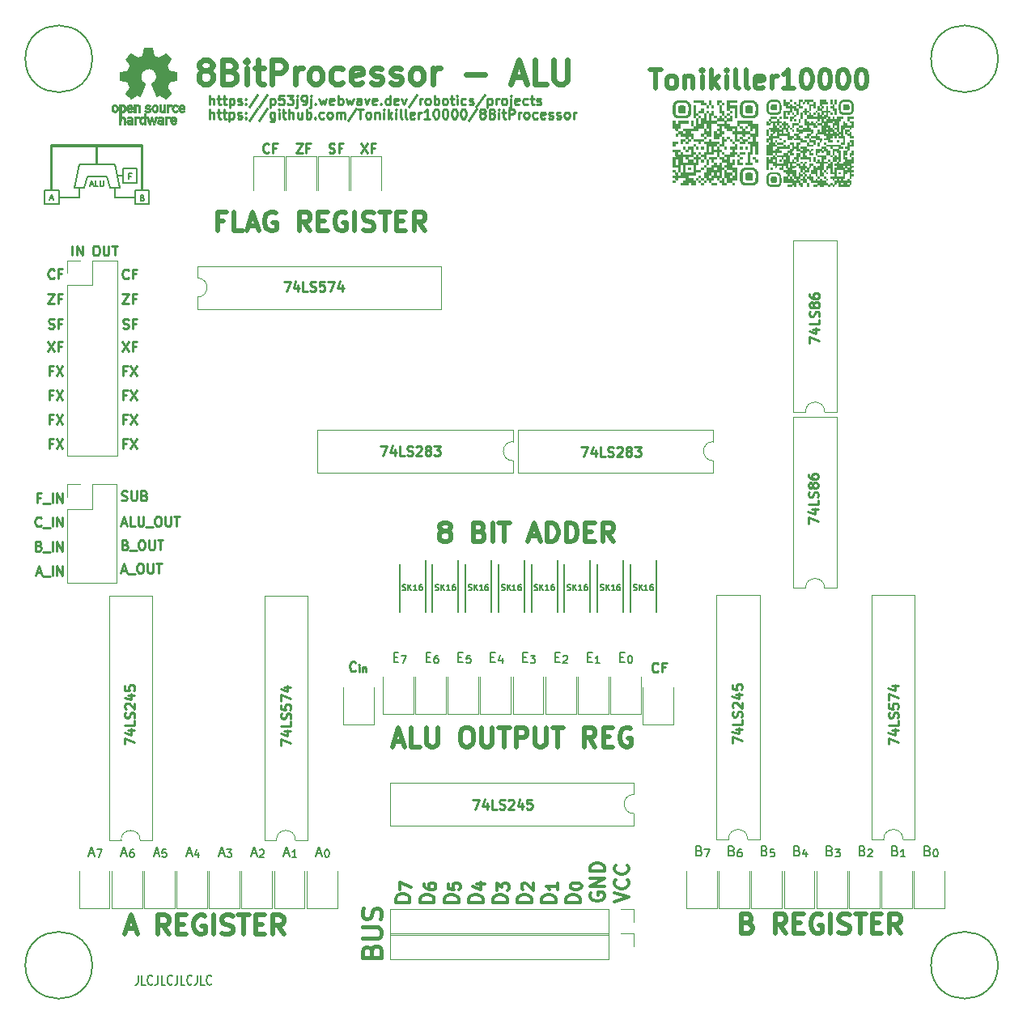
<source format=gbr>
%TF.GenerationSoftware,KiCad,Pcbnew,(6.0.5)*%
%TF.CreationDate,2023-06-09T01:00:48+03:00*%
%TF.ProjectId,Processor-ALU,50726f63-6573-4736-9f72-2d414c552e6b,rev?*%
%TF.SameCoordinates,Original*%
%TF.FileFunction,Legend,Top*%
%TF.FilePolarity,Positive*%
%FSLAX46Y46*%
G04 Gerber Fmt 4.6, Leading zero omitted, Abs format (unit mm)*
G04 Created by KiCad (PCBNEW (6.0.5)) date 2023-06-09 01:00:48*
%MOMM*%
%LPD*%
G01*
G04 APERTURE LIST*
%ADD10C,0.150000*%
%ADD11C,0.200000*%
%ADD12C,0.300000*%
%ADD13C,0.250000*%
%ADD14C,0.500000*%
%ADD15C,0.400000*%
%ADD16C,0.625000*%
%ADD17C,0.120000*%
%ADD18C,0.010000*%
G04 APERTURE END LIST*
D10*
X87050000Y-52225000D02*
X88050000Y-52225000D01*
D11*
X85200000Y-38750000D02*
G75*
G03*
X85200000Y-38750000I-3500000J0D01*
G01*
X85200000Y-133550000D02*
G75*
G03*
X85200000Y-133550000I-3500000J0D01*
G01*
D10*
X88400000Y-50975000D02*
X87800000Y-51000000D01*
X81700000Y-53225000D02*
X83850000Y-53225000D01*
X86700000Y-51075000D02*
X87050000Y-52225000D01*
X85650000Y-49775000D02*
X85750000Y-49775000D01*
X85750000Y-49775000D02*
X85750000Y-47775000D01*
X85750000Y-47775000D02*
X85650000Y-47775000D01*
X85650000Y-47775000D02*
X85650000Y-49775000D01*
D11*
X179950000Y-133550000D02*
G75*
G03*
X179950000Y-133550000I-3500000J0D01*
G01*
D10*
X83850000Y-52225000D02*
X83850000Y-53225000D01*
X84700000Y-51075000D02*
X84350000Y-52225000D01*
X88400000Y-50225000D02*
X89900000Y-50225000D01*
X89900000Y-50225000D02*
X89900000Y-51725000D01*
X89900000Y-51725000D02*
X88400000Y-51725000D01*
X88400000Y-51725000D02*
X88400000Y-50225000D01*
X88050000Y-52225000D02*
X87550000Y-49775000D01*
X80200000Y-52475000D02*
X81700000Y-52475000D01*
X81700000Y-52475000D02*
X81700000Y-53975000D01*
X81700000Y-53975000D02*
X80200000Y-53975000D01*
X80200000Y-53975000D02*
X80200000Y-52475000D01*
X83350000Y-52225000D02*
X83850000Y-49775000D01*
X87550000Y-49775000D02*
X83850000Y-49775000D01*
X87550000Y-52225000D02*
X87550000Y-53225000D01*
X80900000Y-52475000D02*
X81000000Y-52475000D01*
X81000000Y-52475000D02*
X81000000Y-47825000D01*
X81000000Y-47825000D02*
X80900000Y-47825000D01*
X80900000Y-47825000D02*
X80900000Y-52475000D01*
X90425000Y-47925000D02*
X80875000Y-47925000D01*
X80875000Y-47925000D02*
X80875000Y-47775000D01*
X80875000Y-47775000D02*
X90425000Y-47775000D01*
X90425000Y-47775000D02*
X90425000Y-47925000D01*
X87550000Y-53225000D02*
X89650000Y-53225000D01*
X84700000Y-51075000D02*
X86700000Y-51075000D01*
D11*
X179950000Y-38750000D02*
G75*
G03*
X179950000Y-38750000I-3500000J0D01*
G01*
D10*
X90350000Y-52475000D02*
X90450000Y-52475000D01*
X90450000Y-52475000D02*
X90450000Y-47825000D01*
X90450000Y-47825000D02*
X90350000Y-47825000D01*
X90350000Y-47825000D02*
X90350000Y-52475000D01*
X89650000Y-52475000D02*
X91150000Y-52475000D01*
X91150000Y-52475000D02*
X91150000Y-53975000D01*
X91150000Y-53975000D02*
X89650000Y-53975000D01*
X89650000Y-53975000D02*
X89650000Y-52475000D01*
X84350000Y-52225000D02*
X83350000Y-52225000D01*
D12*
X120974126Y-127014285D02*
X119474126Y-127014285D01*
X119474126Y-126657142D01*
X119545555Y-126442857D01*
X119688412Y-126300000D01*
X119831269Y-126228571D01*
X120116983Y-126157142D01*
X120331269Y-126157142D01*
X120616983Y-126228571D01*
X120759840Y-126300000D01*
X120902697Y-126442857D01*
X120974126Y-126657142D01*
X120974126Y-127014285D01*
X119938412Y-125071428D02*
X119938412Y-125300000D01*
X119995555Y-125414285D01*
X120052697Y-125471428D01*
X120224126Y-125585714D01*
X120452697Y-125642857D01*
X120909840Y-125642857D01*
X121024126Y-125585714D01*
X121081269Y-125528571D01*
X121138412Y-125414285D01*
X121138412Y-125185714D01*
X121081269Y-125071428D01*
X121024126Y-125014285D01*
X120909840Y-124957142D01*
X120624126Y-124957142D01*
X120509840Y-125014285D01*
X120452697Y-125071428D01*
X120395555Y-125185714D01*
X120395555Y-125414285D01*
X120452697Y-125528571D01*
X120509840Y-125585714D01*
X120624126Y-125642857D01*
D13*
X144380952Y-102807142D02*
X144333333Y-102854761D01*
X144190476Y-102902380D01*
X144095238Y-102902380D01*
X143952380Y-102854761D01*
X143857142Y-102759523D01*
X143809523Y-102664285D01*
X143761904Y-102473809D01*
X143761904Y-102330952D01*
X143809523Y-102140476D01*
X143857142Y-102045238D01*
X143952380Y-101950000D01*
X144095238Y-101902380D01*
X144190476Y-101902380D01*
X144333333Y-101950000D01*
X144380952Y-101997619D01*
X145142857Y-102378571D02*
X144809523Y-102378571D01*
X144809523Y-102902380D02*
X144809523Y-101902380D01*
X145285714Y-101902380D01*
D10*
X80807142Y-53325000D02*
X81092857Y-53325000D01*
X80750000Y-53496428D02*
X80950000Y-52896428D01*
X81150000Y-53496428D01*
D11*
X152119051Y-121578571D02*
X152261908Y-121626190D01*
X152309527Y-121673809D01*
X152357146Y-121769047D01*
X152357146Y-121911904D01*
X152309527Y-122007142D01*
X152261908Y-122054761D01*
X152166670Y-122102380D01*
X151785717Y-122102380D01*
X151785717Y-121102380D01*
X152119051Y-121102380D01*
X152214289Y-121150000D01*
X152261908Y-121197619D01*
X152309527Y-121292857D01*
X152309527Y-121388095D01*
X152261908Y-121483333D01*
X152214289Y-121530952D01*
X152119051Y-121578571D01*
X151785717Y-121578571D01*
X153080955Y-121411904D02*
X152928575Y-121411904D01*
X152852384Y-121450000D01*
X152814289Y-121488095D01*
X152738098Y-121602380D01*
X152700003Y-121754761D01*
X152700003Y-122059523D01*
X152738098Y-122135714D01*
X152776194Y-122173809D01*
X152852384Y-122211904D01*
X153004765Y-122211904D01*
X153080955Y-122173809D01*
X153119051Y-122135714D01*
X153157146Y-122059523D01*
X153157146Y-121869047D01*
X153119051Y-121792857D01*
X153080955Y-121754761D01*
X153004765Y-121716666D01*
X152852384Y-121716666D01*
X152776194Y-121754761D01*
X152738098Y-121792857D01*
X152700003Y-121869047D01*
D13*
X79845237Y-87572142D02*
X79797618Y-87619761D01*
X79654761Y-87667380D01*
X79559523Y-87667380D01*
X79416666Y-87619761D01*
X79321428Y-87524523D01*
X79273809Y-87429285D01*
X79226190Y-87238809D01*
X79226190Y-87095952D01*
X79273809Y-86905476D01*
X79321428Y-86810238D01*
X79416666Y-86715000D01*
X79559523Y-86667380D01*
X79654761Y-86667380D01*
X79797618Y-86715000D01*
X79845237Y-86762619D01*
X80035713Y-87762619D02*
X80797618Y-87762619D01*
X81035713Y-87667380D02*
X81035713Y-86667380D01*
X81511904Y-87667380D02*
X81511904Y-86667380D01*
X82083332Y-87667380D01*
X82083332Y-86667380D01*
D11*
X91695952Y-121856666D02*
X92172142Y-121856666D01*
X91600714Y-122142380D02*
X91934047Y-121142380D01*
X92267380Y-122142380D01*
X92934047Y-121451904D02*
X92553095Y-121451904D01*
X92515000Y-121832857D01*
X92553095Y-121794761D01*
X92629285Y-121756666D01*
X92819761Y-121756666D01*
X92895952Y-121794761D01*
X92934047Y-121832857D01*
X92972142Y-121909047D01*
X92972142Y-122099523D01*
X92934047Y-122175714D01*
X92895952Y-122213809D01*
X92819761Y-122251904D01*
X92629285Y-122251904D01*
X92553095Y-122213809D01*
X92515000Y-122175714D01*
X172604766Y-121578571D02*
X172747623Y-121626190D01*
X172795242Y-121673809D01*
X172842861Y-121769047D01*
X172842861Y-121911904D01*
X172795242Y-122007142D01*
X172747623Y-122054761D01*
X172652385Y-122102380D01*
X172271432Y-122102380D01*
X172271432Y-121102380D01*
X172604766Y-121102380D01*
X172700004Y-121150000D01*
X172747623Y-121197619D01*
X172795242Y-121292857D01*
X172795242Y-121388095D01*
X172747623Y-121483333D01*
X172700004Y-121530952D01*
X172604766Y-121578571D01*
X172271432Y-121578571D01*
X173376194Y-121411904D02*
X173452385Y-121411904D01*
X173528575Y-121450000D01*
X173566670Y-121488095D01*
X173604766Y-121564285D01*
X173642861Y-121716666D01*
X173642861Y-121907142D01*
X173604766Y-122059523D01*
X173566670Y-122135714D01*
X173528575Y-122173809D01*
X173452385Y-122211904D01*
X173376194Y-122211904D01*
X173300004Y-122173809D01*
X173261909Y-122135714D01*
X173223813Y-122059523D01*
X173185718Y-121907142D01*
X173185718Y-121716666D01*
X173223813Y-121564285D01*
X173261909Y-121488095D01*
X173300004Y-121450000D01*
X173376194Y-121411904D01*
X120133332Y-101328571D02*
X120466666Y-101328571D01*
X120609523Y-101852380D02*
X120133332Y-101852380D01*
X120133332Y-100852380D01*
X120609523Y-100852380D01*
X121333332Y-101161904D02*
X121180951Y-101161904D01*
X121104761Y-101200000D01*
X121066666Y-101238095D01*
X120990475Y-101352380D01*
X120952380Y-101504761D01*
X120952380Y-101809523D01*
X120990475Y-101885714D01*
X121028571Y-101923809D01*
X121104761Y-101961904D01*
X121257142Y-101961904D01*
X121333332Y-101923809D01*
X121371428Y-101885714D01*
X121409523Y-101809523D01*
X121409523Y-101619047D01*
X121371428Y-101542857D01*
X121333332Y-101504761D01*
X121257142Y-101466666D01*
X121104761Y-101466666D01*
X121028571Y-101504761D01*
X120990475Y-101542857D01*
X120952380Y-101619047D01*
X137026187Y-101328571D02*
X137359521Y-101328571D01*
X137502378Y-101852380D02*
X137026187Y-101852380D01*
X137026187Y-100852380D01*
X137502378Y-100852380D01*
X138302378Y-101961904D02*
X137845235Y-101961904D01*
X138073806Y-101961904D02*
X138073806Y-101161904D01*
X137997616Y-101276190D01*
X137921426Y-101352380D01*
X137845235Y-101390476D01*
D13*
X88654762Y-89568571D02*
X88797619Y-89616190D01*
X88845238Y-89663809D01*
X88892858Y-89759047D01*
X88892858Y-89901904D01*
X88845238Y-89997142D01*
X88797619Y-90044761D01*
X88702381Y-90092380D01*
X88321429Y-90092380D01*
X88321429Y-89092380D01*
X88654762Y-89092380D01*
X88750000Y-89140000D01*
X88797619Y-89187619D01*
X88845238Y-89282857D01*
X88845238Y-89378095D01*
X88797619Y-89473333D01*
X88750000Y-89520952D01*
X88654762Y-89568571D01*
X88321429Y-89568571D01*
X89083334Y-90187619D02*
X89845238Y-90187619D01*
X90273810Y-89092380D02*
X90464286Y-89092380D01*
X90559524Y-89140000D01*
X90654762Y-89235238D01*
X90702381Y-89425714D01*
X90702381Y-89759047D01*
X90654762Y-89949523D01*
X90559524Y-90044761D01*
X90464286Y-90092380D01*
X90273810Y-90092380D01*
X90178572Y-90044761D01*
X90083334Y-89949523D01*
X90035715Y-89759047D01*
X90035715Y-89425714D01*
X90083334Y-89235238D01*
X90178572Y-89140000D01*
X90273810Y-89092380D01*
X91130953Y-89092380D02*
X91130953Y-89901904D01*
X91178572Y-89997142D01*
X91226191Y-90044761D01*
X91321429Y-90092380D01*
X91511905Y-90092380D01*
X91607143Y-90044761D01*
X91654762Y-89997142D01*
X91702381Y-89901904D01*
X91702381Y-89092380D01*
X92035715Y-89092380D02*
X92607143Y-89092380D01*
X92321429Y-90092380D02*
X92321429Y-89092380D01*
D12*
X128610791Y-127014285D02*
X127110791Y-127014285D01*
X127110791Y-126657142D01*
X127182220Y-126442857D01*
X127325077Y-126300000D01*
X127467934Y-126228571D01*
X127753648Y-126157142D01*
X127967934Y-126157142D01*
X128253648Y-126228571D01*
X128396505Y-126300000D01*
X128539362Y-126442857D01*
X128610791Y-126657142D01*
X128610791Y-127014285D01*
X127575077Y-125700000D02*
X127575077Y-124957142D01*
X128032220Y-125357142D01*
X128032220Y-125185714D01*
X128089362Y-125071428D01*
X128146505Y-125014285D01*
X128260791Y-124957142D01*
X128546505Y-124957142D01*
X128660791Y-125014285D01*
X128717934Y-125071428D01*
X128775077Y-125185714D01*
X128775077Y-125528571D01*
X128717934Y-125642857D01*
X128660791Y-125700000D01*
D11*
X133647616Y-101328571D02*
X133980950Y-101328571D01*
X134123807Y-101852380D02*
X133647616Y-101852380D01*
X133647616Y-100852380D01*
X134123807Y-100852380D01*
X134466664Y-101238095D02*
X134504759Y-101200000D01*
X134580950Y-101161904D01*
X134771426Y-101161904D01*
X134847616Y-101200000D01*
X134885712Y-101238095D01*
X134923807Y-101314285D01*
X134923807Y-101390476D01*
X134885712Y-101504761D01*
X134428569Y-101961904D01*
X134923807Y-101961904D01*
D14*
X98957142Y-55707142D02*
X98290476Y-55707142D01*
X98290476Y-56754761D02*
X98290476Y-54754761D01*
X99242857Y-54754761D01*
X100957142Y-56754761D02*
X100004761Y-56754761D01*
X100004761Y-54754761D01*
X101528571Y-56183333D02*
X102480952Y-56183333D01*
X101338095Y-56754761D02*
X102004761Y-54754761D01*
X102671428Y-56754761D01*
X104385714Y-54850000D02*
X104195238Y-54754761D01*
X103909523Y-54754761D01*
X103623809Y-54850000D01*
X103433333Y-55040476D01*
X103338095Y-55230952D01*
X103242857Y-55611904D01*
X103242857Y-55897619D01*
X103338095Y-56278571D01*
X103433333Y-56469047D01*
X103623809Y-56659523D01*
X103909523Y-56754761D01*
X104100000Y-56754761D01*
X104385714Y-56659523D01*
X104480952Y-56564285D01*
X104480952Y-55897619D01*
X104100000Y-55897619D01*
X108004761Y-56754761D02*
X107338095Y-55802380D01*
X106861904Y-56754761D02*
X106861904Y-54754761D01*
X107623809Y-54754761D01*
X107814285Y-54850000D01*
X107909523Y-54945238D01*
X108004761Y-55135714D01*
X108004761Y-55421428D01*
X107909523Y-55611904D01*
X107814285Y-55707142D01*
X107623809Y-55802380D01*
X106861904Y-55802380D01*
X108861904Y-55707142D02*
X109528571Y-55707142D01*
X109814285Y-56754761D02*
X108861904Y-56754761D01*
X108861904Y-54754761D01*
X109814285Y-54754761D01*
X111719047Y-54850000D02*
X111528571Y-54754761D01*
X111242857Y-54754761D01*
X110957142Y-54850000D01*
X110766666Y-55040476D01*
X110671428Y-55230952D01*
X110576190Y-55611904D01*
X110576190Y-55897619D01*
X110671428Y-56278571D01*
X110766666Y-56469047D01*
X110957142Y-56659523D01*
X111242857Y-56754761D01*
X111433333Y-56754761D01*
X111719047Y-56659523D01*
X111814285Y-56564285D01*
X111814285Y-55897619D01*
X111433333Y-55897619D01*
X112671428Y-56754761D02*
X112671428Y-54754761D01*
X113528571Y-56659523D02*
X113814285Y-56754761D01*
X114290476Y-56754761D01*
X114480952Y-56659523D01*
X114576190Y-56564285D01*
X114671428Y-56373809D01*
X114671428Y-56183333D01*
X114576190Y-55992857D01*
X114480952Y-55897619D01*
X114290476Y-55802380D01*
X113909523Y-55707142D01*
X113719047Y-55611904D01*
X113623809Y-55516666D01*
X113528571Y-55326190D01*
X113528571Y-55135714D01*
X113623809Y-54945238D01*
X113719047Y-54850000D01*
X113909523Y-54754761D01*
X114385714Y-54754761D01*
X114671428Y-54850000D01*
X115242857Y-54754761D02*
X116385714Y-54754761D01*
X115814285Y-56754761D02*
X115814285Y-54754761D01*
X117052380Y-55707142D02*
X117719047Y-55707142D01*
X118004761Y-56754761D02*
X117052380Y-56754761D01*
X117052380Y-54754761D01*
X118004761Y-54754761D01*
X120004761Y-56754761D02*
X119338095Y-55802380D01*
X118861904Y-56754761D02*
X118861904Y-54754761D01*
X119623809Y-54754761D01*
X119814285Y-54850000D01*
X119909523Y-54945238D01*
X120004761Y-55135714D01*
X120004761Y-55421428D01*
X119909523Y-55611904D01*
X119814285Y-55707142D01*
X119623809Y-55802380D01*
X118861904Y-55802380D01*
D13*
X97504761Y-45002380D02*
X97504761Y-44002380D01*
X97933333Y-45002380D02*
X97933333Y-44478571D01*
X97885714Y-44383333D01*
X97790476Y-44335714D01*
X97647619Y-44335714D01*
X97552380Y-44383333D01*
X97504761Y-44430952D01*
X98266666Y-44335714D02*
X98647619Y-44335714D01*
X98409523Y-44002380D02*
X98409523Y-44859523D01*
X98457142Y-44954761D01*
X98552380Y-45002380D01*
X98647619Y-45002380D01*
X98838095Y-44335714D02*
X99219047Y-44335714D01*
X98980952Y-44002380D02*
X98980952Y-44859523D01*
X99028571Y-44954761D01*
X99123809Y-45002380D01*
X99219047Y-45002380D01*
X99552380Y-44335714D02*
X99552380Y-45335714D01*
X99552380Y-44383333D02*
X99647619Y-44335714D01*
X99838095Y-44335714D01*
X99933333Y-44383333D01*
X99980952Y-44430952D01*
X100028571Y-44526190D01*
X100028571Y-44811904D01*
X99980952Y-44907142D01*
X99933333Y-44954761D01*
X99838095Y-45002380D01*
X99647619Y-45002380D01*
X99552380Y-44954761D01*
X100409523Y-44954761D02*
X100504761Y-45002380D01*
X100695238Y-45002380D01*
X100790476Y-44954761D01*
X100838095Y-44859523D01*
X100838095Y-44811904D01*
X100790476Y-44716666D01*
X100695238Y-44669047D01*
X100552380Y-44669047D01*
X100457142Y-44621428D01*
X100409523Y-44526190D01*
X100409523Y-44478571D01*
X100457142Y-44383333D01*
X100552380Y-44335714D01*
X100695238Y-44335714D01*
X100790476Y-44383333D01*
X101266666Y-44907142D02*
X101314285Y-44954761D01*
X101266666Y-45002380D01*
X101219047Y-44954761D01*
X101266666Y-44907142D01*
X101266666Y-45002380D01*
X101266666Y-44383333D02*
X101314285Y-44430952D01*
X101266666Y-44478571D01*
X101219047Y-44430952D01*
X101266666Y-44383333D01*
X101266666Y-44478571D01*
X102457142Y-43954761D02*
X101600000Y-45240476D01*
X103504761Y-43954761D02*
X102647619Y-45240476D01*
X104266666Y-44335714D02*
X104266666Y-45145238D01*
X104219047Y-45240476D01*
X104171428Y-45288095D01*
X104076190Y-45335714D01*
X103933333Y-45335714D01*
X103838095Y-45288095D01*
X104266666Y-44954761D02*
X104171428Y-45002380D01*
X103980952Y-45002380D01*
X103885714Y-44954761D01*
X103838095Y-44907142D01*
X103790476Y-44811904D01*
X103790476Y-44526190D01*
X103838095Y-44430952D01*
X103885714Y-44383333D01*
X103980952Y-44335714D01*
X104171428Y-44335714D01*
X104266666Y-44383333D01*
X104742857Y-45002380D02*
X104742857Y-44335714D01*
X104742857Y-44002380D02*
X104695238Y-44050000D01*
X104742857Y-44097619D01*
X104790476Y-44050000D01*
X104742857Y-44002380D01*
X104742857Y-44097619D01*
X105076190Y-44335714D02*
X105457142Y-44335714D01*
X105219047Y-44002380D02*
X105219047Y-44859523D01*
X105266666Y-44954761D01*
X105361904Y-45002380D01*
X105457142Y-45002380D01*
X105790476Y-45002380D02*
X105790476Y-44002380D01*
X106219047Y-45002380D02*
X106219047Y-44478571D01*
X106171428Y-44383333D01*
X106076190Y-44335714D01*
X105933333Y-44335714D01*
X105838095Y-44383333D01*
X105790476Y-44430952D01*
X107123809Y-44335714D02*
X107123809Y-45002380D01*
X106695238Y-44335714D02*
X106695238Y-44859523D01*
X106742857Y-44954761D01*
X106838095Y-45002380D01*
X106980952Y-45002380D01*
X107076190Y-44954761D01*
X107123809Y-44907142D01*
X107600000Y-45002380D02*
X107600000Y-44002380D01*
X107600000Y-44383333D02*
X107695238Y-44335714D01*
X107885714Y-44335714D01*
X107980952Y-44383333D01*
X108028571Y-44430952D01*
X108076190Y-44526190D01*
X108076190Y-44811904D01*
X108028571Y-44907142D01*
X107980952Y-44954761D01*
X107885714Y-45002380D01*
X107695238Y-45002380D01*
X107600000Y-44954761D01*
X108504761Y-44907142D02*
X108552380Y-44954761D01*
X108504761Y-45002380D01*
X108457142Y-44954761D01*
X108504761Y-44907142D01*
X108504761Y-45002380D01*
X109409523Y-44954761D02*
X109314285Y-45002380D01*
X109123809Y-45002380D01*
X109028571Y-44954761D01*
X108980952Y-44907142D01*
X108933333Y-44811904D01*
X108933333Y-44526190D01*
X108980952Y-44430952D01*
X109028571Y-44383333D01*
X109123809Y-44335714D01*
X109314285Y-44335714D01*
X109409523Y-44383333D01*
X109980952Y-45002380D02*
X109885714Y-44954761D01*
X109838095Y-44907142D01*
X109790476Y-44811904D01*
X109790476Y-44526190D01*
X109838095Y-44430952D01*
X109885714Y-44383333D01*
X109980952Y-44335714D01*
X110123809Y-44335714D01*
X110219047Y-44383333D01*
X110266666Y-44430952D01*
X110314285Y-44526190D01*
X110314285Y-44811904D01*
X110266666Y-44907142D01*
X110219047Y-44954761D01*
X110123809Y-45002380D01*
X109980952Y-45002380D01*
X110742857Y-45002380D02*
X110742857Y-44335714D01*
X110742857Y-44430952D02*
X110790476Y-44383333D01*
X110885714Y-44335714D01*
X111028571Y-44335714D01*
X111123809Y-44383333D01*
X111171428Y-44478571D01*
X111171428Y-45002380D01*
X111171428Y-44478571D02*
X111219047Y-44383333D01*
X111314285Y-44335714D01*
X111457142Y-44335714D01*
X111552380Y-44383333D01*
X111600000Y-44478571D01*
X111600000Y-45002380D01*
X112790476Y-43954761D02*
X111933333Y-45240476D01*
X112980952Y-44002380D02*
X113552380Y-44002380D01*
X113266666Y-45002380D02*
X113266666Y-44002380D01*
X114028571Y-45002380D02*
X113933333Y-44954761D01*
X113885714Y-44907142D01*
X113838095Y-44811904D01*
X113838095Y-44526190D01*
X113885714Y-44430952D01*
X113933333Y-44383333D01*
X114028571Y-44335714D01*
X114171428Y-44335714D01*
X114266666Y-44383333D01*
X114314285Y-44430952D01*
X114361904Y-44526190D01*
X114361904Y-44811904D01*
X114314285Y-44907142D01*
X114266666Y-44954761D01*
X114171428Y-45002380D01*
X114028571Y-45002380D01*
X114790476Y-44335714D02*
X114790476Y-45002380D01*
X114790476Y-44430952D02*
X114838095Y-44383333D01*
X114933333Y-44335714D01*
X115076190Y-44335714D01*
X115171428Y-44383333D01*
X115219047Y-44478571D01*
X115219047Y-45002380D01*
X115695238Y-45002380D02*
X115695238Y-44335714D01*
X115695238Y-44002380D02*
X115647619Y-44050000D01*
X115695238Y-44097619D01*
X115742857Y-44050000D01*
X115695238Y-44002380D01*
X115695238Y-44097619D01*
X116171428Y-45002380D02*
X116171428Y-44002380D01*
X116266666Y-44621428D02*
X116552380Y-45002380D01*
X116552380Y-44335714D02*
X116171428Y-44716666D01*
X116980952Y-45002380D02*
X116980952Y-44335714D01*
X116980952Y-44002380D02*
X116933333Y-44050000D01*
X116980952Y-44097619D01*
X117028571Y-44050000D01*
X116980952Y-44002380D01*
X116980952Y-44097619D01*
X117600000Y-45002380D02*
X117504761Y-44954761D01*
X117457142Y-44859523D01*
X117457142Y-44002380D01*
X118123809Y-45002380D02*
X118028571Y-44954761D01*
X117980952Y-44859523D01*
X117980952Y-44002380D01*
X118885714Y-44954761D02*
X118790476Y-45002380D01*
X118600000Y-45002380D01*
X118504761Y-44954761D01*
X118457142Y-44859523D01*
X118457142Y-44478571D01*
X118504761Y-44383333D01*
X118600000Y-44335714D01*
X118790476Y-44335714D01*
X118885714Y-44383333D01*
X118933333Y-44478571D01*
X118933333Y-44573809D01*
X118457142Y-44669047D01*
X119361904Y-45002380D02*
X119361904Y-44335714D01*
X119361904Y-44526190D02*
X119409523Y-44430952D01*
X119457142Y-44383333D01*
X119552380Y-44335714D01*
X119647619Y-44335714D01*
X120504761Y-45002380D02*
X119933333Y-45002380D01*
X120219047Y-45002380D02*
X120219047Y-44002380D01*
X120123809Y-44145238D01*
X120028571Y-44240476D01*
X119933333Y-44288095D01*
X121123809Y-44002380D02*
X121219047Y-44002380D01*
X121314285Y-44050000D01*
X121361904Y-44097619D01*
X121409523Y-44192857D01*
X121457142Y-44383333D01*
X121457142Y-44621428D01*
X121409523Y-44811904D01*
X121361904Y-44907142D01*
X121314285Y-44954761D01*
X121219047Y-45002380D01*
X121123809Y-45002380D01*
X121028571Y-44954761D01*
X120980952Y-44907142D01*
X120933333Y-44811904D01*
X120885714Y-44621428D01*
X120885714Y-44383333D01*
X120933333Y-44192857D01*
X120980952Y-44097619D01*
X121028571Y-44050000D01*
X121123809Y-44002380D01*
X122076190Y-44002380D02*
X122171428Y-44002380D01*
X122266666Y-44050000D01*
X122314285Y-44097619D01*
X122361904Y-44192857D01*
X122409523Y-44383333D01*
X122409523Y-44621428D01*
X122361904Y-44811904D01*
X122314285Y-44907142D01*
X122266666Y-44954761D01*
X122171428Y-45002380D01*
X122076190Y-45002380D01*
X121980952Y-44954761D01*
X121933333Y-44907142D01*
X121885714Y-44811904D01*
X121838095Y-44621428D01*
X121838095Y-44383333D01*
X121885714Y-44192857D01*
X121933333Y-44097619D01*
X121980952Y-44050000D01*
X122076190Y-44002380D01*
X123028571Y-44002380D02*
X123123809Y-44002380D01*
X123219047Y-44050000D01*
X123266666Y-44097619D01*
X123314285Y-44192857D01*
X123361904Y-44383333D01*
X123361904Y-44621428D01*
X123314285Y-44811904D01*
X123266666Y-44907142D01*
X123219047Y-44954761D01*
X123123809Y-45002380D01*
X123028571Y-45002380D01*
X122933333Y-44954761D01*
X122885714Y-44907142D01*
X122838095Y-44811904D01*
X122790476Y-44621428D01*
X122790476Y-44383333D01*
X122838095Y-44192857D01*
X122885714Y-44097619D01*
X122933333Y-44050000D01*
X123028571Y-44002380D01*
X123980952Y-44002380D02*
X124076190Y-44002380D01*
X124171428Y-44050000D01*
X124219047Y-44097619D01*
X124266666Y-44192857D01*
X124314285Y-44383333D01*
X124314285Y-44621428D01*
X124266666Y-44811904D01*
X124219047Y-44907142D01*
X124171428Y-44954761D01*
X124076190Y-45002380D01*
X123980952Y-45002380D01*
X123885714Y-44954761D01*
X123838095Y-44907142D01*
X123790476Y-44811904D01*
X123742857Y-44621428D01*
X123742857Y-44383333D01*
X123790476Y-44192857D01*
X123838095Y-44097619D01*
X123885714Y-44050000D01*
X123980952Y-44002380D01*
X125457142Y-43954761D02*
X124600000Y-45240476D01*
X125933333Y-44430952D02*
X125838095Y-44383333D01*
X125790476Y-44335714D01*
X125742857Y-44240476D01*
X125742857Y-44192857D01*
X125790476Y-44097619D01*
X125838095Y-44050000D01*
X125933333Y-44002380D01*
X126123809Y-44002380D01*
X126219047Y-44050000D01*
X126266666Y-44097619D01*
X126314285Y-44192857D01*
X126314285Y-44240476D01*
X126266666Y-44335714D01*
X126219047Y-44383333D01*
X126123809Y-44430952D01*
X125933333Y-44430952D01*
X125838095Y-44478571D01*
X125790476Y-44526190D01*
X125742857Y-44621428D01*
X125742857Y-44811904D01*
X125790476Y-44907142D01*
X125838095Y-44954761D01*
X125933333Y-45002380D01*
X126123809Y-45002380D01*
X126219047Y-44954761D01*
X126266666Y-44907142D01*
X126314285Y-44811904D01*
X126314285Y-44621428D01*
X126266666Y-44526190D01*
X126219047Y-44478571D01*
X126123809Y-44430952D01*
X127076190Y-44478571D02*
X127219047Y-44526190D01*
X127266666Y-44573809D01*
X127314285Y-44669047D01*
X127314285Y-44811904D01*
X127266666Y-44907142D01*
X127219047Y-44954761D01*
X127123809Y-45002380D01*
X126742857Y-45002380D01*
X126742857Y-44002380D01*
X127076190Y-44002380D01*
X127171428Y-44050000D01*
X127219047Y-44097619D01*
X127266666Y-44192857D01*
X127266666Y-44288095D01*
X127219047Y-44383333D01*
X127171428Y-44430952D01*
X127076190Y-44478571D01*
X126742857Y-44478571D01*
X127742857Y-45002380D02*
X127742857Y-44335714D01*
X127742857Y-44002380D02*
X127695238Y-44050000D01*
X127742857Y-44097619D01*
X127790476Y-44050000D01*
X127742857Y-44002380D01*
X127742857Y-44097619D01*
X128076190Y-44335714D02*
X128457142Y-44335714D01*
X128219047Y-44002380D02*
X128219047Y-44859523D01*
X128266666Y-44954761D01*
X128361904Y-45002380D01*
X128457142Y-45002380D01*
X128790476Y-45002380D02*
X128790476Y-44002380D01*
X129171428Y-44002380D01*
X129266666Y-44050000D01*
X129314285Y-44097619D01*
X129361904Y-44192857D01*
X129361904Y-44335714D01*
X129314285Y-44430952D01*
X129266666Y-44478571D01*
X129171428Y-44526190D01*
X128790476Y-44526190D01*
X129790476Y-45002380D02*
X129790476Y-44335714D01*
X129790476Y-44526190D02*
X129838095Y-44430952D01*
X129885714Y-44383333D01*
X129980952Y-44335714D01*
X130076190Y-44335714D01*
X130552380Y-45002380D02*
X130457142Y-44954761D01*
X130409523Y-44907142D01*
X130361904Y-44811904D01*
X130361904Y-44526190D01*
X130409523Y-44430952D01*
X130457142Y-44383333D01*
X130552380Y-44335714D01*
X130695238Y-44335714D01*
X130790476Y-44383333D01*
X130838095Y-44430952D01*
X130885714Y-44526190D01*
X130885714Y-44811904D01*
X130838095Y-44907142D01*
X130790476Y-44954761D01*
X130695238Y-45002380D01*
X130552380Y-45002380D01*
X131742857Y-44954761D02*
X131647619Y-45002380D01*
X131457142Y-45002380D01*
X131361904Y-44954761D01*
X131314285Y-44907142D01*
X131266666Y-44811904D01*
X131266666Y-44526190D01*
X131314285Y-44430952D01*
X131361904Y-44383333D01*
X131457142Y-44335714D01*
X131647619Y-44335714D01*
X131742857Y-44383333D01*
X132552380Y-44954761D02*
X132457142Y-45002380D01*
X132266666Y-45002380D01*
X132171428Y-44954761D01*
X132123809Y-44859523D01*
X132123809Y-44478571D01*
X132171428Y-44383333D01*
X132266666Y-44335714D01*
X132457142Y-44335714D01*
X132552380Y-44383333D01*
X132600000Y-44478571D01*
X132600000Y-44573809D01*
X132123809Y-44669047D01*
X132980952Y-44954761D02*
X133076190Y-45002380D01*
X133266666Y-45002380D01*
X133361904Y-44954761D01*
X133409523Y-44859523D01*
X133409523Y-44811904D01*
X133361904Y-44716666D01*
X133266666Y-44669047D01*
X133123809Y-44669047D01*
X133028571Y-44621428D01*
X132980952Y-44526190D01*
X132980952Y-44478571D01*
X133028571Y-44383333D01*
X133123809Y-44335714D01*
X133266666Y-44335714D01*
X133361904Y-44383333D01*
X133790476Y-44954761D02*
X133885714Y-45002380D01*
X134076190Y-45002380D01*
X134171428Y-44954761D01*
X134219047Y-44859523D01*
X134219047Y-44811904D01*
X134171428Y-44716666D01*
X134076190Y-44669047D01*
X133933333Y-44669047D01*
X133838095Y-44621428D01*
X133790476Y-44526190D01*
X133790476Y-44478571D01*
X133838095Y-44383333D01*
X133933333Y-44335714D01*
X134076190Y-44335714D01*
X134171428Y-44383333D01*
X134790476Y-45002380D02*
X134695238Y-44954761D01*
X134647619Y-44907142D01*
X134600000Y-44811904D01*
X134600000Y-44526190D01*
X134647619Y-44430952D01*
X134695238Y-44383333D01*
X134790476Y-44335714D01*
X134933333Y-44335714D01*
X135028571Y-44383333D01*
X135076190Y-44430952D01*
X135123809Y-44526190D01*
X135123809Y-44811904D01*
X135076190Y-44907142D01*
X135028571Y-44954761D01*
X134933333Y-45002380D01*
X134790476Y-45002380D01*
X135552380Y-45002380D02*
X135552380Y-44335714D01*
X135552380Y-44526190D02*
X135600000Y-44430952D01*
X135647619Y-44383333D01*
X135742857Y-44335714D01*
X135838095Y-44335714D01*
D11*
X162361906Y-121578571D02*
X162504763Y-121626190D01*
X162552382Y-121673809D01*
X162600001Y-121769047D01*
X162600001Y-121911904D01*
X162552382Y-122007142D01*
X162504763Y-122054761D01*
X162409525Y-122102380D01*
X162028572Y-122102380D01*
X162028572Y-121102380D01*
X162361906Y-121102380D01*
X162457144Y-121150000D01*
X162504763Y-121197619D01*
X162552382Y-121292857D01*
X162552382Y-121388095D01*
X162504763Y-121483333D01*
X162457144Y-121530952D01*
X162361906Y-121578571D01*
X162028572Y-121578571D01*
X162904763Y-121411904D02*
X163400001Y-121411904D01*
X163133334Y-121716666D01*
X163247620Y-121716666D01*
X163323810Y-121754761D01*
X163361906Y-121792857D01*
X163400001Y-121869047D01*
X163400001Y-122059523D01*
X163361906Y-122135714D01*
X163323810Y-122173809D01*
X163247620Y-122211904D01*
X163019049Y-122211904D01*
X162942858Y-122173809D01*
X162904763Y-122135714D01*
X165776191Y-121578571D02*
X165919048Y-121626190D01*
X165966667Y-121673809D01*
X166014286Y-121769047D01*
X166014286Y-121911904D01*
X165966667Y-122007142D01*
X165919048Y-122054761D01*
X165823810Y-122102380D01*
X165442857Y-122102380D01*
X165442857Y-121102380D01*
X165776191Y-121102380D01*
X165871429Y-121150000D01*
X165919048Y-121197619D01*
X165966667Y-121292857D01*
X165966667Y-121388095D01*
X165919048Y-121483333D01*
X165871429Y-121530952D01*
X165776191Y-121578571D01*
X165442857Y-121578571D01*
X166357143Y-121488095D02*
X166395238Y-121450000D01*
X166471429Y-121411904D01*
X166661905Y-121411904D01*
X166738095Y-121450000D01*
X166776191Y-121488095D01*
X166814286Y-121564285D01*
X166814286Y-121640476D01*
X166776191Y-121754761D01*
X166319048Y-122211904D01*
X166814286Y-122211904D01*
X123511903Y-101328571D02*
X123845237Y-101328571D01*
X123988094Y-101852380D02*
X123511903Y-101852380D01*
X123511903Y-100852380D01*
X123988094Y-100852380D01*
X124749999Y-101161904D02*
X124369046Y-101161904D01*
X124330951Y-101542857D01*
X124369046Y-101504761D01*
X124445237Y-101466666D01*
X124635713Y-101466666D01*
X124711903Y-101504761D01*
X124749999Y-101542857D01*
X124788094Y-101619047D01*
X124788094Y-101809523D01*
X124749999Y-101885714D01*
X124711903Y-101923809D01*
X124635713Y-101961904D01*
X124445237Y-101961904D01*
X124369046Y-101923809D01*
X124330951Y-101885714D01*
D13*
X88361905Y-63352380D02*
X89028571Y-63352380D01*
X88361905Y-64352380D01*
X89028571Y-64352380D01*
X89742857Y-63828571D02*
X89409524Y-63828571D01*
X89409524Y-64352380D02*
X89409524Y-63352380D01*
X89885714Y-63352380D01*
X85500000Y-58302380D02*
X85690476Y-58302380D01*
X85785714Y-58350000D01*
X85880952Y-58445238D01*
X85928571Y-58635714D01*
X85928571Y-58969047D01*
X85880952Y-59159523D01*
X85785714Y-59254761D01*
X85690476Y-59302380D01*
X85500000Y-59302380D01*
X85404761Y-59254761D01*
X85309523Y-59159523D01*
X85261904Y-58969047D01*
X85261904Y-58635714D01*
X85309523Y-58445238D01*
X85404761Y-58350000D01*
X85500000Y-58302380D01*
X86357142Y-58302380D02*
X86357142Y-59111904D01*
X86404761Y-59207142D01*
X86452380Y-59254761D01*
X86547619Y-59302380D01*
X86738095Y-59302380D01*
X86833333Y-59254761D01*
X86880952Y-59207142D01*
X86928571Y-59111904D01*
X86928571Y-58302380D01*
X87261904Y-58302380D02*
X87833333Y-58302380D01*
X87547619Y-59302380D02*
X87547619Y-58302380D01*
X88273809Y-92256666D02*
X88750000Y-92256666D01*
X88178571Y-92542380D02*
X88511905Y-91542380D01*
X88845238Y-92542380D01*
X88940476Y-92637619D02*
X89702381Y-92637619D01*
X90130952Y-91542380D02*
X90321429Y-91542380D01*
X90416667Y-91590000D01*
X90511905Y-91685238D01*
X90559524Y-91875714D01*
X90559524Y-92209047D01*
X90511905Y-92399523D01*
X90416667Y-92494761D01*
X90321429Y-92542380D01*
X90130952Y-92542380D01*
X90035714Y-92494761D01*
X89940476Y-92399523D01*
X89892857Y-92209047D01*
X89892857Y-91875714D01*
X89940476Y-91685238D01*
X90035714Y-91590000D01*
X90130952Y-91542380D01*
X90988095Y-91542380D02*
X90988095Y-92351904D01*
X91035714Y-92447142D01*
X91083333Y-92494761D01*
X91178571Y-92542380D01*
X91369048Y-92542380D01*
X91464286Y-92494761D01*
X91511905Y-92447142D01*
X91559524Y-92351904D01*
X91559524Y-91542380D01*
X91892857Y-91542380D02*
X92464286Y-91542380D01*
X92178571Y-92542380D02*
X92178571Y-91542380D01*
D11*
X158947621Y-121578571D02*
X159090478Y-121626190D01*
X159138097Y-121673809D01*
X159185716Y-121769047D01*
X159185716Y-121911904D01*
X159138097Y-122007142D01*
X159090478Y-122054761D01*
X158995240Y-122102380D01*
X158614287Y-122102380D01*
X158614287Y-121102380D01*
X158947621Y-121102380D01*
X159042859Y-121150000D01*
X159090478Y-121197619D01*
X159138097Y-121292857D01*
X159138097Y-121388095D01*
X159090478Y-121483333D01*
X159042859Y-121530952D01*
X158947621Y-121578571D01*
X158614287Y-121578571D01*
X159909525Y-121678571D02*
X159909525Y-122211904D01*
X159719049Y-121373809D02*
X159528573Y-121945238D01*
X160023811Y-121945238D01*
D12*
X126065236Y-126997745D02*
X124565236Y-126997745D01*
X124565236Y-126640602D01*
X124636665Y-126426317D01*
X124779522Y-126283460D01*
X124922379Y-126212031D01*
X125208093Y-126140602D01*
X125422379Y-126140602D01*
X125708093Y-126212031D01*
X125850950Y-126283460D01*
X125993807Y-126426317D01*
X126065236Y-126640602D01*
X126065236Y-126997745D01*
X125429522Y-125054888D02*
X126229522Y-125054888D01*
X124972379Y-125340602D02*
X125829522Y-125626317D01*
X125829522Y-124883460D01*
D10*
X89235714Y-51032142D02*
X89035714Y-51032142D01*
X89035714Y-51346428D02*
X89035714Y-50746428D01*
X89321428Y-50746428D01*
D14*
X153780952Y-129157142D02*
X154066666Y-129252380D01*
X154161904Y-129347619D01*
X154257142Y-129538095D01*
X154257142Y-129823809D01*
X154161904Y-130014285D01*
X154066666Y-130109523D01*
X153876190Y-130204761D01*
X153114285Y-130204761D01*
X153114285Y-128204761D01*
X153780952Y-128204761D01*
X153971428Y-128300000D01*
X154066666Y-128395238D01*
X154161904Y-128585714D01*
X154161904Y-128776190D01*
X154066666Y-128966666D01*
X153971428Y-129061904D01*
X153780952Y-129157142D01*
X153114285Y-129157142D01*
X157780952Y-130204761D02*
X157114285Y-129252380D01*
X156638095Y-130204761D02*
X156638095Y-128204761D01*
X157400000Y-128204761D01*
X157590476Y-128300000D01*
X157685714Y-128395238D01*
X157780952Y-128585714D01*
X157780952Y-128871428D01*
X157685714Y-129061904D01*
X157590476Y-129157142D01*
X157400000Y-129252380D01*
X156638095Y-129252380D01*
X158638095Y-129157142D02*
X159304761Y-129157142D01*
X159590476Y-130204761D02*
X158638095Y-130204761D01*
X158638095Y-128204761D01*
X159590476Y-128204761D01*
X161495238Y-128300000D02*
X161304761Y-128204761D01*
X161019047Y-128204761D01*
X160733333Y-128300000D01*
X160542857Y-128490476D01*
X160447619Y-128680952D01*
X160352380Y-129061904D01*
X160352380Y-129347619D01*
X160447619Y-129728571D01*
X160542857Y-129919047D01*
X160733333Y-130109523D01*
X161019047Y-130204761D01*
X161209523Y-130204761D01*
X161495238Y-130109523D01*
X161590476Y-130014285D01*
X161590476Y-129347619D01*
X161209523Y-129347619D01*
X162447619Y-130204761D02*
X162447619Y-128204761D01*
X163304761Y-130109523D02*
X163590476Y-130204761D01*
X164066666Y-130204761D01*
X164257142Y-130109523D01*
X164352380Y-130014285D01*
X164447619Y-129823809D01*
X164447619Y-129633333D01*
X164352380Y-129442857D01*
X164257142Y-129347619D01*
X164066666Y-129252380D01*
X163685714Y-129157142D01*
X163495238Y-129061904D01*
X163399999Y-128966666D01*
X163304761Y-128776190D01*
X163304761Y-128585714D01*
X163399999Y-128395238D01*
X163495238Y-128300000D01*
X163685714Y-128204761D01*
X164161904Y-128204761D01*
X164447619Y-128300000D01*
X165019047Y-128204761D02*
X166161904Y-128204761D01*
X165590476Y-130204761D02*
X165590476Y-128204761D01*
X166828571Y-129157142D02*
X167495238Y-129157142D01*
X167780952Y-130204761D02*
X166828571Y-130204761D01*
X166828571Y-128204761D01*
X167780952Y-128204761D01*
X169780952Y-130204761D02*
X169114285Y-129252380D01*
X168638095Y-130204761D02*
X168638095Y-128204761D01*
X169400000Y-128204761D01*
X169590476Y-128300000D01*
X169685714Y-128395238D01*
X169780952Y-128585714D01*
X169780952Y-128871428D01*
X169685714Y-129061904D01*
X169590476Y-129157142D01*
X169400000Y-129252380D01*
X168638095Y-129252380D01*
D11*
X101895952Y-121856666D02*
X102372142Y-121856666D01*
X101800714Y-122142380D02*
X102134047Y-121142380D01*
X102467380Y-122142380D01*
X102715000Y-121528095D02*
X102753095Y-121490000D01*
X102829285Y-121451904D01*
X103019761Y-121451904D01*
X103095952Y-121490000D01*
X103134047Y-121528095D01*
X103172142Y-121604285D01*
X103172142Y-121680476D01*
X103134047Y-121794761D01*
X102676904Y-122251904D01*
X103172142Y-122251904D01*
D13*
X88790476Y-73907141D02*
X88457143Y-73907141D01*
X88457143Y-74430950D02*
X88457143Y-73430950D01*
X88933333Y-73430950D01*
X89219048Y-73430950D02*
X89885714Y-74430950D01*
X89885714Y-73430950D02*
X89219048Y-74430950D01*
D11*
X130269045Y-101328571D02*
X130602379Y-101328571D01*
X130745236Y-101852380D02*
X130269045Y-101852380D01*
X130269045Y-100852380D01*
X130745236Y-100852380D01*
X131049998Y-101161904D02*
X131545236Y-101161904D01*
X131278569Y-101466666D01*
X131392855Y-101466666D01*
X131469045Y-101504761D01*
X131507141Y-101542857D01*
X131545236Y-101619047D01*
X131545236Y-101809523D01*
X131507141Y-101885714D01*
X131469045Y-101923809D01*
X131392855Y-101961904D01*
X131164284Y-101961904D01*
X131088093Y-101923809D01*
X131049998Y-101885714D01*
X140404761Y-101328571D02*
X140738095Y-101328571D01*
X140880952Y-101852380D02*
X140404761Y-101852380D01*
X140404761Y-100852380D01*
X140880952Y-100852380D01*
X141414285Y-101161904D02*
X141490476Y-101161904D01*
X141566666Y-101200000D01*
X141604761Y-101238095D01*
X141642857Y-101314285D01*
X141680952Y-101466666D01*
X141680952Y-101657142D01*
X141642857Y-101809523D01*
X141604761Y-101885714D01*
X141566666Y-101923809D01*
X141490476Y-101961904D01*
X141414285Y-101961904D01*
X141338095Y-101923809D01*
X141300000Y-101885714D01*
X141261904Y-101809523D01*
X141223809Y-101657142D01*
X141223809Y-101466666D01*
X141261904Y-101314285D01*
X141300000Y-101238095D01*
X141338095Y-101200000D01*
X141414285Y-101161904D01*
D12*
X133701901Y-127014285D02*
X132201901Y-127014285D01*
X132201901Y-126657142D01*
X132273330Y-126442857D01*
X132416187Y-126300000D01*
X132559044Y-126228571D01*
X132844758Y-126157142D01*
X133059044Y-126157142D01*
X133344758Y-126228571D01*
X133487615Y-126300000D01*
X133630472Y-126442857D01*
X133701901Y-126657142D01*
X133701901Y-127014285D01*
X133866187Y-124957142D02*
X133866187Y-125642857D01*
X133866187Y-125300000D02*
X132666187Y-125300000D01*
X132837615Y-125414285D01*
X132951901Y-125528571D01*
X133009044Y-125642857D01*
D11*
X90009523Y-134602380D02*
X90009523Y-135316666D01*
X89971428Y-135459523D01*
X89895238Y-135554761D01*
X89780952Y-135602380D01*
X89704761Y-135602380D01*
X90771428Y-135602380D02*
X90390476Y-135602380D01*
X90390476Y-134602380D01*
X91495238Y-135507142D02*
X91457142Y-135554761D01*
X91342857Y-135602380D01*
X91266666Y-135602380D01*
X91152380Y-135554761D01*
X91076190Y-135459523D01*
X91038095Y-135364285D01*
X91000000Y-135173809D01*
X91000000Y-135030952D01*
X91038095Y-134840476D01*
X91076190Y-134745238D01*
X91152380Y-134650000D01*
X91266666Y-134602380D01*
X91342857Y-134602380D01*
X91457142Y-134650000D01*
X91495238Y-134697619D01*
X92066666Y-134602380D02*
X92066666Y-135316666D01*
X92028571Y-135459523D01*
X91952380Y-135554761D01*
X91838095Y-135602380D01*
X91761904Y-135602380D01*
X92828571Y-135602380D02*
X92447619Y-135602380D01*
X92447619Y-134602380D01*
X93552380Y-135507142D02*
X93514285Y-135554761D01*
X93400000Y-135602380D01*
X93323809Y-135602380D01*
X93209523Y-135554761D01*
X93133333Y-135459523D01*
X93095238Y-135364285D01*
X93057142Y-135173809D01*
X93057142Y-135030952D01*
X93095238Y-134840476D01*
X93133333Y-134745238D01*
X93209523Y-134650000D01*
X93323809Y-134602380D01*
X93400000Y-134602380D01*
X93514285Y-134650000D01*
X93552380Y-134697619D01*
X94123809Y-134602380D02*
X94123809Y-135316666D01*
X94085714Y-135459523D01*
X94009523Y-135554761D01*
X93895238Y-135602380D01*
X93819047Y-135602380D01*
X94885714Y-135602380D02*
X94504761Y-135602380D01*
X94504761Y-134602380D01*
X95609523Y-135507142D02*
X95571428Y-135554761D01*
X95457142Y-135602380D01*
X95380952Y-135602380D01*
X95266666Y-135554761D01*
X95190476Y-135459523D01*
X95152380Y-135364285D01*
X95114285Y-135173809D01*
X95114285Y-135030952D01*
X95152380Y-134840476D01*
X95190476Y-134745238D01*
X95266666Y-134650000D01*
X95380952Y-134602380D01*
X95457142Y-134602380D01*
X95571428Y-134650000D01*
X95609523Y-134697619D01*
X96180952Y-134602380D02*
X96180952Y-135316666D01*
X96142857Y-135459523D01*
X96066666Y-135554761D01*
X95952380Y-135602380D01*
X95876190Y-135602380D01*
X96942857Y-135602380D02*
X96561904Y-135602380D01*
X96561904Y-134602380D01*
X97666666Y-135507142D02*
X97628571Y-135554761D01*
X97514285Y-135602380D01*
X97438095Y-135602380D01*
X97323809Y-135554761D01*
X97247619Y-135459523D01*
X97209523Y-135364285D01*
X97171428Y-135173809D01*
X97171428Y-135030952D01*
X97209523Y-134840476D01*
X97247619Y-134745238D01*
X97323809Y-134650000D01*
X97438095Y-134602380D01*
X97514285Y-134602380D01*
X97628571Y-134650000D01*
X97666666Y-134697619D01*
D13*
X79369047Y-92481666D02*
X79845238Y-92481666D01*
X79273809Y-92767380D02*
X79607142Y-91767380D01*
X79940476Y-92767380D01*
X80035714Y-92862619D02*
X80797619Y-92862619D01*
X81035714Y-92767380D02*
X81035714Y-91767380D01*
X81511904Y-92767380D02*
X81511904Y-91767380D01*
X82083333Y-92767380D01*
X82083333Y-91767380D01*
X88409524Y-66904761D02*
X88552381Y-66952380D01*
X88790476Y-66952380D01*
X88885714Y-66904761D01*
X88933333Y-66857142D01*
X88980952Y-66761904D01*
X88980952Y-66666666D01*
X88933333Y-66571428D01*
X88885714Y-66523809D01*
X88790476Y-66476190D01*
X88600000Y-66428571D01*
X88504762Y-66380952D01*
X88457143Y-66333333D01*
X88409524Y-66238095D01*
X88409524Y-66142857D01*
X88457143Y-66047619D01*
X88504762Y-66000000D01*
X88600000Y-65952380D01*
X88838095Y-65952380D01*
X88980952Y-66000000D01*
X89742857Y-66428571D02*
X89409524Y-66428571D01*
X89409524Y-66952380D02*
X89409524Y-65952380D01*
X89885714Y-65952380D01*
D14*
X116771428Y-110133333D02*
X117723809Y-110133333D01*
X116580952Y-110704761D02*
X117247619Y-108704761D01*
X117914285Y-110704761D01*
X119533333Y-110704761D02*
X118580952Y-110704761D01*
X118580952Y-108704761D01*
X120200000Y-108704761D02*
X120200000Y-110323809D01*
X120295238Y-110514285D01*
X120390476Y-110609523D01*
X120580952Y-110704761D01*
X120961904Y-110704761D01*
X121152380Y-110609523D01*
X121247619Y-110514285D01*
X121342857Y-110323809D01*
X121342857Y-108704761D01*
X124200000Y-108704761D02*
X124580952Y-108704761D01*
X124771428Y-108800000D01*
X124961904Y-108990476D01*
X125057142Y-109371428D01*
X125057142Y-110038095D01*
X124961904Y-110419047D01*
X124771428Y-110609523D01*
X124580952Y-110704761D01*
X124200000Y-110704761D01*
X124009523Y-110609523D01*
X123819047Y-110419047D01*
X123723809Y-110038095D01*
X123723809Y-109371428D01*
X123819047Y-108990476D01*
X124009523Y-108800000D01*
X124200000Y-108704761D01*
X125914285Y-108704761D02*
X125914285Y-110323809D01*
X126009523Y-110514285D01*
X126104761Y-110609523D01*
X126295238Y-110704761D01*
X126676190Y-110704761D01*
X126866666Y-110609523D01*
X126961904Y-110514285D01*
X127057142Y-110323809D01*
X127057142Y-108704761D01*
X127723809Y-108704761D02*
X128866666Y-108704761D01*
X128295238Y-110704761D02*
X128295238Y-108704761D01*
X129533333Y-110704761D02*
X129533333Y-108704761D01*
X130295238Y-108704761D01*
X130485714Y-108800000D01*
X130580952Y-108895238D01*
X130676190Y-109085714D01*
X130676190Y-109371428D01*
X130580952Y-109561904D01*
X130485714Y-109657142D01*
X130295238Y-109752380D01*
X129533333Y-109752380D01*
X131533333Y-108704761D02*
X131533333Y-110323809D01*
X131628571Y-110514285D01*
X131723809Y-110609523D01*
X131914285Y-110704761D01*
X132295238Y-110704761D01*
X132485714Y-110609523D01*
X132580952Y-110514285D01*
X132676190Y-110323809D01*
X132676190Y-108704761D01*
X133342857Y-108704761D02*
X134485714Y-108704761D01*
X133914285Y-110704761D02*
X133914285Y-108704761D01*
X137819047Y-110704761D02*
X137152380Y-109752380D01*
X136676190Y-110704761D02*
X136676190Y-108704761D01*
X137438095Y-108704761D01*
X137628571Y-108800000D01*
X137723809Y-108895238D01*
X137819047Y-109085714D01*
X137819047Y-109371428D01*
X137723809Y-109561904D01*
X137628571Y-109657142D01*
X137438095Y-109752380D01*
X136676190Y-109752380D01*
X138676190Y-109657142D02*
X139342857Y-109657142D01*
X139628571Y-110704761D02*
X138676190Y-110704761D01*
X138676190Y-108704761D01*
X139628571Y-108704761D01*
X141533333Y-108800000D02*
X141342857Y-108704761D01*
X141057142Y-108704761D01*
X140771428Y-108800000D01*
X140580952Y-108990476D01*
X140485714Y-109180952D01*
X140390476Y-109561904D01*
X140390476Y-109847619D01*
X140485714Y-110228571D01*
X140580952Y-110419047D01*
X140771428Y-110609523D01*
X141057142Y-110704761D01*
X141247619Y-110704761D01*
X141533333Y-110609523D01*
X141628571Y-110514285D01*
X141628571Y-109847619D01*
X141247619Y-109847619D01*
D13*
X80588095Y-68354522D02*
X81254761Y-69354522D01*
X81254761Y-68354522D02*
X80588095Y-69354522D01*
X81969047Y-68830713D02*
X81635714Y-68830713D01*
X81635714Y-69354522D02*
X81635714Y-68354522D01*
X82111904Y-68354522D01*
D12*
X139838566Y-126950000D02*
X141338566Y-126450000D01*
X139838566Y-125950000D01*
X141195709Y-124592857D02*
X141267137Y-124664285D01*
X141338566Y-124878571D01*
X141338566Y-125021428D01*
X141267137Y-125235714D01*
X141124280Y-125378571D01*
X140981423Y-125450000D01*
X140695709Y-125521428D01*
X140481423Y-125521428D01*
X140195709Y-125450000D01*
X140052852Y-125378571D01*
X139909995Y-125235714D01*
X139838566Y-125021428D01*
X139838566Y-124878571D01*
X139909995Y-124664285D01*
X139981423Y-124592857D01*
X141195709Y-123092857D02*
X141267137Y-123164285D01*
X141338566Y-123378571D01*
X141338566Y-123521428D01*
X141267137Y-123735714D01*
X141124280Y-123878571D01*
X140981423Y-123950000D01*
X140695709Y-124021428D01*
X140481423Y-124021428D01*
X140195709Y-123950000D01*
X140052852Y-123878571D01*
X139909995Y-123735714D01*
X139838566Y-123521428D01*
X139838566Y-123378571D01*
X139909995Y-123164285D01*
X139981423Y-123092857D01*
D13*
X88273810Y-84894761D02*
X88416667Y-84942380D01*
X88654762Y-84942380D01*
X88750000Y-84894761D01*
X88797619Y-84847142D01*
X88845238Y-84751904D01*
X88845238Y-84656666D01*
X88797619Y-84561428D01*
X88750000Y-84513809D01*
X88654762Y-84466190D01*
X88464286Y-84418571D01*
X88369048Y-84370952D01*
X88321429Y-84323333D01*
X88273810Y-84228095D01*
X88273810Y-84132857D01*
X88321429Y-84037619D01*
X88369048Y-83990000D01*
X88464286Y-83942380D01*
X88702381Y-83942380D01*
X88845238Y-83990000D01*
X89273810Y-83942380D02*
X89273810Y-84751904D01*
X89321429Y-84847142D01*
X89369048Y-84894761D01*
X89464286Y-84942380D01*
X89654762Y-84942380D01*
X89750000Y-84894761D01*
X89797619Y-84847142D01*
X89845238Y-84751904D01*
X89845238Y-83942380D01*
X90654762Y-84418571D02*
X90797619Y-84466190D01*
X90845238Y-84513809D01*
X90892857Y-84609047D01*
X90892857Y-84751904D01*
X90845238Y-84847142D01*
X90797619Y-84894761D01*
X90702381Y-84942380D01*
X90321429Y-84942380D01*
X90321429Y-83942380D01*
X90654762Y-83942380D01*
X90750000Y-83990000D01*
X90797619Y-84037619D01*
X90845238Y-84132857D01*
X90845238Y-84228095D01*
X90797619Y-84323333D01*
X90750000Y-84370952D01*
X90654762Y-84418571D01*
X90321429Y-84418571D01*
D12*
X136247456Y-127001785D02*
X134747456Y-127001785D01*
X134747456Y-126644642D01*
X134818885Y-126430357D01*
X134961742Y-126287500D01*
X135104599Y-126216071D01*
X135390313Y-126144642D01*
X135604599Y-126144642D01*
X135890313Y-126216071D01*
X136033170Y-126287500D01*
X136176027Y-126430357D01*
X136247456Y-126644642D01*
X136247456Y-127001785D01*
X135211742Y-125344642D02*
X135211742Y-125230357D01*
X135268885Y-125116071D01*
X135326027Y-125058928D01*
X135440313Y-125001785D01*
X135668885Y-124944642D01*
X135954599Y-124944642D01*
X136183170Y-125001785D01*
X136297456Y-125058928D01*
X136354599Y-125116071D01*
X136411742Y-125230357D01*
X136411742Y-125344642D01*
X136354599Y-125458928D01*
X136297456Y-125516071D01*
X136183170Y-125573214D01*
X135954599Y-125630357D01*
X135668885Y-125630357D01*
X135440313Y-125573214D01*
X135326027Y-125516071D01*
X135268885Y-125458928D01*
X135211742Y-125344642D01*
D11*
X116754761Y-101328571D02*
X117088095Y-101328571D01*
X117230952Y-101852380D02*
X116754761Y-101852380D01*
X116754761Y-100852380D01*
X117230952Y-100852380D01*
X117535714Y-101161904D02*
X118069047Y-101161904D01*
X117726190Y-101961904D01*
D13*
X83126190Y-59302380D02*
X83126190Y-58302380D01*
X83602380Y-59302380D02*
X83602380Y-58302380D01*
X84173809Y-59302380D01*
X84173809Y-58302380D01*
D11*
X169190476Y-121578571D02*
X169333333Y-121626190D01*
X169380952Y-121673809D01*
X169428571Y-121769047D01*
X169428571Y-121911904D01*
X169380952Y-122007142D01*
X169333333Y-122054761D01*
X169238095Y-122102380D01*
X168857142Y-122102380D01*
X168857142Y-121102380D01*
X169190476Y-121102380D01*
X169285714Y-121150000D01*
X169333333Y-121197619D01*
X169380952Y-121292857D01*
X169380952Y-121388095D01*
X169333333Y-121483333D01*
X169285714Y-121530952D01*
X169190476Y-121578571D01*
X168857142Y-121578571D01*
X170228571Y-122211904D02*
X169771428Y-122211904D01*
X170000000Y-122211904D02*
X170000000Y-121411904D01*
X169923809Y-121526190D01*
X169847619Y-121602380D01*
X169771428Y-121640476D01*
X148704766Y-121578571D02*
X148847623Y-121626190D01*
X148895242Y-121673809D01*
X148942861Y-121769047D01*
X148942861Y-121911904D01*
X148895242Y-122007142D01*
X148847623Y-122054761D01*
X148752385Y-122102380D01*
X148371432Y-122102380D01*
X148371432Y-121102380D01*
X148704766Y-121102380D01*
X148800004Y-121150000D01*
X148847623Y-121197619D01*
X148895242Y-121292857D01*
X148895242Y-121388095D01*
X148847623Y-121483333D01*
X148800004Y-121530952D01*
X148704766Y-121578571D01*
X148371432Y-121578571D01*
X149247623Y-121411904D02*
X149780956Y-121411904D01*
X149438099Y-122211904D01*
D12*
X131156346Y-127014285D02*
X129656346Y-127014285D01*
X129656346Y-126657142D01*
X129727775Y-126442857D01*
X129870632Y-126300000D01*
X130013489Y-126228571D01*
X130299203Y-126157142D01*
X130513489Y-126157142D01*
X130799203Y-126228571D01*
X130942060Y-126300000D01*
X131084917Y-126442857D01*
X131156346Y-126657142D01*
X131156346Y-127014285D01*
X130234917Y-125642857D02*
X130177775Y-125585714D01*
X130120632Y-125471428D01*
X130120632Y-125185714D01*
X130177775Y-125071428D01*
X130234917Y-125014285D01*
X130349203Y-124957142D01*
X130463489Y-124957142D01*
X130634917Y-125014285D01*
X131320632Y-125700000D01*
X131320632Y-124957142D01*
D15*
X114407142Y-132057142D02*
X114502380Y-131771428D01*
X114597619Y-131676190D01*
X114788095Y-131580952D01*
X115073809Y-131580952D01*
X115264285Y-131676190D01*
X115359523Y-131771428D01*
X115454761Y-131961904D01*
X115454761Y-132723809D01*
X113454761Y-132723809D01*
X113454761Y-132057142D01*
X113550000Y-131866666D01*
X113645238Y-131771428D01*
X113835714Y-131676190D01*
X114026190Y-131676190D01*
X114216666Y-131771428D01*
X114311904Y-131866666D01*
X114407142Y-132057142D01*
X114407142Y-132723809D01*
X113454761Y-130723809D02*
X115073809Y-130723809D01*
X115264285Y-130628571D01*
X115359523Y-130533333D01*
X115454761Y-130342857D01*
X115454761Y-129961904D01*
X115359523Y-129771428D01*
X115264285Y-129676190D01*
X115073809Y-129580952D01*
X113454761Y-129580952D01*
X115359523Y-128723809D02*
X115454761Y-128438095D01*
X115454761Y-127961904D01*
X115359523Y-127771428D01*
X115264285Y-127676190D01*
X115073809Y-127580952D01*
X114883333Y-127580952D01*
X114692857Y-127676190D01*
X114597619Y-127771428D01*
X114502380Y-127961904D01*
X114407142Y-128342857D01*
X114311904Y-128533333D01*
X114216666Y-128628571D01*
X114026190Y-128723809D01*
X113835714Y-128723809D01*
X113645238Y-128628571D01*
X113550000Y-128533333D01*
X113454761Y-128342857D01*
X113454761Y-127866666D01*
X113550000Y-127580952D01*
D13*
X81016666Y-78973571D02*
X80683333Y-78973571D01*
X80683333Y-79497380D02*
X80683333Y-78497380D01*
X81159523Y-78497380D01*
X81445238Y-78497380D02*
X82111904Y-79497380D01*
X82111904Y-78497380D02*
X81445238Y-79497380D01*
D11*
X126890474Y-101328571D02*
X127223808Y-101328571D01*
X127366665Y-101852380D02*
X126890474Y-101852380D01*
X126890474Y-100852380D01*
X127366665Y-100852380D01*
X128090474Y-101428571D02*
X128090474Y-101961904D01*
X127899998Y-101123809D02*
X127709522Y-101695238D01*
X128204760Y-101695238D01*
D13*
X88361905Y-68359522D02*
X89028571Y-69359522D01*
X89028571Y-68359522D02*
X88361905Y-69359522D01*
X89742857Y-68835713D02*
X89409524Y-68835713D01*
X89409524Y-69359522D02*
X89409524Y-68359522D01*
X89885714Y-68359522D01*
D11*
X155533336Y-121578571D02*
X155676193Y-121626190D01*
X155723812Y-121673809D01*
X155771431Y-121769047D01*
X155771431Y-121911904D01*
X155723812Y-122007142D01*
X155676193Y-122054761D01*
X155580955Y-122102380D01*
X155200002Y-122102380D01*
X155200002Y-121102380D01*
X155533336Y-121102380D01*
X155628574Y-121150000D01*
X155676193Y-121197619D01*
X155723812Y-121292857D01*
X155723812Y-121388095D01*
X155676193Y-121483333D01*
X155628574Y-121530952D01*
X155533336Y-121578571D01*
X155200002Y-121578571D01*
X156533336Y-121411904D02*
X156152383Y-121411904D01*
X156114288Y-121792857D01*
X156152383Y-121754761D01*
X156228574Y-121716666D01*
X156419050Y-121716666D01*
X156495240Y-121754761D01*
X156533336Y-121792857D01*
X156571431Y-121869047D01*
X156571431Y-122059523D01*
X156533336Y-122135714D01*
X156495240Y-122173809D01*
X156419050Y-122211904D01*
X156228574Y-122211904D01*
X156152383Y-122173809D01*
X156114288Y-122135714D01*
D14*
X143571428Y-39854761D02*
X144714285Y-39854761D01*
X144142857Y-41854761D02*
X144142857Y-39854761D01*
X145666666Y-41854761D02*
X145476190Y-41759523D01*
X145380952Y-41664285D01*
X145285714Y-41473809D01*
X145285714Y-40902380D01*
X145380952Y-40711904D01*
X145476190Y-40616666D01*
X145666666Y-40521428D01*
X145952380Y-40521428D01*
X146142857Y-40616666D01*
X146238095Y-40711904D01*
X146333333Y-40902380D01*
X146333333Y-41473809D01*
X146238095Y-41664285D01*
X146142857Y-41759523D01*
X145952380Y-41854761D01*
X145666666Y-41854761D01*
X147190476Y-40521428D02*
X147190476Y-41854761D01*
X147190476Y-40711904D02*
X147285714Y-40616666D01*
X147476190Y-40521428D01*
X147761904Y-40521428D01*
X147952380Y-40616666D01*
X148047619Y-40807142D01*
X148047619Y-41854761D01*
X149000000Y-41854761D02*
X149000000Y-40521428D01*
X149000000Y-39854761D02*
X148904761Y-39950000D01*
X149000000Y-40045238D01*
X149095238Y-39950000D01*
X149000000Y-39854761D01*
X149000000Y-40045238D01*
X149952380Y-41854761D02*
X149952380Y-39854761D01*
X150142857Y-41092857D02*
X150714285Y-41854761D01*
X150714285Y-40521428D02*
X149952380Y-41283333D01*
X151571428Y-41854761D02*
X151571428Y-40521428D01*
X151571428Y-39854761D02*
X151476190Y-39950000D01*
X151571428Y-40045238D01*
X151666666Y-39950000D01*
X151571428Y-39854761D01*
X151571428Y-40045238D01*
X152809523Y-41854761D02*
X152619047Y-41759523D01*
X152523809Y-41569047D01*
X152523809Y-39854761D01*
X153857142Y-41854761D02*
X153666666Y-41759523D01*
X153571428Y-41569047D01*
X153571428Y-39854761D01*
X155380952Y-41759523D02*
X155190476Y-41854761D01*
X154809523Y-41854761D01*
X154619047Y-41759523D01*
X154523809Y-41569047D01*
X154523809Y-40807142D01*
X154619047Y-40616666D01*
X154809523Y-40521428D01*
X155190476Y-40521428D01*
X155380952Y-40616666D01*
X155476190Y-40807142D01*
X155476190Y-40997619D01*
X154523809Y-41188095D01*
X156333333Y-41854761D02*
X156333333Y-40521428D01*
X156333333Y-40902380D02*
X156428571Y-40711904D01*
X156523809Y-40616666D01*
X156714285Y-40521428D01*
X156904761Y-40521428D01*
X158619047Y-41854761D02*
X157476190Y-41854761D01*
X158047619Y-41854761D02*
X158047619Y-39854761D01*
X157857142Y-40140476D01*
X157666666Y-40330952D01*
X157476190Y-40426190D01*
X159857142Y-39854761D02*
X160047619Y-39854761D01*
X160238095Y-39950000D01*
X160333333Y-40045238D01*
X160428571Y-40235714D01*
X160523809Y-40616666D01*
X160523809Y-41092857D01*
X160428571Y-41473809D01*
X160333333Y-41664285D01*
X160238095Y-41759523D01*
X160047619Y-41854761D01*
X159857142Y-41854761D01*
X159666666Y-41759523D01*
X159571428Y-41664285D01*
X159476190Y-41473809D01*
X159380952Y-41092857D01*
X159380952Y-40616666D01*
X159476190Y-40235714D01*
X159571428Y-40045238D01*
X159666666Y-39950000D01*
X159857142Y-39854761D01*
X161761904Y-39854761D02*
X161952380Y-39854761D01*
X162142857Y-39950000D01*
X162238095Y-40045238D01*
X162333333Y-40235714D01*
X162428571Y-40616666D01*
X162428571Y-41092857D01*
X162333333Y-41473809D01*
X162238095Y-41664285D01*
X162142857Y-41759523D01*
X161952380Y-41854761D01*
X161761904Y-41854761D01*
X161571428Y-41759523D01*
X161476190Y-41664285D01*
X161380952Y-41473809D01*
X161285714Y-41092857D01*
X161285714Y-40616666D01*
X161380952Y-40235714D01*
X161476190Y-40045238D01*
X161571428Y-39950000D01*
X161761904Y-39854761D01*
X163666666Y-39854761D02*
X163857142Y-39854761D01*
X164047619Y-39950000D01*
X164142857Y-40045238D01*
X164238095Y-40235714D01*
X164333333Y-40616666D01*
X164333333Y-41092857D01*
X164238095Y-41473809D01*
X164142857Y-41664285D01*
X164047619Y-41759523D01*
X163857142Y-41854761D01*
X163666666Y-41854761D01*
X163476190Y-41759523D01*
X163380952Y-41664285D01*
X163285714Y-41473809D01*
X163190476Y-41092857D01*
X163190476Y-40616666D01*
X163285714Y-40235714D01*
X163380952Y-40045238D01*
X163476190Y-39950000D01*
X163666666Y-39854761D01*
X165571428Y-39854761D02*
X165761904Y-39854761D01*
X165952380Y-39950000D01*
X166047619Y-40045238D01*
X166142857Y-40235714D01*
X166238095Y-40616666D01*
X166238095Y-41092857D01*
X166142857Y-41473809D01*
X166047619Y-41664285D01*
X165952380Y-41759523D01*
X165761904Y-41854761D01*
X165571428Y-41854761D01*
X165380952Y-41759523D01*
X165285714Y-41664285D01*
X165190476Y-41473809D01*
X165095238Y-41092857D01*
X165095238Y-40616666D01*
X165190476Y-40235714D01*
X165285714Y-40045238D01*
X165380952Y-39950000D01*
X165571428Y-39854761D01*
D12*
X123519681Y-127014285D02*
X122019681Y-127014285D01*
X122019681Y-126657142D01*
X122091110Y-126442857D01*
X122233967Y-126300000D01*
X122376824Y-126228571D01*
X122662538Y-126157142D01*
X122876824Y-126157142D01*
X123162538Y-126228571D01*
X123305395Y-126300000D01*
X123448252Y-126442857D01*
X123519681Y-126657142D01*
X123519681Y-127014285D01*
X122483967Y-125014285D02*
X122483967Y-125585714D01*
X123055395Y-125642857D01*
X122998252Y-125585714D01*
X122941110Y-125471428D01*
X122941110Y-125185714D01*
X122998252Y-125071428D01*
X123055395Y-125014285D01*
X123169681Y-124957142D01*
X123455395Y-124957142D01*
X123569681Y-125014285D01*
X123626824Y-125071428D01*
X123683967Y-125185714D01*
X123683967Y-125471428D01*
X123626824Y-125585714D01*
X123569681Y-125642857D01*
D13*
X88980952Y-61657142D02*
X88933333Y-61704761D01*
X88790476Y-61752380D01*
X88695238Y-61752380D01*
X88552380Y-61704761D01*
X88457142Y-61609523D01*
X88409523Y-61514285D01*
X88361904Y-61323809D01*
X88361904Y-61180952D01*
X88409523Y-60990476D01*
X88457142Y-60895238D01*
X88552380Y-60800000D01*
X88695238Y-60752380D01*
X88790476Y-60752380D01*
X88933333Y-60800000D01*
X88980952Y-60847619D01*
X89742857Y-61228571D02*
X89409523Y-61228571D01*
X89409523Y-61752380D02*
X89409523Y-60752380D01*
X89885714Y-60752380D01*
X80635714Y-66899761D02*
X80778571Y-66947380D01*
X81016666Y-66947380D01*
X81111904Y-66899761D01*
X81159523Y-66852142D01*
X81207142Y-66756904D01*
X81207142Y-66661666D01*
X81159523Y-66566428D01*
X81111904Y-66518809D01*
X81016666Y-66471190D01*
X80826190Y-66423571D01*
X80730952Y-66375952D01*
X80683333Y-66328333D01*
X80635714Y-66233095D01*
X80635714Y-66137857D01*
X80683333Y-66042619D01*
X80730952Y-65995000D01*
X80826190Y-65947380D01*
X81064285Y-65947380D01*
X81207142Y-65995000D01*
X81969047Y-66423571D02*
X81635714Y-66423571D01*
X81635714Y-66947380D02*
X81635714Y-65947380D01*
X82111904Y-65947380D01*
D11*
X88295952Y-121856666D02*
X88772142Y-121856666D01*
X88200714Y-122142380D02*
X88534047Y-121142380D01*
X88867380Y-122142380D01*
X89495952Y-121451904D02*
X89343571Y-121451904D01*
X89267380Y-121490000D01*
X89229285Y-121528095D01*
X89153095Y-121642380D01*
X89115000Y-121794761D01*
X89115000Y-122099523D01*
X89153095Y-122175714D01*
X89191190Y-122213809D01*
X89267380Y-122251904D01*
X89419761Y-122251904D01*
X89495952Y-122213809D01*
X89534047Y-122175714D01*
X89572142Y-122099523D01*
X89572142Y-121909047D01*
X89534047Y-121832857D01*
X89495952Y-121794761D01*
X89419761Y-121756666D01*
X89267380Y-121756666D01*
X89191190Y-121794761D01*
X89153095Y-121832857D01*
X89115000Y-121909047D01*
X95095952Y-121856666D02*
X95572142Y-121856666D01*
X95000714Y-122142380D02*
X95334047Y-121142380D01*
X95667380Y-122142380D01*
X96295952Y-121718571D02*
X96295952Y-122251904D01*
X96105476Y-121413809D02*
X95915000Y-121985238D01*
X96410238Y-121985238D01*
X105295952Y-121856666D02*
X105772142Y-121856666D01*
X105200714Y-122142380D02*
X105534047Y-121142380D01*
X105867380Y-122142380D01*
X106572142Y-122251904D02*
X106115000Y-122251904D01*
X106343571Y-122251904D02*
X106343571Y-121451904D01*
X106267380Y-121566190D01*
X106191190Y-121642380D01*
X106115000Y-121680476D01*
D13*
X80588095Y-63347380D02*
X81254761Y-63347380D01*
X80588095Y-64347380D01*
X81254761Y-64347380D01*
X81969047Y-63823571D02*
X81635714Y-63823571D01*
X81635714Y-64347380D02*
X81635714Y-63347380D01*
X82111904Y-63347380D01*
D11*
X108695952Y-121856666D02*
X109172142Y-121856666D01*
X108600714Y-122142380D02*
X108934047Y-121142380D01*
X109267380Y-122142380D01*
X109705476Y-121451904D02*
X109781666Y-121451904D01*
X109857857Y-121490000D01*
X109895952Y-121528095D01*
X109934047Y-121604285D01*
X109972142Y-121756666D01*
X109972142Y-121947142D01*
X109934047Y-122099523D01*
X109895952Y-122175714D01*
X109857857Y-122213809D01*
X109781666Y-122251904D01*
X109705476Y-122251904D01*
X109629285Y-122213809D01*
X109591190Y-122175714D01*
X109553095Y-122099523D01*
X109515000Y-121947142D01*
X109515000Y-121756666D01*
X109553095Y-121604285D01*
X109591190Y-121528095D01*
X109629285Y-121490000D01*
X109705476Y-121451904D01*
D13*
X79607142Y-89693571D02*
X79749999Y-89741190D01*
X79797618Y-89788809D01*
X79845237Y-89884047D01*
X79845237Y-90026904D01*
X79797618Y-90122142D01*
X79749999Y-90169761D01*
X79654761Y-90217380D01*
X79273809Y-90217380D01*
X79273809Y-89217380D01*
X79607142Y-89217380D01*
X79702380Y-89265000D01*
X79749999Y-89312619D01*
X79797618Y-89407857D01*
X79797618Y-89503095D01*
X79749999Y-89598333D01*
X79702380Y-89645952D01*
X79607142Y-89693571D01*
X79273809Y-89693571D01*
X80035713Y-90312619D02*
X80797618Y-90312619D01*
X81035713Y-90217380D02*
X81035713Y-89217380D01*
X81511904Y-90217380D02*
X81511904Y-89217380D01*
X82083332Y-90217380D01*
X82083332Y-89217380D01*
X79750000Y-84643571D02*
X79416666Y-84643571D01*
X79416666Y-85167380D02*
X79416666Y-84167380D01*
X79892857Y-84167380D01*
X80035714Y-85262619D02*
X80797619Y-85262619D01*
X81035714Y-85167380D02*
X81035714Y-84167380D01*
X81511904Y-85167380D02*
X81511904Y-84167380D01*
X82083333Y-85167380D01*
X82083333Y-84167380D01*
D11*
X98495952Y-121856666D02*
X98972142Y-121856666D01*
X98400714Y-122142380D02*
X98734047Y-121142380D01*
X99067380Y-122142380D01*
X99276904Y-121451904D02*
X99772142Y-121451904D01*
X99505476Y-121756666D01*
X99619761Y-121756666D01*
X99695952Y-121794761D01*
X99734047Y-121832857D01*
X99772142Y-121909047D01*
X99772142Y-122099523D01*
X99734047Y-122175714D01*
X99695952Y-122213809D01*
X99619761Y-122251904D01*
X99391190Y-122251904D01*
X99315000Y-122213809D01*
X99276904Y-122175714D01*
D14*
X121935714Y-88111904D02*
X121745238Y-88016666D01*
X121650000Y-87921428D01*
X121554761Y-87730952D01*
X121554761Y-87635714D01*
X121650000Y-87445238D01*
X121745238Y-87350000D01*
X121935714Y-87254761D01*
X122316666Y-87254761D01*
X122507142Y-87350000D01*
X122602380Y-87445238D01*
X122697619Y-87635714D01*
X122697619Y-87730952D01*
X122602380Y-87921428D01*
X122507142Y-88016666D01*
X122316666Y-88111904D01*
X121935714Y-88111904D01*
X121745238Y-88207142D01*
X121650000Y-88302380D01*
X121554761Y-88492857D01*
X121554761Y-88873809D01*
X121650000Y-89064285D01*
X121745238Y-89159523D01*
X121935714Y-89254761D01*
X122316666Y-89254761D01*
X122507142Y-89159523D01*
X122602380Y-89064285D01*
X122697619Y-88873809D01*
X122697619Y-88492857D01*
X122602380Y-88302380D01*
X122507142Y-88207142D01*
X122316666Y-88111904D01*
X125745238Y-88207142D02*
X126030952Y-88302380D01*
X126126190Y-88397619D01*
X126221428Y-88588095D01*
X126221428Y-88873809D01*
X126126190Y-89064285D01*
X126030952Y-89159523D01*
X125840476Y-89254761D01*
X125078571Y-89254761D01*
X125078571Y-87254761D01*
X125745238Y-87254761D01*
X125935714Y-87350000D01*
X126030952Y-87445238D01*
X126126190Y-87635714D01*
X126126190Y-87826190D01*
X126030952Y-88016666D01*
X125935714Y-88111904D01*
X125745238Y-88207142D01*
X125078571Y-88207142D01*
X127078571Y-89254761D02*
X127078571Y-87254761D01*
X127745238Y-87254761D02*
X128888095Y-87254761D01*
X128316666Y-89254761D02*
X128316666Y-87254761D01*
X130983333Y-88683333D02*
X131935714Y-88683333D01*
X130792857Y-89254761D02*
X131459523Y-87254761D01*
X132126190Y-89254761D01*
X132792857Y-89254761D02*
X132792857Y-87254761D01*
X133269047Y-87254761D01*
X133554761Y-87350000D01*
X133745238Y-87540476D01*
X133840476Y-87730952D01*
X133935714Y-88111904D01*
X133935714Y-88397619D01*
X133840476Y-88778571D01*
X133745238Y-88969047D01*
X133554761Y-89159523D01*
X133269047Y-89254761D01*
X132792857Y-89254761D01*
X134792857Y-89254761D02*
X134792857Y-87254761D01*
X135269047Y-87254761D01*
X135554761Y-87350000D01*
X135745238Y-87540476D01*
X135840476Y-87730952D01*
X135935714Y-88111904D01*
X135935714Y-88397619D01*
X135840476Y-88778571D01*
X135745238Y-88969047D01*
X135554761Y-89159523D01*
X135269047Y-89254761D01*
X134792857Y-89254761D01*
X136792857Y-88207142D02*
X137459523Y-88207142D01*
X137745238Y-89254761D02*
X136792857Y-89254761D01*
X136792857Y-87254761D01*
X137745238Y-87254761D01*
X139745238Y-89254761D02*
X139078571Y-88302380D01*
X138602380Y-89254761D02*
X138602380Y-87254761D01*
X139364285Y-87254761D01*
X139554761Y-87350000D01*
X139650000Y-87445238D01*
X139745238Y-87635714D01*
X139745238Y-87921428D01*
X139650000Y-88111904D01*
X139554761Y-88207142D01*
X139364285Y-88302380D01*
X138602380Y-88302380D01*
D12*
X137364440Y-125992857D02*
X137293011Y-126135714D01*
X137293011Y-126350000D01*
X137364440Y-126564285D01*
X137507297Y-126707142D01*
X137650154Y-126778571D01*
X137935868Y-126850000D01*
X138150154Y-126850000D01*
X138435868Y-126778571D01*
X138578725Y-126707142D01*
X138721582Y-126564285D01*
X138793011Y-126350000D01*
X138793011Y-126207142D01*
X138721582Y-125992857D01*
X138650154Y-125921428D01*
X138150154Y-125921428D01*
X138150154Y-126207142D01*
X138793011Y-125278571D02*
X137293011Y-125278571D01*
X138793011Y-124421428D01*
X137293011Y-124421428D01*
X138793011Y-123707142D02*
X137293011Y-123707142D01*
X137293011Y-123350000D01*
X137364440Y-123135714D01*
X137507297Y-122992857D01*
X137650154Y-122921428D01*
X137935868Y-122850000D01*
X138150154Y-122850000D01*
X138435868Y-122921428D01*
X138578725Y-122992857D01*
X138721582Y-123135714D01*
X138793011Y-123350000D01*
X138793011Y-123707142D01*
D13*
X88790476Y-76442855D02*
X88457143Y-76442855D01*
X88457143Y-76966664D02*
X88457143Y-75966664D01*
X88933333Y-75966664D01*
X89219048Y-75966664D02*
X89885714Y-76966664D01*
X89885714Y-75966664D02*
X89219048Y-76966664D01*
D14*
X88761904Y-129733333D02*
X89714285Y-129733333D01*
X88571428Y-130304761D02*
X89238095Y-128304761D01*
X89904761Y-130304761D01*
X93238095Y-130304761D02*
X92571428Y-129352380D01*
X92095238Y-130304761D02*
X92095238Y-128304761D01*
X92857142Y-128304761D01*
X93047619Y-128400000D01*
X93142857Y-128495238D01*
X93238095Y-128685714D01*
X93238095Y-128971428D01*
X93142857Y-129161904D01*
X93047619Y-129257142D01*
X92857142Y-129352380D01*
X92095238Y-129352380D01*
X94095238Y-129257142D02*
X94761904Y-129257142D01*
X95047619Y-130304761D02*
X94095238Y-130304761D01*
X94095238Y-128304761D01*
X95047619Y-128304761D01*
X96952380Y-128400000D02*
X96761904Y-128304761D01*
X96476190Y-128304761D01*
X96190476Y-128400000D01*
X96000000Y-128590476D01*
X95904761Y-128780952D01*
X95809523Y-129161904D01*
X95809523Y-129447619D01*
X95904761Y-129828571D01*
X96000000Y-130019047D01*
X96190476Y-130209523D01*
X96476190Y-130304761D01*
X96666666Y-130304761D01*
X96952380Y-130209523D01*
X97047619Y-130114285D01*
X97047619Y-129447619D01*
X96666666Y-129447619D01*
X97904761Y-130304761D02*
X97904761Y-128304761D01*
X98761904Y-130209523D02*
X99047619Y-130304761D01*
X99523809Y-130304761D01*
X99714285Y-130209523D01*
X99809523Y-130114285D01*
X99904761Y-129923809D01*
X99904761Y-129733333D01*
X99809523Y-129542857D01*
X99714285Y-129447619D01*
X99523809Y-129352380D01*
X99142857Y-129257142D01*
X98952380Y-129161904D01*
X98857142Y-129066666D01*
X98761904Y-128876190D01*
X98761904Y-128685714D01*
X98857142Y-128495238D01*
X98952380Y-128400000D01*
X99142857Y-128304761D01*
X99619047Y-128304761D01*
X99904761Y-128400000D01*
X100476190Y-128304761D02*
X101619047Y-128304761D01*
X101047619Y-130304761D02*
X101047619Y-128304761D01*
X102285714Y-129257142D02*
X102952380Y-129257142D01*
X103238095Y-130304761D02*
X102285714Y-130304761D01*
X102285714Y-128304761D01*
X103238095Y-128304761D01*
X105238095Y-130304761D02*
X104571428Y-129352380D01*
X104095238Y-130304761D02*
X104095238Y-128304761D01*
X104857142Y-128304761D01*
X105047619Y-128400000D01*
X105142857Y-128495238D01*
X105238095Y-128685714D01*
X105238095Y-128971428D01*
X105142857Y-129161904D01*
X105047619Y-129257142D01*
X104857142Y-129352380D01*
X104095238Y-129352380D01*
D13*
X88790476Y-78978571D02*
X88457143Y-78978571D01*
X88457143Y-79502380D02*
X88457143Y-78502380D01*
X88933333Y-78502380D01*
X89219048Y-78502380D02*
X89885714Y-79502380D01*
X89885714Y-78502380D02*
X89219048Y-79502380D01*
D16*
X96830952Y-39952380D02*
X96592857Y-39833333D01*
X96473809Y-39714285D01*
X96354761Y-39476190D01*
X96354761Y-39357142D01*
X96473809Y-39119047D01*
X96592857Y-39000000D01*
X96830952Y-38880952D01*
X97307142Y-38880952D01*
X97545238Y-39000000D01*
X97664285Y-39119047D01*
X97783333Y-39357142D01*
X97783333Y-39476190D01*
X97664285Y-39714285D01*
X97545238Y-39833333D01*
X97307142Y-39952380D01*
X96830952Y-39952380D01*
X96592857Y-40071428D01*
X96473809Y-40190476D01*
X96354761Y-40428571D01*
X96354761Y-40904761D01*
X96473809Y-41142857D01*
X96592857Y-41261904D01*
X96830952Y-41380952D01*
X97307142Y-41380952D01*
X97545238Y-41261904D01*
X97664285Y-41142857D01*
X97783333Y-40904761D01*
X97783333Y-40428571D01*
X97664285Y-40190476D01*
X97545238Y-40071428D01*
X97307142Y-39952380D01*
X99688095Y-40071428D02*
X100045238Y-40190476D01*
X100164285Y-40309523D01*
X100283333Y-40547619D01*
X100283333Y-40904761D01*
X100164285Y-41142857D01*
X100045238Y-41261904D01*
X99807142Y-41380952D01*
X98854761Y-41380952D01*
X98854761Y-38880952D01*
X99688095Y-38880952D01*
X99926190Y-39000000D01*
X100045238Y-39119047D01*
X100164285Y-39357142D01*
X100164285Y-39595238D01*
X100045238Y-39833333D01*
X99926190Y-39952380D01*
X99688095Y-40071428D01*
X98854761Y-40071428D01*
X101354761Y-41380952D02*
X101354761Y-39714285D01*
X101354761Y-38880952D02*
X101235714Y-39000000D01*
X101354761Y-39119047D01*
X101473809Y-39000000D01*
X101354761Y-38880952D01*
X101354761Y-39119047D01*
X102188095Y-39714285D02*
X103140476Y-39714285D01*
X102545238Y-38880952D02*
X102545238Y-41023809D01*
X102664285Y-41261904D01*
X102902380Y-41380952D01*
X103140476Y-41380952D01*
X103973809Y-41380952D02*
X103973809Y-38880952D01*
X104926190Y-38880952D01*
X105164285Y-39000000D01*
X105283333Y-39119047D01*
X105402380Y-39357142D01*
X105402380Y-39714285D01*
X105283333Y-39952380D01*
X105164285Y-40071428D01*
X104926190Y-40190476D01*
X103973809Y-40190476D01*
X106473809Y-41380952D02*
X106473809Y-39714285D01*
X106473809Y-40190476D02*
X106592857Y-39952380D01*
X106711904Y-39833333D01*
X106950000Y-39714285D01*
X107188095Y-39714285D01*
X108378571Y-41380952D02*
X108140476Y-41261904D01*
X108021428Y-41142857D01*
X107902380Y-40904761D01*
X107902380Y-40190476D01*
X108021428Y-39952380D01*
X108140476Y-39833333D01*
X108378571Y-39714285D01*
X108735714Y-39714285D01*
X108973809Y-39833333D01*
X109092857Y-39952380D01*
X109211904Y-40190476D01*
X109211904Y-40904761D01*
X109092857Y-41142857D01*
X108973809Y-41261904D01*
X108735714Y-41380952D01*
X108378571Y-41380952D01*
X111354761Y-41261904D02*
X111116666Y-41380952D01*
X110640476Y-41380952D01*
X110402380Y-41261904D01*
X110283333Y-41142857D01*
X110164285Y-40904761D01*
X110164285Y-40190476D01*
X110283333Y-39952380D01*
X110402380Y-39833333D01*
X110640476Y-39714285D01*
X111116666Y-39714285D01*
X111354761Y-39833333D01*
X113378571Y-41261904D02*
X113140476Y-41380952D01*
X112664285Y-41380952D01*
X112426190Y-41261904D01*
X112307142Y-41023809D01*
X112307142Y-40071428D01*
X112426190Y-39833333D01*
X112664285Y-39714285D01*
X113140476Y-39714285D01*
X113378571Y-39833333D01*
X113497619Y-40071428D01*
X113497619Y-40309523D01*
X112307142Y-40547619D01*
X114450000Y-41261904D02*
X114688095Y-41380952D01*
X115164285Y-41380952D01*
X115402380Y-41261904D01*
X115521428Y-41023809D01*
X115521428Y-40904761D01*
X115402380Y-40666666D01*
X115164285Y-40547619D01*
X114807142Y-40547619D01*
X114569047Y-40428571D01*
X114450000Y-40190476D01*
X114450000Y-40071428D01*
X114569047Y-39833333D01*
X114807142Y-39714285D01*
X115164285Y-39714285D01*
X115402380Y-39833333D01*
X116473809Y-41261904D02*
X116711904Y-41380952D01*
X117188095Y-41380952D01*
X117426190Y-41261904D01*
X117545238Y-41023809D01*
X117545238Y-40904761D01*
X117426190Y-40666666D01*
X117188095Y-40547619D01*
X116830952Y-40547619D01*
X116592857Y-40428571D01*
X116473809Y-40190476D01*
X116473809Y-40071428D01*
X116592857Y-39833333D01*
X116830952Y-39714285D01*
X117188095Y-39714285D01*
X117426190Y-39833333D01*
X118973809Y-41380952D02*
X118735714Y-41261904D01*
X118616666Y-41142857D01*
X118497619Y-40904761D01*
X118497619Y-40190476D01*
X118616666Y-39952380D01*
X118735714Y-39833333D01*
X118973809Y-39714285D01*
X119330952Y-39714285D01*
X119569047Y-39833333D01*
X119688095Y-39952380D01*
X119807142Y-40190476D01*
X119807142Y-40904761D01*
X119688095Y-41142857D01*
X119569047Y-41261904D01*
X119330952Y-41380952D01*
X118973809Y-41380952D01*
X120878571Y-41380952D02*
X120878571Y-39714285D01*
X120878571Y-40190476D02*
X120997619Y-39952380D01*
X121116666Y-39833333D01*
X121354761Y-39714285D01*
X121592857Y-39714285D01*
X124330952Y-40428571D02*
X126235714Y-40428571D01*
X129211904Y-40666666D02*
X130402380Y-40666666D01*
X128973809Y-41380952D02*
X129807142Y-38880952D01*
X130640476Y-41380952D01*
X132664285Y-41380952D02*
X131473809Y-41380952D01*
X131473809Y-38880952D01*
X133497619Y-38880952D02*
X133497619Y-40904761D01*
X133616666Y-41142857D01*
X133735714Y-41261904D01*
X133973809Y-41380952D01*
X134450000Y-41380952D01*
X134688095Y-41261904D01*
X134807142Y-41142857D01*
X134926190Y-40904761D01*
X134926190Y-38880952D01*
D11*
X84895952Y-121856666D02*
X85372142Y-121856666D01*
X84800714Y-122142380D02*
X85134047Y-121142380D01*
X85467380Y-122142380D01*
X85676904Y-121451904D02*
X86210238Y-121451904D01*
X85867380Y-122251904D01*
D12*
X118428571Y-126964285D02*
X116928571Y-126964285D01*
X116928571Y-126607142D01*
X117000000Y-126392857D01*
X117142857Y-126250000D01*
X117285714Y-126178571D01*
X117571428Y-126107142D01*
X117785714Y-126107142D01*
X118071428Y-126178571D01*
X118214285Y-126250000D01*
X118357142Y-126392857D01*
X118428571Y-126607142D01*
X118428571Y-126964285D01*
X117392857Y-125650000D02*
X117392857Y-124850000D01*
X118592857Y-125364285D01*
D13*
X81207142Y-61652142D02*
X81159523Y-61699761D01*
X81016666Y-61747380D01*
X80921428Y-61747380D01*
X80778570Y-61699761D01*
X80683332Y-61604523D01*
X80635713Y-61509285D01*
X80588094Y-61318809D01*
X80588094Y-61175952D01*
X80635713Y-60985476D01*
X80683332Y-60890238D01*
X80778570Y-60795000D01*
X80921428Y-60747380D01*
X81016666Y-60747380D01*
X81159523Y-60795000D01*
X81207142Y-60842619D01*
X81969047Y-61223571D02*
X81635713Y-61223571D01*
X81635713Y-61747380D02*
X81635713Y-60747380D01*
X82111904Y-60747380D01*
D10*
X90442857Y-53282142D02*
X90528571Y-53310714D01*
X90557142Y-53339285D01*
X90585714Y-53396428D01*
X90585714Y-53482142D01*
X90557142Y-53539285D01*
X90528571Y-53567857D01*
X90471428Y-53596428D01*
X90242857Y-53596428D01*
X90242857Y-52996428D01*
X90442857Y-52996428D01*
X90500000Y-53025000D01*
X90528571Y-53053571D01*
X90557142Y-53110714D01*
X90557142Y-53167857D01*
X90528571Y-53225000D01*
X90500000Y-53253571D01*
X90442857Y-53282142D01*
X90242857Y-53282142D01*
D13*
X81016666Y-73902141D02*
X80683333Y-73902141D01*
X80683333Y-74425950D02*
X80683333Y-73425950D01*
X81159523Y-73425950D01*
X81445238Y-73425950D02*
X82111904Y-74425950D01*
X82111904Y-73425950D02*
X81445238Y-74425950D01*
X81016666Y-76437855D02*
X80683333Y-76437855D01*
X80683333Y-76961664D02*
X80683333Y-75961664D01*
X81159523Y-75961664D01*
X81445238Y-75961664D02*
X82111904Y-76961664D01*
X82111904Y-75961664D02*
X81445238Y-76961664D01*
X88790476Y-71371427D02*
X88457143Y-71371427D01*
X88457143Y-71895236D02*
X88457143Y-70895236D01*
X88933333Y-70895236D01*
X89219048Y-70895236D02*
X89885714Y-71895236D01*
X89885714Y-70895236D02*
X89219048Y-71895236D01*
D10*
X85000000Y-51925000D02*
X85285714Y-51925000D01*
X84942857Y-52096428D02*
X85142857Y-51496428D01*
X85342857Y-52096428D01*
X85828571Y-52096428D02*
X85542857Y-52096428D01*
X85542857Y-51496428D01*
X86028571Y-51496428D02*
X86028571Y-51982142D01*
X86057142Y-52039285D01*
X86085714Y-52067857D01*
X86142857Y-52096428D01*
X86257142Y-52096428D01*
X86314285Y-52067857D01*
X86342857Y-52039285D01*
X86371428Y-51982142D01*
X86371428Y-51496428D01*
D13*
X88273809Y-87331666D02*
X88750000Y-87331666D01*
X88178571Y-87617380D02*
X88511904Y-86617380D01*
X88845238Y-87617380D01*
X89654761Y-87617380D02*
X89178571Y-87617380D01*
X89178571Y-86617380D01*
X89988095Y-86617380D02*
X89988095Y-87426904D01*
X90035714Y-87522142D01*
X90083333Y-87569761D01*
X90178571Y-87617380D01*
X90369047Y-87617380D01*
X90464285Y-87569761D01*
X90511904Y-87522142D01*
X90559523Y-87426904D01*
X90559523Y-86617380D01*
X90797619Y-87712619D02*
X91559523Y-87712619D01*
X91988095Y-86617380D02*
X92178571Y-86617380D01*
X92273809Y-86665000D01*
X92369047Y-86760238D01*
X92416666Y-86950714D01*
X92416666Y-87284047D01*
X92369047Y-87474523D01*
X92273809Y-87569761D01*
X92178571Y-87617380D01*
X91988095Y-87617380D01*
X91892857Y-87569761D01*
X91797619Y-87474523D01*
X91750000Y-87284047D01*
X91750000Y-86950714D01*
X91797619Y-86760238D01*
X91892857Y-86665000D01*
X91988095Y-86617380D01*
X92845238Y-86617380D02*
X92845238Y-87426904D01*
X92892857Y-87522142D01*
X92940476Y-87569761D01*
X93035714Y-87617380D01*
X93226190Y-87617380D01*
X93321428Y-87569761D01*
X93369047Y-87522142D01*
X93416666Y-87426904D01*
X93416666Y-86617380D01*
X93750000Y-86617380D02*
X94321428Y-86617380D01*
X94035714Y-87617380D02*
X94035714Y-86617380D01*
X97514285Y-43552380D02*
X97514285Y-42552380D01*
X97942857Y-43552380D02*
X97942857Y-43028571D01*
X97895238Y-42933333D01*
X97800000Y-42885714D01*
X97657142Y-42885714D01*
X97561904Y-42933333D01*
X97514285Y-42980952D01*
X98276190Y-42885714D02*
X98657142Y-42885714D01*
X98419047Y-42552380D02*
X98419047Y-43409523D01*
X98466666Y-43504761D01*
X98561904Y-43552380D01*
X98657142Y-43552380D01*
X98847619Y-42885714D02*
X99228571Y-42885714D01*
X98990476Y-42552380D02*
X98990476Y-43409523D01*
X99038095Y-43504761D01*
X99133333Y-43552380D01*
X99228571Y-43552380D01*
X99561904Y-42885714D02*
X99561904Y-43885714D01*
X99561904Y-42933333D02*
X99657142Y-42885714D01*
X99847619Y-42885714D01*
X99942857Y-42933333D01*
X99990476Y-42980952D01*
X100038095Y-43076190D01*
X100038095Y-43361904D01*
X99990476Y-43457142D01*
X99942857Y-43504761D01*
X99847619Y-43552380D01*
X99657142Y-43552380D01*
X99561904Y-43504761D01*
X100419047Y-43504761D02*
X100514285Y-43552380D01*
X100704761Y-43552380D01*
X100800000Y-43504761D01*
X100847619Y-43409523D01*
X100847619Y-43361904D01*
X100800000Y-43266666D01*
X100704761Y-43219047D01*
X100561904Y-43219047D01*
X100466666Y-43171428D01*
X100419047Y-43076190D01*
X100419047Y-43028571D01*
X100466666Y-42933333D01*
X100561904Y-42885714D01*
X100704761Y-42885714D01*
X100800000Y-42933333D01*
X101276190Y-43457142D02*
X101323809Y-43504761D01*
X101276190Y-43552380D01*
X101228571Y-43504761D01*
X101276190Y-43457142D01*
X101276190Y-43552380D01*
X101276190Y-42933333D02*
X101323809Y-42980952D01*
X101276190Y-43028571D01*
X101228571Y-42980952D01*
X101276190Y-42933333D01*
X101276190Y-43028571D01*
X102466666Y-42504761D02*
X101609523Y-43790476D01*
X103514285Y-42504761D02*
X102657142Y-43790476D01*
X103847619Y-42885714D02*
X103847619Y-43885714D01*
X103847619Y-42933333D02*
X103942857Y-42885714D01*
X104133333Y-42885714D01*
X104228571Y-42933333D01*
X104276190Y-42980952D01*
X104323809Y-43076190D01*
X104323809Y-43361904D01*
X104276190Y-43457142D01*
X104228571Y-43504761D01*
X104133333Y-43552380D01*
X103942857Y-43552380D01*
X103847619Y-43504761D01*
X105228571Y-42552380D02*
X104752380Y-42552380D01*
X104704761Y-43028571D01*
X104752380Y-42980952D01*
X104847619Y-42933333D01*
X105085714Y-42933333D01*
X105180952Y-42980952D01*
X105228571Y-43028571D01*
X105276190Y-43123809D01*
X105276190Y-43361904D01*
X105228571Y-43457142D01*
X105180952Y-43504761D01*
X105085714Y-43552380D01*
X104847619Y-43552380D01*
X104752380Y-43504761D01*
X104704761Y-43457142D01*
X105609523Y-42552380D02*
X106228571Y-42552380D01*
X105895238Y-42933333D01*
X106038095Y-42933333D01*
X106133333Y-42980952D01*
X106180952Y-43028571D01*
X106228571Y-43123809D01*
X106228571Y-43361904D01*
X106180952Y-43457142D01*
X106133333Y-43504761D01*
X106038095Y-43552380D01*
X105752380Y-43552380D01*
X105657142Y-43504761D01*
X105609523Y-43457142D01*
X106657142Y-42885714D02*
X106657142Y-43742857D01*
X106609523Y-43838095D01*
X106514285Y-43885714D01*
X106466666Y-43885714D01*
X106657142Y-42552380D02*
X106609523Y-42600000D01*
X106657142Y-42647619D01*
X106704761Y-42600000D01*
X106657142Y-42552380D01*
X106657142Y-42647619D01*
X107180952Y-43552380D02*
X107371428Y-43552380D01*
X107466666Y-43504761D01*
X107514285Y-43457142D01*
X107609523Y-43314285D01*
X107657142Y-43123809D01*
X107657142Y-42742857D01*
X107609523Y-42647619D01*
X107561904Y-42600000D01*
X107466666Y-42552380D01*
X107276190Y-42552380D01*
X107180952Y-42600000D01*
X107133333Y-42647619D01*
X107085714Y-42742857D01*
X107085714Y-42980952D01*
X107133333Y-43076190D01*
X107180952Y-43123809D01*
X107276190Y-43171428D01*
X107466666Y-43171428D01*
X107561904Y-43123809D01*
X107609523Y-43076190D01*
X107657142Y-42980952D01*
X108085714Y-42885714D02*
X108085714Y-43742857D01*
X108038095Y-43838095D01*
X107942857Y-43885714D01*
X107895238Y-43885714D01*
X108085714Y-42552380D02*
X108038095Y-42600000D01*
X108085714Y-42647619D01*
X108133333Y-42600000D01*
X108085714Y-42552380D01*
X108085714Y-42647619D01*
X108561904Y-43457142D02*
X108609523Y-43504761D01*
X108561904Y-43552380D01*
X108514285Y-43504761D01*
X108561904Y-43457142D01*
X108561904Y-43552380D01*
X108942857Y-42885714D02*
X109133333Y-43552380D01*
X109323809Y-43076190D01*
X109514285Y-43552380D01*
X109704761Y-42885714D01*
X110466666Y-43504761D02*
X110371428Y-43552380D01*
X110180952Y-43552380D01*
X110085714Y-43504761D01*
X110038095Y-43409523D01*
X110038095Y-43028571D01*
X110085714Y-42933333D01*
X110180952Y-42885714D01*
X110371428Y-42885714D01*
X110466666Y-42933333D01*
X110514285Y-43028571D01*
X110514285Y-43123809D01*
X110038095Y-43219047D01*
X110942857Y-43552380D02*
X110942857Y-42552380D01*
X110942857Y-42933333D02*
X111038095Y-42885714D01*
X111228571Y-42885714D01*
X111323809Y-42933333D01*
X111371428Y-42980952D01*
X111419047Y-43076190D01*
X111419047Y-43361904D01*
X111371428Y-43457142D01*
X111323809Y-43504761D01*
X111228571Y-43552380D01*
X111038095Y-43552380D01*
X110942857Y-43504761D01*
X111752380Y-42885714D02*
X111942857Y-43552380D01*
X112133333Y-43076190D01*
X112323809Y-43552380D01*
X112514285Y-42885714D01*
X113323809Y-43552380D02*
X113323809Y-43028571D01*
X113276190Y-42933333D01*
X113180952Y-42885714D01*
X112990476Y-42885714D01*
X112895238Y-42933333D01*
X113323809Y-43504761D02*
X113228571Y-43552380D01*
X112990476Y-43552380D01*
X112895238Y-43504761D01*
X112847619Y-43409523D01*
X112847619Y-43314285D01*
X112895238Y-43219047D01*
X112990476Y-43171428D01*
X113228571Y-43171428D01*
X113323809Y-43123809D01*
X113704761Y-42885714D02*
X113942857Y-43552380D01*
X114180952Y-42885714D01*
X114942857Y-43504761D02*
X114847619Y-43552380D01*
X114657142Y-43552380D01*
X114561904Y-43504761D01*
X114514285Y-43409523D01*
X114514285Y-43028571D01*
X114561904Y-42933333D01*
X114657142Y-42885714D01*
X114847619Y-42885714D01*
X114942857Y-42933333D01*
X114990476Y-43028571D01*
X114990476Y-43123809D01*
X114514285Y-43219047D01*
X115419047Y-43457142D02*
X115466666Y-43504761D01*
X115419047Y-43552380D01*
X115371428Y-43504761D01*
X115419047Y-43457142D01*
X115419047Y-43552380D01*
X116323809Y-43552380D02*
X116323809Y-42552380D01*
X116323809Y-43504761D02*
X116228571Y-43552380D01*
X116038095Y-43552380D01*
X115942857Y-43504761D01*
X115895238Y-43457142D01*
X115847619Y-43361904D01*
X115847619Y-43076190D01*
X115895238Y-42980952D01*
X115942857Y-42933333D01*
X116038095Y-42885714D01*
X116228571Y-42885714D01*
X116323809Y-42933333D01*
X117180952Y-43504761D02*
X117085714Y-43552380D01*
X116895238Y-43552380D01*
X116800000Y-43504761D01*
X116752380Y-43409523D01*
X116752380Y-43028571D01*
X116800000Y-42933333D01*
X116895238Y-42885714D01*
X117085714Y-42885714D01*
X117180952Y-42933333D01*
X117228571Y-43028571D01*
X117228571Y-43123809D01*
X116752380Y-43219047D01*
X117561904Y-42885714D02*
X117800000Y-43552380D01*
X118038095Y-42885714D01*
X119133333Y-42504761D02*
X118276190Y-43790476D01*
X119466666Y-43552380D02*
X119466666Y-42885714D01*
X119466666Y-43076190D02*
X119514285Y-42980952D01*
X119561904Y-42933333D01*
X119657142Y-42885714D01*
X119752380Y-42885714D01*
X120228571Y-43552380D02*
X120133333Y-43504761D01*
X120085714Y-43457142D01*
X120038095Y-43361904D01*
X120038095Y-43076190D01*
X120085714Y-42980952D01*
X120133333Y-42933333D01*
X120228571Y-42885714D01*
X120371428Y-42885714D01*
X120466666Y-42933333D01*
X120514285Y-42980952D01*
X120561904Y-43076190D01*
X120561904Y-43361904D01*
X120514285Y-43457142D01*
X120466666Y-43504761D01*
X120371428Y-43552380D01*
X120228571Y-43552380D01*
X120990476Y-43552380D02*
X120990476Y-42552380D01*
X120990476Y-42933333D02*
X121085714Y-42885714D01*
X121276190Y-42885714D01*
X121371428Y-42933333D01*
X121419047Y-42980952D01*
X121466666Y-43076190D01*
X121466666Y-43361904D01*
X121419047Y-43457142D01*
X121371428Y-43504761D01*
X121276190Y-43552380D01*
X121085714Y-43552380D01*
X120990476Y-43504761D01*
X122038095Y-43552380D02*
X121942857Y-43504761D01*
X121895238Y-43457142D01*
X121847619Y-43361904D01*
X121847619Y-43076190D01*
X121895238Y-42980952D01*
X121942857Y-42933333D01*
X122038095Y-42885714D01*
X122180952Y-42885714D01*
X122276190Y-42933333D01*
X122323809Y-42980952D01*
X122371428Y-43076190D01*
X122371428Y-43361904D01*
X122323809Y-43457142D01*
X122276190Y-43504761D01*
X122180952Y-43552380D01*
X122038095Y-43552380D01*
X122657142Y-42885714D02*
X123038095Y-42885714D01*
X122800000Y-42552380D02*
X122800000Y-43409523D01*
X122847619Y-43504761D01*
X122942857Y-43552380D01*
X123038095Y-43552380D01*
X123371428Y-43552380D02*
X123371428Y-42885714D01*
X123371428Y-42552380D02*
X123323809Y-42600000D01*
X123371428Y-42647619D01*
X123419047Y-42600000D01*
X123371428Y-42552380D01*
X123371428Y-42647619D01*
X124276190Y-43504761D02*
X124180952Y-43552380D01*
X123990476Y-43552380D01*
X123895238Y-43504761D01*
X123847619Y-43457142D01*
X123800000Y-43361904D01*
X123800000Y-43076190D01*
X123847619Y-42980952D01*
X123895238Y-42933333D01*
X123990476Y-42885714D01*
X124180952Y-42885714D01*
X124276190Y-42933333D01*
X124657142Y-43504761D02*
X124752380Y-43552380D01*
X124942857Y-43552380D01*
X125038095Y-43504761D01*
X125085714Y-43409523D01*
X125085714Y-43361904D01*
X125038095Y-43266666D01*
X124942857Y-43219047D01*
X124800000Y-43219047D01*
X124704761Y-43171428D01*
X124657142Y-43076190D01*
X124657142Y-43028571D01*
X124704761Y-42933333D01*
X124800000Y-42885714D01*
X124942857Y-42885714D01*
X125038095Y-42933333D01*
X126228571Y-42504761D02*
X125371428Y-43790476D01*
X126561904Y-42885714D02*
X126561904Y-43885714D01*
X126561904Y-42933333D02*
X126657142Y-42885714D01*
X126847619Y-42885714D01*
X126942857Y-42933333D01*
X126990476Y-42980952D01*
X127038095Y-43076190D01*
X127038095Y-43361904D01*
X126990476Y-43457142D01*
X126942857Y-43504761D01*
X126847619Y-43552380D01*
X126657142Y-43552380D01*
X126561904Y-43504761D01*
X127466666Y-43552380D02*
X127466666Y-42885714D01*
X127466666Y-43076190D02*
X127514285Y-42980952D01*
X127561904Y-42933333D01*
X127657142Y-42885714D01*
X127752380Y-42885714D01*
X128228571Y-43552380D02*
X128133333Y-43504761D01*
X128085714Y-43457142D01*
X128038095Y-43361904D01*
X128038095Y-43076190D01*
X128085714Y-42980952D01*
X128133333Y-42933333D01*
X128228571Y-42885714D01*
X128371428Y-42885714D01*
X128466666Y-42933333D01*
X128514285Y-42980952D01*
X128561904Y-43076190D01*
X128561904Y-43361904D01*
X128514285Y-43457142D01*
X128466666Y-43504761D01*
X128371428Y-43552380D01*
X128228571Y-43552380D01*
X128990476Y-42885714D02*
X128990476Y-43742857D01*
X128942857Y-43838095D01*
X128847619Y-43885714D01*
X128800000Y-43885714D01*
X128990476Y-42552380D02*
X128942857Y-42600000D01*
X128990476Y-42647619D01*
X129038095Y-42600000D01*
X128990476Y-42552380D01*
X128990476Y-42647619D01*
X129847619Y-43504761D02*
X129752380Y-43552380D01*
X129561904Y-43552380D01*
X129466666Y-43504761D01*
X129419047Y-43409523D01*
X129419047Y-43028571D01*
X129466666Y-42933333D01*
X129561904Y-42885714D01*
X129752380Y-42885714D01*
X129847619Y-42933333D01*
X129895238Y-43028571D01*
X129895238Y-43123809D01*
X129419047Y-43219047D01*
X130752380Y-43504761D02*
X130657142Y-43552380D01*
X130466666Y-43552380D01*
X130371428Y-43504761D01*
X130323809Y-43457142D01*
X130276190Y-43361904D01*
X130276190Y-43076190D01*
X130323809Y-42980952D01*
X130371428Y-42933333D01*
X130466666Y-42885714D01*
X130657142Y-42885714D01*
X130752380Y-42933333D01*
X131038095Y-42885714D02*
X131419047Y-42885714D01*
X131180952Y-42552380D02*
X131180952Y-43409523D01*
X131228571Y-43504761D01*
X131323809Y-43552380D01*
X131419047Y-43552380D01*
X131704761Y-43504761D02*
X131800000Y-43552380D01*
X131990476Y-43552380D01*
X132085714Y-43504761D01*
X132133333Y-43409523D01*
X132133333Y-43361904D01*
X132085714Y-43266666D01*
X131990476Y-43219047D01*
X131847619Y-43219047D01*
X131752380Y-43171428D01*
X131704761Y-43076190D01*
X131704761Y-43028571D01*
X131752380Y-42933333D01*
X131847619Y-42885714D01*
X131990476Y-42885714D01*
X132085714Y-42933333D01*
X81016666Y-71366427D02*
X80683333Y-71366427D01*
X80683333Y-71890236D02*
X80683333Y-70890236D01*
X81159523Y-70890236D01*
X81445238Y-70890236D02*
X82111904Y-71890236D01*
X82111904Y-70890236D02*
X81445238Y-71890236D01*
%TO.C,U6*%
X125030952Y-116227380D02*
X125697619Y-116227380D01*
X125269047Y-117227380D01*
X126507142Y-116560714D02*
X126507142Y-117227380D01*
X126269047Y-116179761D02*
X126030952Y-116894047D01*
X126650000Y-116894047D01*
X127507142Y-117227380D02*
X127030952Y-117227380D01*
X127030952Y-116227380D01*
X127792857Y-117179761D02*
X127935714Y-117227380D01*
X128173809Y-117227380D01*
X128269047Y-117179761D01*
X128316666Y-117132142D01*
X128364285Y-117036904D01*
X128364285Y-116941666D01*
X128316666Y-116846428D01*
X128269047Y-116798809D01*
X128173809Y-116751190D01*
X127983333Y-116703571D01*
X127888095Y-116655952D01*
X127840476Y-116608333D01*
X127792857Y-116513095D01*
X127792857Y-116417857D01*
X127840476Y-116322619D01*
X127888095Y-116275000D01*
X127983333Y-116227380D01*
X128221428Y-116227380D01*
X128364285Y-116275000D01*
X128745238Y-116322619D02*
X128792857Y-116275000D01*
X128888095Y-116227380D01*
X129126190Y-116227380D01*
X129221428Y-116275000D01*
X129269047Y-116322619D01*
X129316666Y-116417857D01*
X129316666Y-116513095D01*
X129269047Y-116655952D01*
X128697619Y-117227380D01*
X129316666Y-117227380D01*
X130173809Y-116560714D02*
X130173809Y-117227380D01*
X129935714Y-116179761D02*
X129697619Y-116894047D01*
X130316666Y-116894047D01*
X131173809Y-116227380D02*
X130697619Y-116227380D01*
X130650000Y-116703571D01*
X130697619Y-116655952D01*
X130792857Y-116608333D01*
X131030952Y-116608333D01*
X131126190Y-116655952D01*
X131173809Y-116703571D01*
X131221428Y-116798809D01*
X131221428Y-117036904D01*
X131173809Y-117132142D01*
X131126190Y-117179761D01*
X131030952Y-117227380D01*
X130792857Y-117227380D01*
X130697619Y-117179761D01*
X130650000Y-117132142D01*
%TO.C,U7*%
X160252380Y-68492857D02*
X160252380Y-67826190D01*
X161252380Y-68254761D01*
X160585714Y-67016666D02*
X161252380Y-67016666D01*
X160204761Y-67254761D02*
X160919047Y-67492857D01*
X160919047Y-66873809D01*
X161252380Y-66016666D02*
X161252380Y-66492857D01*
X160252380Y-66492857D01*
X161204761Y-65730952D02*
X161252380Y-65588095D01*
X161252380Y-65350000D01*
X161204761Y-65254761D01*
X161157142Y-65207142D01*
X161061904Y-65159523D01*
X160966666Y-65159523D01*
X160871428Y-65207142D01*
X160823809Y-65254761D01*
X160776190Y-65350000D01*
X160728571Y-65540476D01*
X160680952Y-65635714D01*
X160633333Y-65683333D01*
X160538095Y-65730952D01*
X160442857Y-65730952D01*
X160347619Y-65683333D01*
X160300000Y-65635714D01*
X160252380Y-65540476D01*
X160252380Y-65302380D01*
X160300000Y-65159523D01*
X160680952Y-64588095D02*
X160633333Y-64683333D01*
X160585714Y-64730952D01*
X160490476Y-64778571D01*
X160442857Y-64778571D01*
X160347619Y-64730952D01*
X160300000Y-64683333D01*
X160252380Y-64588095D01*
X160252380Y-64397619D01*
X160300000Y-64302380D01*
X160347619Y-64254761D01*
X160442857Y-64207142D01*
X160490476Y-64207142D01*
X160585714Y-64254761D01*
X160633333Y-64302380D01*
X160680952Y-64397619D01*
X160680952Y-64588095D01*
X160728571Y-64683333D01*
X160776190Y-64730952D01*
X160871428Y-64778571D01*
X161061904Y-64778571D01*
X161157142Y-64730952D01*
X161204761Y-64683333D01*
X161252380Y-64588095D01*
X161252380Y-64397619D01*
X161204761Y-64302380D01*
X161157142Y-64254761D01*
X161061904Y-64207142D01*
X160871428Y-64207142D01*
X160776190Y-64254761D01*
X160728571Y-64302380D01*
X160680952Y-64397619D01*
X160252380Y-63350000D02*
X160252380Y-63540476D01*
X160300000Y-63635714D01*
X160347619Y-63683333D01*
X160490476Y-63778571D01*
X160680952Y-63826190D01*
X161061904Y-63826190D01*
X161157142Y-63778571D01*
X161204761Y-63730952D01*
X161252380Y-63635714D01*
X161252380Y-63445238D01*
X161204761Y-63350000D01*
X161157142Y-63302380D01*
X161061904Y-63254761D01*
X160823809Y-63254761D01*
X160728571Y-63302380D01*
X160680952Y-63350000D01*
X160633333Y-63445238D01*
X160633333Y-63635714D01*
X160680952Y-63730952D01*
X160728571Y-63778571D01*
X160823809Y-63826190D01*
%TO.C,U3*%
X104967380Y-110544047D02*
X104967380Y-109877380D01*
X105967380Y-110305952D01*
X105300714Y-109067857D02*
X105967380Y-109067857D01*
X104919761Y-109305952D02*
X105634047Y-109544047D01*
X105634047Y-108925000D01*
X105967380Y-108067857D02*
X105967380Y-108544047D01*
X104967380Y-108544047D01*
X105919761Y-107782142D02*
X105967380Y-107639285D01*
X105967380Y-107401190D01*
X105919761Y-107305952D01*
X105872142Y-107258333D01*
X105776904Y-107210714D01*
X105681666Y-107210714D01*
X105586428Y-107258333D01*
X105538809Y-107305952D01*
X105491190Y-107401190D01*
X105443571Y-107591666D01*
X105395952Y-107686904D01*
X105348333Y-107734523D01*
X105253095Y-107782142D01*
X105157857Y-107782142D01*
X105062619Y-107734523D01*
X105015000Y-107686904D01*
X104967380Y-107591666D01*
X104967380Y-107353571D01*
X105015000Y-107210714D01*
X104967380Y-106305952D02*
X104967380Y-106782142D01*
X105443571Y-106829761D01*
X105395952Y-106782142D01*
X105348333Y-106686904D01*
X105348333Y-106448809D01*
X105395952Y-106353571D01*
X105443571Y-106305952D01*
X105538809Y-106258333D01*
X105776904Y-106258333D01*
X105872142Y-106305952D01*
X105919761Y-106353571D01*
X105967380Y-106448809D01*
X105967380Y-106686904D01*
X105919761Y-106782142D01*
X105872142Y-106829761D01*
X104967380Y-105925000D02*
X104967380Y-105258333D01*
X105967380Y-105686904D01*
X105300714Y-104448809D02*
X105967380Y-104448809D01*
X104919761Y-104686904D02*
X105634047Y-104925000D01*
X105634047Y-104305952D01*
D10*
%TO.C,D16*%
X117657142Y-94292857D02*
X117742857Y-94321428D01*
X117885714Y-94321428D01*
X117942857Y-94292857D01*
X117971428Y-94264285D01*
X118000000Y-94207142D01*
X118000000Y-94150000D01*
X117971428Y-94092857D01*
X117942857Y-94064285D01*
X117885714Y-94035714D01*
X117771428Y-94007142D01*
X117714285Y-93978571D01*
X117685714Y-93950000D01*
X117657142Y-93892857D01*
X117657142Y-93835714D01*
X117685714Y-93778571D01*
X117714285Y-93750000D01*
X117771428Y-93721428D01*
X117914285Y-93721428D01*
X118000000Y-93750000D01*
X118257142Y-94321428D02*
X118257142Y-93721428D01*
X118600000Y-94321428D02*
X118342857Y-93978571D01*
X118600000Y-93721428D02*
X118257142Y-94064285D01*
X119171428Y-94321428D02*
X118828571Y-94321428D01*
X119000000Y-94321428D02*
X119000000Y-93721428D01*
X118942857Y-93807142D01*
X118885714Y-93864285D01*
X118828571Y-93892857D01*
X119685714Y-93721428D02*
X119571428Y-93721428D01*
X119514285Y-93750000D01*
X119485714Y-93778571D01*
X119428571Y-93864285D01*
X119400000Y-93978571D01*
X119400000Y-94207142D01*
X119428571Y-94264285D01*
X119457142Y-94292857D01*
X119514285Y-94321428D01*
X119628571Y-94321428D01*
X119685714Y-94292857D01*
X119714285Y-94264285D01*
X119742857Y-94207142D01*
X119742857Y-94064285D01*
X119714285Y-94007142D01*
X119685714Y-93978571D01*
X119628571Y-93950000D01*
X119514285Y-93950000D01*
X119457142Y-93978571D01*
X119428571Y-94007142D01*
X119400000Y-94064285D01*
%TO.C,D29*%
X134907142Y-94292857D02*
X134992857Y-94321428D01*
X135135714Y-94321428D01*
X135192857Y-94292857D01*
X135221428Y-94264285D01*
X135250000Y-94207142D01*
X135250000Y-94150000D01*
X135221428Y-94092857D01*
X135192857Y-94064285D01*
X135135714Y-94035714D01*
X135021428Y-94007142D01*
X134964285Y-93978571D01*
X134935714Y-93950000D01*
X134907142Y-93892857D01*
X134907142Y-93835714D01*
X134935714Y-93778571D01*
X134964285Y-93750000D01*
X135021428Y-93721428D01*
X135164285Y-93721428D01*
X135250000Y-93750000D01*
X135507142Y-94321428D02*
X135507142Y-93721428D01*
X135850000Y-94321428D02*
X135592857Y-93978571D01*
X135850000Y-93721428D02*
X135507142Y-94064285D01*
X136421428Y-94321428D02*
X136078571Y-94321428D01*
X136250000Y-94321428D02*
X136250000Y-93721428D01*
X136192857Y-93807142D01*
X136135714Y-93864285D01*
X136078571Y-93892857D01*
X136935714Y-93721428D02*
X136821428Y-93721428D01*
X136764285Y-93750000D01*
X136735714Y-93778571D01*
X136678571Y-93864285D01*
X136650000Y-93978571D01*
X136650000Y-94207142D01*
X136678571Y-94264285D01*
X136707142Y-94292857D01*
X136764285Y-94321428D01*
X136878571Y-94321428D01*
X136935714Y-94292857D01*
X136964285Y-94264285D01*
X136992857Y-94207142D01*
X136992857Y-94064285D01*
X136964285Y-94007142D01*
X136935714Y-93978571D01*
X136878571Y-93950000D01*
X136764285Y-93950000D01*
X136707142Y-93978571D01*
X136678571Y-94007142D01*
X136650000Y-94064285D01*
%TO.C,D30*%
X131457142Y-94292857D02*
X131542857Y-94321428D01*
X131685714Y-94321428D01*
X131742857Y-94292857D01*
X131771428Y-94264285D01*
X131800000Y-94207142D01*
X131800000Y-94150000D01*
X131771428Y-94092857D01*
X131742857Y-94064285D01*
X131685714Y-94035714D01*
X131571428Y-94007142D01*
X131514285Y-93978571D01*
X131485714Y-93950000D01*
X131457142Y-93892857D01*
X131457142Y-93835714D01*
X131485714Y-93778571D01*
X131514285Y-93750000D01*
X131571428Y-93721428D01*
X131714285Y-93721428D01*
X131800000Y-93750000D01*
X132057142Y-94321428D02*
X132057142Y-93721428D01*
X132400000Y-94321428D02*
X132142857Y-93978571D01*
X132400000Y-93721428D02*
X132057142Y-94064285D01*
X132971428Y-94321428D02*
X132628571Y-94321428D01*
X132800000Y-94321428D02*
X132800000Y-93721428D01*
X132742857Y-93807142D01*
X132685714Y-93864285D01*
X132628571Y-93892857D01*
X133485714Y-93721428D02*
X133371428Y-93721428D01*
X133314285Y-93750000D01*
X133285714Y-93778571D01*
X133228571Y-93864285D01*
X133200000Y-93978571D01*
X133200000Y-94207142D01*
X133228571Y-94264285D01*
X133257142Y-94292857D01*
X133314285Y-94321428D01*
X133428571Y-94321428D01*
X133485714Y-94292857D01*
X133514285Y-94264285D01*
X133542857Y-94207142D01*
X133542857Y-94064285D01*
X133514285Y-94007142D01*
X133485714Y-93978571D01*
X133428571Y-93950000D01*
X133314285Y-93950000D01*
X133257142Y-93978571D01*
X133228571Y-94007142D01*
X133200000Y-94064285D01*
D13*
%TO.C,U2*%
X105255952Y-62052380D02*
X105922619Y-62052380D01*
X105494047Y-63052380D01*
X106732142Y-62385714D02*
X106732142Y-63052380D01*
X106494047Y-62004761D02*
X106255952Y-62719047D01*
X106875000Y-62719047D01*
X107732142Y-63052380D02*
X107255952Y-63052380D01*
X107255952Y-62052380D01*
X108017857Y-63004761D02*
X108160714Y-63052380D01*
X108398809Y-63052380D01*
X108494047Y-63004761D01*
X108541666Y-62957142D01*
X108589285Y-62861904D01*
X108589285Y-62766666D01*
X108541666Y-62671428D01*
X108494047Y-62623809D01*
X108398809Y-62576190D01*
X108208333Y-62528571D01*
X108113095Y-62480952D01*
X108065476Y-62433333D01*
X108017857Y-62338095D01*
X108017857Y-62242857D01*
X108065476Y-62147619D01*
X108113095Y-62100000D01*
X108208333Y-62052380D01*
X108446428Y-62052380D01*
X108589285Y-62100000D01*
X109494047Y-62052380D02*
X109017857Y-62052380D01*
X108970238Y-62528571D01*
X109017857Y-62480952D01*
X109113095Y-62433333D01*
X109351190Y-62433333D01*
X109446428Y-62480952D01*
X109494047Y-62528571D01*
X109541666Y-62623809D01*
X109541666Y-62861904D01*
X109494047Y-62957142D01*
X109446428Y-63004761D01*
X109351190Y-63052380D01*
X109113095Y-63052380D01*
X109017857Y-63004761D01*
X108970238Y-62957142D01*
X109875000Y-62052380D02*
X110541666Y-62052380D01*
X110113095Y-63052380D01*
X111351190Y-62385714D02*
X111351190Y-63052380D01*
X111113095Y-62004761D02*
X110875000Y-62719047D01*
X111494047Y-62719047D01*
%TO.C,U1*%
X88627380Y-110444047D02*
X88627380Y-109777380D01*
X89627380Y-110205952D01*
X88960714Y-108967857D02*
X89627380Y-108967857D01*
X88579761Y-109205952D02*
X89294047Y-109444047D01*
X89294047Y-108825000D01*
X89627380Y-107967857D02*
X89627380Y-108444047D01*
X88627380Y-108444047D01*
X89579761Y-107682142D02*
X89627380Y-107539285D01*
X89627380Y-107301190D01*
X89579761Y-107205952D01*
X89532142Y-107158333D01*
X89436904Y-107110714D01*
X89341666Y-107110714D01*
X89246428Y-107158333D01*
X89198809Y-107205952D01*
X89151190Y-107301190D01*
X89103571Y-107491666D01*
X89055952Y-107586904D01*
X89008333Y-107634523D01*
X88913095Y-107682142D01*
X88817857Y-107682142D01*
X88722619Y-107634523D01*
X88675000Y-107586904D01*
X88627380Y-107491666D01*
X88627380Y-107253571D01*
X88675000Y-107110714D01*
X88722619Y-106729761D02*
X88675000Y-106682142D01*
X88627380Y-106586904D01*
X88627380Y-106348809D01*
X88675000Y-106253571D01*
X88722619Y-106205952D01*
X88817857Y-106158333D01*
X88913095Y-106158333D01*
X89055952Y-106205952D01*
X89627380Y-106777380D01*
X89627380Y-106158333D01*
X88960714Y-105301190D02*
X89627380Y-105301190D01*
X88579761Y-105539285D02*
X89294047Y-105777380D01*
X89294047Y-105158333D01*
X88627380Y-104301190D02*
X88627380Y-104777380D01*
X89103571Y-104825000D01*
X89055952Y-104777380D01*
X89008333Y-104682142D01*
X89008333Y-104444047D01*
X89055952Y-104348809D01*
X89103571Y-104301190D01*
X89198809Y-104253571D01*
X89436904Y-104253571D01*
X89532142Y-104301190D01*
X89579761Y-104348809D01*
X89627380Y-104444047D01*
X89627380Y-104682142D01*
X89579761Y-104777380D01*
X89532142Y-104825000D01*
D10*
%TO.C,D31*%
X128007142Y-94292857D02*
X128092857Y-94321428D01*
X128235714Y-94321428D01*
X128292857Y-94292857D01*
X128321428Y-94264285D01*
X128350000Y-94207142D01*
X128350000Y-94150000D01*
X128321428Y-94092857D01*
X128292857Y-94064285D01*
X128235714Y-94035714D01*
X128121428Y-94007142D01*
X128064285Y-93978571D01*
X128035714Y-93950000D01*
X128007142Y-93892857D01*
X128007142Y-93835714D01*
X128035714Y-93778571D01*
X128064285Y-93750000D01*
X128121428Y-93721428D01*
X128264285Y-93721428D01*
X128350000Y-93750000D01*
X128607142Y-94321428D02*
X128607142Y-93721428D01*
X128950000Y-94321428D02*
X128692857Y-93978571D01*
X128950000Y-93721428D02*
X128607142Y-94064285D01*
X129521428Y-94321428D02*
X129178571Y-94321428D01*
X129350000Y-94321428D02*
X129350000Y-93721428D01*
X129292857Y-93807142D01*
X129235714Y-93864285D01*
X129178571Y-93892857D01*
X130035714Y-93721428D02*
X129921428Y-93721428D01*
X129864285Y-93750000D01*
X129835714Y-93778571D01*
X129778571Y-93864285D01*
X129750000Y-93978571D01*
X129750000Y-94207142D01*
X129778571Y-94264285D01*
X129807142Y-94292857D01*
X129864285Y-94321428D01*
X129978571Y-94321428D01*
X130035714Y-94292857D01*
X130064285Y-94264285D01*
X130092857Y-94207142D01*
X130092857Y-94064285D01*
X130064285Y-94007142D01*
X130035714Y-93978571D01*
X129978571Y-93950000D01*
X129864285Y-93950000D01*
X129807142Y-93978571D01*
X129778571Y-94007142D01*
X129750000Y-94064285D01*
%TO.C,D28*%
X138357142Y-94292857D02*
X138442857Y-94321428D01*
X138585714Y-94321428D01*
X138642857Y-94292857D01*
X138671428Y-94264285D01*
X138700000Y-94207142D01*
X138700000Y-94150000D01*
X138671428Y-94092857D01*
X138642857Y-94064285D01*
X138585714Y-94035714D01*
X138471428Y-94007142D01*
X138414285Y-93978571D01*
X138385714Y-93950000D01*
X138357142Y-93892857D01*
X138357142Y-93835714D01*
X138385714Y-93778571D01*
X138414285Y-93750000D01*
X138471428Y-93721428D01*
X138614285Y-93721428D01*
X138700000Y-93750000D01*
X138957142Y-94321428D02*
X138957142Y-93721428D01*
X139300000Y-94321428D02*
X139042857Y-93978571D01*
X139300000Y-93721428D02*
X138957142Y-94064285D01*
X139871428Y-94321428D02*
X139528571Y-94321428D01*
X139700000Y-94321428D02*
X139700000Y-93721428D01*
X139642857Y-93807142D01*
X139585714Y-93864285D01*
X139528571Y-93892857D01*
X140385714Y-93721428D02*
X140271428Y-93721428D01*
X140214285Y-93750000D01*
X140185714Y-93778571D01*
X140128571Y-93864285D01*
X140100000Y-93978571D01*
X140100000Y-94207142D01*
X140128571Y-94264285D01*
X140157142Y-94292857D01*
X140214285Y-94321428D01*
X140328571Y-94321428D01*
X140385714Y-94292857D01*
X140414285Y-94264285D01*
X140442857Y-94207142D01*
X140442857Y-94064285D01*
X140414285Y-94007142D01*
X140385714Y-93978571D01*
X140328571Y-93950000D01*
X140214285Y-93950000D01*
X140157142Y-93978571D01*
X140128571Y-94007142D01*
X140100000Y-94064285D01*
D13*
%TO.C,U10*%
X152177380Y-110344047D02*
X152177380Y-109677380D01*
X153177380Y-110105952D01*
X152510714Y-108867857D02*
X153177380Y-108867857D01*
X152129761Y-109105952D02*
X152844047Y-109344047D01*
X152844047Y-108725000D01*
X153177380Y-107867857D02*
X153177380Y-108344047D01*
X152177380Y-108344047D01*
X153129761Y-107582142D02*
X153177380Y-107439285D01*
X153177380Y-107201190D01*
X153129761Y-107105952D01*
X153082142Y-107058333D01*
X152986904Y-107010714D01*
X152891666Y-107010714D01*
X152796428Y-107058333D01*
X152748809Y-107105952D01*
X152701190Y-107201190D01*
X152653571Y-107391666D01*
X152605952Y-107486904D01*
X152558333Y-107534523D01*
X152463095Y-107582142D01*
X152367857Y-107582142D01*
X152272619Y-107534523D01*
X152225000Y-107486904D01*
X152177380Y-107391666D01*
X152177380Y-107153571D01*
X152225000Y-107010714D01*
X152272619Y-106629761D02*
X152225000Y-106582142D01*
X152177380Y-106486904D01*
X152177380Y-106248809D01*
X152225000Y-106153571D01*
X152272619Y-106105952D01*
X152367857Y-106058333D01*
X152463095Y-106058333D01*
X152605952Y-106105952D01*
X153177380Y-106677380D01*
X153177380Y-106058333D01*
X152510714Y-105201190D02*
X153177380Y-105201190D01*
X152129761Y-105439285D02*
X152844047Y-105677380D01*
X152844047Y-105058333D01*
X152177380Y-104201190D02*
X152177380Y-104677380D01*
X152653571Y-104725000D01*
X152605952Y-104677380D01*
X152558333Y-104582142D01*
X152558333Y-104344047D01*
X152605952Y-104248809D01*
X152653571Y-104201190D01*
X152748809Y-104153571D01*
X152986904Y-104153571D01*
X153082142Y-104201190D01*
X153129761Y-104248809D01*
X153177380Y-104344047D01*
X153177380Y-104582142D01*
X153129761Y-104677380D01*
X153082142Y-104725000D01*
%TO.C,D2*%
X113338095Y-47602380D02*
X114004761Y-48602380D01*
X114004761Y-47602380D02*
X113338095Y-48602380D01*
X114719047Y-48078571D02*
X114385714Y-48078571D01*
X114385714Y-48602380D02*
X114385714Y-47602380D01*
X114861904Y-47602380D01*
%TO.C,D5*%
X103680952Y-48507142D02*
X103633333Y-48554761D01*
X103490476Y-48602380D01*
X103395238Y-48602380D01*
X103252380Y-48554761D01*
X103157142Y-48459523D01*
X103109523Y-48364285D01*
X103061904Y-48173809D01*
X103061904Y-48030952D01*
X103109523Y-47840476D01*
X103157142Y-47745238D01*
X103252380Y-47650000D01*
X103395238Y-47602380D01*
X103490476Y-47602380D01*
X103633333Y-47650000D01*
X103680952Y-47697619D01*
X104442857Y-48078571D02*
X104109523Y-48078571D01*
X104109523Y-48602380D02*
X104109523Y-47602380D01*
X104585714Y-47602380D01*
%TO.C,U9*%
X168517380Y-110444047D02*
X168517380Y-109777380D01*
X169517380Y-110205952D01*
X168850714Y-108967857D02*
X169517380Y-108967857D01*
X168469761Y-109205952D02*
X169184047Y-109444047D01*
X169184047Y-108825000D01*
X169517380Y-107967857D02*
X169517380Y-108444047D01*
X168517380Y-108444047D01*
X169469761Y-107682142D02*
X169517380Y-107539285D01*
X169517380Y-107301190D01*
X169469761Y-107205952D01*
X169422142Y-107158333D01*
X169326904Y-107110714D01*
X169231666Y-107110714D01*
X169136428Y-107158333D01*
X169088809Y-107205952D01*
X169041190Y-107301190D01*
X168993571Y-107491666D01*
X168945952Y-107586904D01*
X168898333Y-107634523D01*
X168803095Y-107682142D01*
X168707857Y-107682142D01*
X168612619Y-107634523D01*
X168565000Y-107586904D01*
X168517380Y-107491666D01*
X168517380Y-107253571D01*
X168565000Y-107110714D01*
X168517380Y-106205952D02*
X168517380Y-106682142D01*
X168993571Y-106729761D01*
X168945952Y-106682142D01*
X168898333Y-106586904D01*
X168898333Y-106348809D01*
X168945952Y-106253571D01*
X168993571Y-106205952D01*
X169088809Y-106158333D01*
X169326904Y-106158333D01*
X169422142Y-106205952D01*
X169469761Y-106253571D01*
X169517380Y-106348809D01*
X169517380Y-106586904D01*
X169469761Y-106682142D01*
X169422142Y-106729761D01*
X168517380Y-105825000D02*
X168517380Y-105158333D01*
X169517380Y-105586904D01*
X168850714Y-104348809D02*
X169517380Y-104348809D01*
X168469761Y-104586904D02*
X169184047Y-104825000D01*
X169184047Y-104205952D01*
%TO.C,D4*%
X106538095Y-47602380D02*
X107204761Y-47602380D01*
X106538095Y-48602380D01*
X107204761Y-48602380D01*
X107919047Y-48078571D02*
X107585714Y-48078571D01*
X107585714Y-48602380D02*
X107585714Y-47602380D01*
X108061904Y-47602380D01*
%TO.C,U8*%
X115380952Y-79252380D02*
X116047619Y-79252380D01*
X115619047Y-80252380D01*
X116857142Y-79585714D02*
X116857142Y-80252380D01*
X116619047Y-79204761D02*
X116380952Y-79919047D01*
X117000000Y-79919047D01*
X117857142Y-80252380D02*
X117380952Y-80252380D01*
X117380952Y-79252380D01*
X118142857Y-80204761D02*
X118285714Y-80252380D01*
X118523809Y-80252380D01*
X118619047Y-80204761D01*
X118666666Y-80157142D01*
X118714285Y-80061904D01*
X118714285Y-79966666D01*
X118666666Y-79871428D01*
X118619047Y-79823809D01*
X118523809Y-79776190D01*
X118333333Y-79728571D01*
X118238095Y-79680952D01*
X118190476Y-79633333D01*
X118142857Y-79538095D01*
X118142857Y-79442857D01*
X118190476Y-79347619D01*
X118238095Y-79300000D01*
X118333333Y-79252380D01*
X118571428Y-79252380D01*
X118714285Y-79300000D01*
X119095238Y-79347619D02*
X119142857Y-79300000D01*
X119238095Y-79252380D01*
X119476190Y-79252380D01*
X119571428Y-79300000D01*
X119619047Y-79347619D01*
X119666666Y-79442857D01*
X119666666Y-79538095D01*
X119619047Y-79680952D01*
X119047619Y-80252380D01*
X119666666Y-80252380D01*
X120238095Y-79680952D02*
X120142857Y-79633333D01*
X120095238Y-79585714D01*
X120047619Y-79490476D01*
X120047619Y-79442857D01*
X120095238Y-79347619D01*
X120142857Y-79300000D01*
X120238095Y-79252380D01*
X120428571Y-79252380D01*
X120523809Y-79300000D01*
X120571428Y-79347619D01*
X120619047Y-79442857D01*
X120619047Y-79490476D01*
X120571428Y-79585714D01*
X120523809Y-79633333D01*
X120428571Y-79680952D01*
X120238095Y-79680952D01*
X120142857Y-79728571D01*
X120095238Y-79776190D01*
X120047619Y-79871428D01*
X120047619Y-80061904D01*
X120095238Y-80157142D01*
X120142857Y-80204761D01*
X120238095Y-80252380D01*
X120428571Y-80252380D01*
X120523809Y-80204761D01*
X120571428Y-80157142D01*
X120619047Y-80061904D01*
X120619047Y-79871428D01*
X120571428Y-79776190D01*
X120523809Y-79728571D01*
X120428571Y-79680952D01*
X120952380Y-79252380D02*
X121571428Y-79252380D01*
X121238095Y-79633333D01*
X121380952Y-79633333D01*
X121476190Y-79680952D01*
X121523809Y-79728571D01*
X121571428Y-79823809D01*
X121571428Y-80061904D01*
X121523809Y-80157142D01*
X121476190Y-80204761D01*
X121380952Y-80252380D01*
X121095238Y-80252380D01*
X121000000Y-80204761D01*
X120952380Y-80157142D01*
D10*
%TO.C,D33*%
X121107142Y-94292857D02*
X121192857Y-94321428D01*
X121335714Y-94321428D01*
X121392857Y-94292857D01*
X121421428Y-94264285D01*
X121450000Y-94207142D01*
X121450000Y-94150000D01*
X121421428Y-94092857D01*
X121392857Y-94064285D01*
X121335714Y-94035714D01*
X121221428Y-94007142D01*
X121164285Y-93978571D01*
X121135714Y-93950000D01*
X121107142Y-93892857D01*
X121107142Y-93835714D01*
X121135714Y-93778571D01*
X121164285Y-93750000D01*
X121221428Y-93721428D01*
X121364285Y-93721428D01*
X121450000Y-93750000D01*
X121707142Y-94321428D02*
X121707142Y-93721428D01*
X122050000Y-94321428D02*
X121792857Y-93978571D01*
X122050000Y-93721428D02*
X121707142Y-94064285D01*
X122621428Y-94321428D02*
X122278571Y-94321428D01*
X122450000Y-94321428D02*
X122450000Y-93721428D01*
X122392857Y-93807142D01*
X122335714Y-93864285D01*
X122278571Y-93892857D01*
X123135714Y-93721428D02*
X123021428Y-93721428D01*
X122964285Y-93750000D01*
X122935714Y-93778571D01*
X122878571Y-93864285D01*
X122850000Y-93978571D01*
X122850000Y-94207142D01*
X122878571Y-94264285D01*
X122907142Y-94292857D01*
X122964285Y-94321428D01*
X123078571Y-94321428D01*
X123135714Y-94292857D01*
X123164285Y-94264285D01*
X123192857Y-94207142D01*
X123192857Y-94064285D01*
X123164285Y-94007142D01*
X123135714Y-93978571D01*
X123078571Y-93950000D01*
X122964285Y-93950000D01*
X122907142Y-93978571D01*
X122878571Y-94007142D01*
X122850000Y-94064285D01*
D13*
%TO.C,D1*%
X112757142Y-102707142D02*
X112709523Y-102754761D01*
X112566666Y-102802380D01*
X112471428Y-102802380D01*
X112328571Y-102754761D01*
X112233333Y-102659523D01*
X112185714Y-102564285D01*
X112138095Y-102373809D01*
X112138095Y-102230952D01*
X112185714Y-102040476D01*
X112233333Y-101945238D01*
X112328571Y-101850000D01*
X112471428Y-101802380D01*
X112566666Y-101802380D01*
X112709523Y-101850000D01*
X112757142Y-101897619D01*
X113138095Y-102911904D02*
X113138095Y-102378571D01*
X113138095Y-102111904D02*
X113100000Y-102150000D01*
X113138095Y-102188095D01*
X113176190Y-102150000D01*
X113138095Y-102111904D01*
X113138095Y-102188095D01*
X113519047Y-102378571D02*
X113519047Y-102911904D01*
X113519047Y-102454761D02*
X113557142Y-102416666D01*
X113633333Y-102378571D01*
X113747619Y-102378571D01*
X113823809Y-102416666D01*
X113861904Y-102492857D01*
X113861904Y-102911904D01*
%TO.C,U4*%
X160127380Y-87367857D02*
X160127380Y-86701190D01*
X161127380Y-87129761D01*
X160460714Y-85891666D02*
X161127380Y-85891666D01*
X160079761Y-86129761D02*
X160794047Y-86367857D01*
X160794047Y-85748809D01*
X161127380Y-84891666D02*
X161127380Y-85367857D01*
X160127380Y-85367857D01*
X161079761Y-84605952D02*
X161127380Y-84463095D01*
X161127380Y-84225000D01*
X161079761Y-84129761D01*
X161032142Y-84082142D01*
X160936904Y-84034523D01*
X160841666Y-84034523D01*
X160746428Y-84082142D01*
X160698809Y-84129761D01*
X160651190Y-84225000D01*
X160603571Y-84415476D01*
X160555952Y-84510714D01*
X160508333Y-84558333D01*
X160413095Y-84605952D01*
X160317857Y-84605952D01*
X160222619Y-84558333D01*
X160175000Y-84510714D01*
X160127380Y-84415476D01*
X160127380Y-84177380D01*
X160175000Y-84034523D01*
X160555952Y-83463095D02*
X160508333Y-83558333D01*
X160460714Y-83605952D01*
X160365476Y-83653571D01*
X160317857Y-83653571D01*
X160222619Y-83605952D01*
X160175000Y-83558333D01*
X160127380Y-83463095D01*
X160127380Y-83272619D01*
X160175000Y-83177380D01*
X160222619Y-83129761D01*
X160317857Y-83082142D01*
X160365476Y-83082142D01*
X160460714Y-83129761D01*
X160508333Y-83177380D01*
X160555952Y-83272619D01*
X160555952Y-83463095D01*
X160603571Y-83558333D01*
X160651190Y-83605952D01*
X160746428Y-83653571D01*
X160936904Y-83653571D01*
X161032142Y-83605952D01*
X161079761Y-83558333D01*
X161127380Y-83463095D01*
X161127380Y-83272619D01*
X161079761Y-83177380D01*
X161032142Y-83129761D01*
X160936904Y-83082142D01*
X160746428Y-83082142D01*
X160651190Y-83129761D01*
X160603571Y-83177380D01*
X160555952Y-83272619D01*
X160127380Y-82225000D02*
X160127380Y-82415476D01*
X160175000Y-82510714D01*
X160222619Y-82558333D01*
X160365476Y-82653571D01*
X160555952Y-82701190D01*
X160936904Y-82701190D01*
X161032142Y-82653571D01*
X161079761Y-82605952D01*
X161127380Y-82510714D01*
X161127380Y-82320238D01*
X161079761Y-82225000D01*
X161032142Y-82177380D01*
X160936904Y-82129761D01*
X160698809Y-82129761D01*
X160603571Y-82177380D01*
X160555952Y-82225000D01*
X160508333Y-82320238D01*
X160508333Y-82510714D01*
X160555952Y-82605952D01*
X160603571Y-82653571D01*
X160698809Y-82701190D01*
%TO.C,D3*%
X109985714Y-48554761D02*
X110128571Y-48602380D01*
X110366666Y-48602380D01*
X110461904Y-48554761D01*
X110509523Y-48507142D01*
X110557142Y-48411904D01*
X110557142Y-48316666D01*
X110509523Y-48221428D01*
X110461904Y-48173809D01*
X110366666Y-48126190D01*
X110176190Y-48078571D01*
X110080952Y-48030952D01*
X110033333Y-47983333D01*
X109985714Y-47888095D01*
X109985714Y-47792857D01*
X110033333Y-47697619D01*
X110080952Y-47650000D01*
X110176190Y-47602380D01*
X110414285Y-47602380D01*
X110557142Y-47650000D01*
X111319047Y-48078571D02*
X110985714Y-48078571D01*
X110985714Y-48602380D02*
X110985714Y-47602380D01*
X111461904Y-47602380D01*
D10*
%TO.C,D32*%
X124557142Y-94292857D02*
X124642857Y-94321428D01*
X124785714Y-94321428D01*
X124842857Y-94292857D01*
X124871428Y-94264285D01*
X124900000Y-94207142D01*
X124900000Y-94150000D01*
X124871428Y-94092857D01*
X124842857Y-94064285D01*
X124785714Y-94035714D01*
X124671428Y-94007142D01*
X124614285Y-93978571D01*
X124585714Y-93950000D01*
X124557142Y-93892857D01*
X124557142Y-93835714D01*
X124585714Y-93778571D01*
X124614285Y-93750000D01*
X124671428Y-93721428D01*
X124814285Y-93721428D01*
X124900000Y-93750000D01*
X125157142Y-94321428D02*
X125157142Y-93721428D01*
X125500000Y-94321428D02*
X125242857Y-93978571D01*
X125500000Y-93721428D02*
X125157142Y-94064285D01*
X126071428Y-94321428D02*
X125728571Y-94321428D01*
X125900000Y-94321428D02*
X125900000Y-93721428D01*
X125842857Y-93807142D01*
X125785714Y-93864285D01*
X125728571Y-93892857D01*
X126585714Y-93721428D02*
X126471428Y-93721428D01*
X126414285Y-93750000D01*
X126385714Y-93778571D01*
X126328571Y-93864285D01*
X126300000Y-93978571D01*
X126300000Y-94207142D01*
X126328571Y-94264285D01*
X126357142Y-94292857D01*
X126414285Y-94321428D01*
X126528571Y-94321428D01*
X126585714Y-94292857D01*
X126614285Y-94264285D01*
X126642857Y-94207142D01*
X126642857Y-94064285D01*
X126614285Y-94007142D01*
X126585714Y-93978571D01*
X126528571Y-93950000D01*
X126414285Y-93950000D01*
X126357142Y-93978571D01*
X126328571Y-94007142D01*
X126300000Y-94064285D01*
%TO.C,D27*%
X141807142Y-94292857D02*
X141892857Y-94321428D01*
X142035714Y-94321428D01*
X142092857Y-94292857D01*
X142121428Y-94264285D01*
X142150000Y-94207142D01*
X142150000Y-94150000D01*
X142121428Y-94092857D01*
X142092857Y-94064285D01*
X142035714Y-94035714D01*
X141921428Y-94007142D01*
X141864285Y-93978571D01*
X141835714Y-93950000D01*
X141807142Y-93892857D01*
X141807142Y-93835714D01*
X141835714Y-93778571D01*
X141864285Y-93750000D01*
X141921428Y-93721428D01*
X142064285Y-93721428D01*
X142150000Y-93750000D01*
X142407142Y-94321428D02*
X142407142Y-93721428D01*
X142750000Y-94321428D02*
X142492857Y-93978571D01*
X142750000Y-93721428D02*
X142407142Y-94064285D01*
X143321428Y-94321428D02*
X142978571Y-94321428D01*
X143150000Y-94321428D02*
X143150000Y-93721428D01*
X143092857Y-93807142D01*
X143035714Y-93864285D01*
X142978571Y-93892857D01*
X143835714Y-93721428D02*
X143721428Y-93721428D01*
X143664285Y-93750000D01*
X143635714Y-93778571D01*
X143578571Y-93864285D01*
X143550000Y-93978571D01*
X143550000Y-94207142D01*
X143578571Y-94264285D01*
X143607142Y-94292857D01*
X143664285Y-94321428D01*
X143778571Y-94321428D01*
X143835714Y-94292857D01*
X143864285Y-94264285D01*
X143892857Y-94207142D01*
X143892857Y-94064285D01*
X143864285Y-94007142D01*
X143835714Y-93978571D01*
X143778571Y-93950000D01*
X143664285Y-93950000D01*
X143607142Y-93978571D01*
X143578571Y-94007142D01*
X143550000Y-94064285D01*
D13*
%TO.C,U5*%
X136380952Y-79352380D02*
X137047619Y-79352380D01*
X136619047Y-80352380D01*
X137857142Y-79685714D02*
X137857142Y-80352380D01*
X137619047Y-79304761D02*
X137380952Y-80019047D01*
X138000000Y-80019047D01*
X138857142Y-80352380D02*
X138380952Y-80352380D01*
X138380952Y-79352380D01*
X139142857Y-80304761D02*
X139285714Y-80352380D01*
X139523809Y-80352380D01*
X139619047Y-80304761D01*
X139666666Y-80257142D01*
X139714285Y-80161904D01*
X139714285Y-80066666D01*
X139666666Y-79971428D01*
X139619047Y-79923809D01*
X139523809Y-79876190D01*
X139333333Y-79828571D01*
X139238095Y-79780952D01*
X139190476Y-79733333D01*
X139142857Y-79638095D01*
X139142857Y-79542857D01*
X139190476Y-79447619D01*
X139238095Y-79400000D01*
X139333333Y-79352380D01*
X139571428Y-79352380D01*
X139714285Y-79400000D01*
X140095238Y-79447619D02*
X140142857Y-79400000D01*
X140238095Y-79352380D01*
X140476190Y-79352380D01*
X140571428Y-79400000D01*
X140619047Y-79447619D01*
X140666666Y-79542857D01*
X140666666Y-79638095D01*
X140619047Y-79780952D01*
X140047619Y-80352380D01*
X140666666Y-80352380D01*
X141238095Y-79780952D02*
X141142857Y-79733333D01*
X141095238Y-79685714D01*
X141047619Y-79590476D01*
X141047619Y-79542857D01*
X141095238Y-79447619D01*
X141142857Y-79400000D01*
X141238095Y-79352380D01*
X141428571Y-79352380D01*
X141523809Y-79400000D01*
X141571428Y-79447619D01*
X141619047Y-79542857D01*
X141619047Y-79590476D01*
X141571428Y-79685714D01*
X141523809Y-79733333D01*
X141428571Y-79780952D01*
X141238095Y-79780952D01*
X141142857Y-79828571D01*
X141095238Y-79876190D01*
X141047619Y-79971428D01*
X141047619Y-80161904D01*
X141095238Y-80257142D01*
X141142857Y-80304761D01*
X141238095Y-80352380D01*
X141428571Y-80352380D01*
X141523809Y-80304761D01*
X141571428Y-80257142D01*
X141619047Y-80161904D01*
X141619047Y-79971428D01*
X141571428Y-79876190D01*
X141523809Y-79828571D01*
X141428571Y-79780952D01*
X141952380Y-79352380D02*
X142571428Y-79352380D01*
X142238095Y-79733333D01*
X142380952Y-79733333D01*
X142476190Y-79780952D01*
X142523809Y-79828571D01*
X142571428Y-79923809D01*
X142571428Y-80161904D01*
X142523809Y-80257142D01*
X142476190Y-80304761D01*
X142380952Y-80352380D01*
X142095238Y-80352380D01*
X142000000Y-80304761D01*
X141952380Y-80257142D01*
D17*
%TO.C,U6*%
X141855000Y-118935000D02*
X141855000Y-117685000D01*
X116335000Y-118935000D02*
X141855000Y-118935000D01*
X116335000Y-114435000D02*
X116335000Y-118935000D01*
X141855000Y-115685000D02*
X141855000Y-114435000D01*
X141855000Y-114435000D02*
X116335000Y-114435000D01*
X141855000Y-115685000D02*
G75*
G03*
X141855000Y-117685000I0J-1000000D01*
G01*
%TO.C,D46*%
X164154290Y-123658228D02*
X164154290Y-127558228D01*
X160954290Y-127558228D02*
X164154290Y-127558228D01*
X160954290Y-123658228D02*
X160954290Y-127558228D01*
%TO.C,U7*%
X163065000Y-75655000D02*
X163065000Y-57755000D01*
X163065000Y-57755000D02*
X158565000Y-57755000D01*
X158565000Y-75655000D02*
X159815000Y-75655000D01*
X158565000Y-57755000D02*
X158565000Y-75655000D01*
X161815000Y-75655000D02*
X163065000Y-75655000D01*
X161815000Y-75655000D02*
G75*
G03*
X159815000Y-75655000I-1000000J0D01*
G01*
%TO.C,U3*%
X103205000Y-120455000D02*
X104455000Y-120455000D01*
X103205000Y-94935000D02*
X103205000Y-120455000D01*
X106455000Y-120455000D02*
X107705000Y-120455000D01*
X107705000Y-120455000D02*
X107705000Y-94935000D01*
X107705000Y-94935000D02*
X103205000Y-94935000D01*
X106455000Y-120455000D02*
G75*
G03*
X104455000Y-120455000I-1000000J0D01*
G01*
%TO.C,D38*%
X125800000Y-103350000D02*
X125800000Y-107250000D01*
X125800000Y-107250000D02*
X129000000Y-107250000D01*
X129000000Y-103350000D02*
X129000000Y-107250000D01*
%TO.C,P1*%
X85170000Y-85865000D02*
X85170000Y-83265000D01*
X82570000Y-93545000D02*
X87770000Y-93545000D01*
X87770000Y-83265000D02*
X87770000Y-93545000D01*
X82570000Y-84595000D02*
X82570000Y-83265000D01*
X85170000Y-83265000D02*
X87770000Y-83265000D01*
X82570000Y-85865000D02*
X85170000Y-85865000D01*
X82570000Y-85865000D02*
X82570000Y-93545000D01*
X82570000Y-83265000D02*
X83900000Y-83265000D01*
D11*
%TO.C,D16*%
X117350000Y-91600000D02*
X117350000Y-96600000D01*
X120050000Y-96600000D02*
X120050000Y-91225000D01*
%TO.C,D29*%
X137300000Y-96600000D02*
X137300000Y-91225000D01*
X134600000Y-91600000D02*
X134600000Y-96600000D01*
%TO.C,D30*%
X133850000Y-96600000D02*
X133850000Y-91225000D01*
X131150000Y-91600000D02*
X131150000Y-96600000D01*
D17*
%TO.C,D12*%
X90620000Y-123735000D02*
X90620000Y-127635000D01*
X93820000Y-123735000D02*
X93820000Y-127635000D01*
X90620000Y-127635000D02*
X93820000Y-127635000D01*
%TO.C,D15*%
X100820000Y-123735000D02*
X100820000Y-127635000D01*
X104020000Y-123735000D02*
X104020000Y-127635000D01*
X100820000Y-127635000D02*
X104020000Y-127635000D01*
%TO.C,U2*%
X121715000Y-64915000D02*
X121715000Y-60415000D01*
X96195000Y-64915000D02*
X121715000Y-64915000D01*
X96195000Y-60415000D02*
X96195000Y-61665000D01*
X96195000Y-63665000D02*
X96195000Y-64915000D01*
X121715000Y-60415000D02*
X96195000Y-60415000D01*
X96195000Y-63665000D02*
G75*
G03*
X96195000Y-61665000I0J1000000D01*
G01*
%TO.C,P4*%
X82595000Y-62440000D02*
X85195000Y-62440000D01*
X82595000Y-61170000D02*
X82595000Y-59840000D01*
X85195000Y-62440000D02*
X85195000Y-59840000D01*
X85195000Y-59840000D02*
X87795000Y-59840000D01*
X82595000Y-59840000D02*
X83925000Y-59840000D01*
X82595000Y-62440000D02*
X82595000Y-80280000D01*
X82595000Y-80280000D02*
X87795000Y-80280000D01*
X87795000Y-59840000D02*
X87795000Y-80280000D01*
%TO.C,D49*%
X174354290Y-123658228D02*
X174354290Y-127558228D01*
X171154290Y-127558228D02*
X174354290Y-127558228D01*
X171154290Y-123658228D02*
X171154290Y-127558228D01*
%TO.C,U1*%
X90215000Y-120455000D02*
X91465000Y-120455000D01*
X91465000Y-94935000D02*
X86965000Y-94935000D01*
X86965000Y-94935000D02*
X86965000Y-120455000D01*
X86965000Y-120455000D02*
X88215000Y-120455000D01*
X91465000Y-120455000D02*
X91465000Y-94935000D01*
X90215000Y-120455000D02*
G75*
G03*
X88215000Y-120455000I-1000000J0D01*
G01*
%TO.C,D45*%
X157554290Y-127558228D02*
X160754290Y-127558228D01*
X157554290Y-123658228D02*
X157554290Y-127558228D01*
X160754290Y-123658228D02*
X160754290Y-127558228D01*
%TO.C,D13*%
X94020000Y-127635000D02*
X97220000Y-127635000D01*
X94020000Y-123735000D02*
X94020000Y-127635000D01*
X97220000Y-123735000D02*
X97220000Y-127635000D01*
%TO.C,D43*%
X150754290Y-123658228D02*
X150754290Y-127558228D01*
X150754290Y-127558228D02*
X153954290Y-127558228D01*
X153954290Y-123658228D02*
X153954290Y-127558228D01*
%TO.C,D48*%
X170954290Y-123658228D02*
X170954290Y-127558228D01*
X167754290Y-127558228D02*
X170954290Y-127558228D01*
X167754290Y-123658228D02*
X167754290Y-127558228D01*
%TO.C,D36*%
X132600000Y-103350000D02*
X132600000Y-107250000D01*
X135800000Y-103350000D02*
X135800000Y-107250000D01*
X132600000Y-107250000D02*
X135800000Y-107250000D01*
%TO.C,D37*%
X129200000Y-103350000D02*
X129200000Y-107250000D01*
X129200000Y-107250000D02*
X132400000Y-107250000D01*
X132400000Y-103350000D02*
X132400000Y-107250000D01*
%TO.C,G\u002A\u002A\u002A*%
G36*
X162643993Y-43487908D02*
G01*
X162856165Y-43487908D01*
X162856165Y-43043357D01*
X163088931Y-43043357D01*
X163086211Y-43268158D01*
X163083492Y-43492959D01*
X162974880Y-43495827D01*
X162866269Y-43498695D01*
X162866269Y-43932458D01*
X163088816Y-43932458D01*
X163083492Y-44604336D01*
X162969829Y-44607192D01*
X162856165Y-44610049D01*
X162856165Y-44164837D01*
X162633890Y-44164837D01*
X162633890Y-43942561D01*
X162411615Y-43942561D01*
X162411615Y-43710183D01*
X162633890Y-43710183D01*
X162633890Y-43498011D01*
X162411615Y-43498011D01*
X162411615Y-43043357D01*
X162643993Y-43043357D01*
X162643993Y-43487908D01*
G37*
G36*
X156418091Y-50269829D02*
G01*
X156415235Y-50383492D01*
X156301571Y-50386349D01*
X156187908Y-50389206D01*
X156187908Y-50156165D01*
X156420948Y-50156165D01*
X156418091Y-50269829D01*
G37*
G36*
X163308624Y-47380250D02*
G01*
X163305768Y-47493914D01*
X163192104Y-47496771D01*
X163078441Y-47499627D01*
X163078441Y-47266587D01*
X163311481Y-47266587D01*
X163308624Y-47380250D01*
G37*
G36*
X155742698Y-51325355D02*
G01*
X155743092Y-51244691D01*
X155744219Y-51169391D01*
X155746096Y-51102648D01*
X155748742Y-51047659D01*
X155752175Y-51007619D01*
X155754488Y-50992721D01*
X155782890Y-50904092D01*
X155828486Y-50822120D01*
X155888674Y-50749406D01*
X155960853Y-50688551D01*
X156042421Y-50642157D01*
X156130776Y-50612826D01*
X156135362Y-50611847D01*
X156160869Y-50608779D01*
X156203437Y-50606203D01*
X156259926Y-50604123D01*
X156327196Y-50602542D01*
X156402107Y-50601466D01*
X156481518Y-50600899D01*
X156562289Y-50600845D01*
X156641281Y-50601307D01*
X156715354Y-50602292D01*
X156781366Y-50603802D01*
X156836179Y-50605842D01*
X156876653Y-50608416D01*
X156896294Y-50610807D01*
X156985110Y-50637223D01*
X157067515Y-50681037D01*
X157140996Y-50739819D01*
X157203043Y-50811139D01*
X157251144Y-50892568D01*
X157282787Y-50981676D01*
X157283727Y-50985586D01*
X157287950Y-51014326D01*
X157291568Y-51060070D01*
X157294562Y-51119621D01*
X157296915Y-51189786D01*
X157298608Y-51267368D01*
X157299624Y-51349172D01*
X157299943Y-51432003D01*
X157299549Y-51512667D01*
X157298422Y-51587968D01*
X157296545Y-51654710D01*
X157293899Y-51709699D01*
X157290466Y-51749739D01*
X157288153Y-51764638D01*
X157259751Y-51853266D01*
X157214155Y-51935238D01*
X157153967Y-52007953D01*
X157081788Y-52068808D01*
X157000220Y-52115202D01*
X156911864Y-52144532D01*
X156907279Y-52145512D01*
X156878401Y-52149169D01*
X156832739Y-52152070D01*
X156773433Y-52154234D01*
X156703621Y-52155682D01*
X156626439Y-52156432D01*
X156545027Y-52156505D01*
X156462521Y-52155919D01*
X156382062Y-52154695D01*
X156306785Y-52152853D01*
X156239830Y-52150411D01*
X156184334Y-52147389D01*
X156143435Y-52143807D01*
X156123590Y-52140614D01*
X156033262Y-52108673D01*
X155951277Y-52059775D01*
X155879935Y-51996248D01*
X155821534Y-51920415D01*
X155778375Y-51834602D01*
X155758914Y-51771772D01*
X155754691Y-51743032D01*
X155751073Y-51697288D01*
X155748079Y-51637737D01*
X155745726Y-51567573D01*
X155744033Y-51489991D01*
X155743646Y-51458794D01*
X155966635Y-51458794D01*
X155967075Y-51546488D01*
X155968656Y-51615885D01*
X155971362Y-51666367D01*
X155975181Y-51697316D01*
X155975363Y-51698172D01*
X156001037Y-51770223D01*
X156043270Y-51831811D01*
X156100282Y-51880955D01*
X156170292Y-51915672D01*
X156171060Y-51915942D01*
X156187784Y-51921187D01*
X156206264Y-51925290D01*
X156228992Y-51928362D01*
X156258461Y-51930511D01*
X156297164Y-51931847D01*
X156347595Y-51932481D01*
X156412245Y-51932521D01*
X156493608Y-51932077D01*
X156531424Y-51931789D01*
X156619026Y-51931016D01*
X156688876Y-51930149D01*
X156743427Y-51929020D01*
X156785133Y-51927464D01*
X156816447Y-51925315D01*
X156839825Y-51922404D01*
X156857719Y-51918567D01*
X156872583Y-51913637D01*
X156886280Y-51907721D01*
X156952760Y-51866376D01*
X157008342Y-51810358D01*
X157043872Y-51754128D01*
X157071957Y-51696937D01*
X157071957Y-51373628D01*
X157071898Y-51283824D01*
X157071629Y-51211854D01*
X157071013Y-51155345D01*
X157069915Y-51111924D01*
X157068196Y-51079217D01*
X157065721Y-51054852D01*
X157062353Y-51036455D01*
X157057955Y-51021654D01*
X157052390Y-51008076D01*
X157050683Y-51004339D01*
X157009302Y-50937069D01*
X156954071Y-50884471D01*
X156907085Y-50856232D01*
X156849682Y-50828043D01*
X156526372Y-50828043D01*
X156436628Y-50828099D01*
X156364714Y-50828360D01*
X156308251Y-50828966D01*
X156264865Y-50830053D01*
X156232176Y-50831762D01*
X156207808Y-50834231D01*
X156189384Y-50837599D01*
X156174526Y-50842005D01*
X156160858Y-50847586D01*
X156156361Y-50849637D01*
X156089881Y-50890983D01*
X156034299Y-50947001D01*
X155998769Y-51003231D01*
X155970684Y-51060421D01*
X155967350Y-51353421D01*
X155966635Y-51458794D01*
X155743646Y-51458794D01*
X155743017Y-51408187D01*
X155742698Y-51325355D01*
G37*
G36*
X155742698Y-43767996D02*
G01*
X155743092Y-43687332D01*
X155744219Y-43612032D01*
X155746096Y-43545289D01*
X155748742Y-43490301D01*
X155752175Y-43450260D01*
X155754488Y-43435362D01*
X155782890Y-43346734D01*
X155828486Y-43264761D01*
X155888674Y-43192047D01*
X155960853Y-43131192D01*
X156042421Y-43084798D01*
X156130776Y-43055468D01*
X156135362Y-43054488D01*
X156160869Y-43051420D01*
X156203437Y-43048844D01*
X156259926Y-43046764D01*
X156327196Y-43045184D01*
X156402107Y-43044108D01*
X156481518Y-43043540D01*
X156562289Y-43043486D01*
X156641281Y-43043949D01*
X156715354Y-43044933D01*
X156781366Y-43046443D01*
X156836179Y-43048483D01*
X156876653Y-43051058D01*
X156896294Y-43053448D01*
X156985110Y-43079865D01*
X157067515Y-43123679D01*
X157140996Y-43182460D01*
X157203043Y-43253780D01*
X157251144Y-43335209D01*
X157282787Y-43424317D01*
X157283727Y-43428227D01*
X157287950Y-43456968D01*
X157291568Y-43502711D01*
X157294562Y-43562263D01*
X157296915Y-43632427D01*
X157298608Y-43710009D01*
X157299624Y-43791813D01*
X157299943Y-43874645D01*
X157299549Y-43955308D01*
X157298422Y-44030609D01*
X157296545Y-44097351D01*
X157293899Y-44152340D01*
X157290466Y-44192381D01*
X157288153Y-44207279D01*
X157259751Y-44295907D01*
X157214155Y-44377880D01*
X157153967Y-44450594D01*
X157081788Y-44511449D01*
X157000220Y-44557843D01*
X156911864Y-44587173D01*
X156907279Y-44588153D01*
X156878401Y-44591810D01*
X156832739Y-44594711D01*
X156773433Y-44596876D01*
X156703621Y-44598323D01*
X156626439Y-44599073D01*
X156545027Y-44599146D01*
X156462521Y-44598561D01*
X156382062Y-44597337D01*
X156306785Y-44595494D01*
X156239830Y-44593052D01*
X156184334Y-44590030D01*
X156143435Y-44586448D01*
X156123590Y-44583255D01*
X156033262Y-44551314D01*
X155951277Y-44502417D01*
X155879935Y-44438889D01*
X155821534Y-44363056D01*
X155778375Y-44277244D01*
X155758914Y-44214414D01*
X155754691Y-44185673D01*
X155751073Y-44139930D01*
X155748079Y-44080378D01*
X155745726Y-44010214D01*
X155744033Y-43932632D01*
X155743646Y-43901435D01*
X155966635Y-43901435D01*
X155967075Y-43989129D01*
X155968656Y-44058526D01*
X155971362Y-44109008D01*
X155975181Y-44139957D01*
X155975363Y-44140813D01*
X156001037Y-44212864D01*
X156043270Y-44274452D01*
X156100282Y-44323596D01*
X156170292Y-44358313D01*
X156171060Y-44358583D01*
X156187784Y-44363828D01*
X156206264Y-44367931D01*
X156228992Y-44371003D01*
X156258461Y-44373152D01*
X156297164Y-44374488D01*
X156347595Y-44375122D01*
X156412245Y-44375162D01*
X156493608Y-44374718D01*
X156531424Y-44374430D01*
X156619026Y-44373657D01*
X156688876Y-44372790D01*
X156743427Y-44371661D01*
X156785133Y-44370106D01*
X156816447Y-44367956D01*
X156839825Y-44365046D01*
X156857719Y-44361209D01*
X156872583Y-44356278D01*
X156886280Y-44350363D01*
X156952760Y-44309017D01*
X157008342Y-44252999D01*
X157043872Y-44196769D01*
X157071957Y-44139578D01*
X157071957Y-43816269D01*
X157071898Y-43726465D01*
X157071629Y-43654496D01*
X157071013Y-43597986D01*
X157069915Y-43554565D01*
X157068196Y-43521858D01*
X157065721Y-43497493D01*
X157062353Y-43479096D01*
X157057955Y-43464295D01*
X157052390Y-43450717D01*
X157050683Y-43446981D01*
X157009302Y-43379711D01*
X156954071Y-43327112D01*
X156907085Y-43298873D01*
X156849682Y-43270684D01*
X156526372Y-43270684D01*
X156436628Y-43270740D01*
X156364714Y-43271002D01*
X156308251Y-43271607D01*
X156264865Y-43272695D01*
X156232176Y-43274404D01*
X156207808Y-43276873D01*
X156189384Y-43280241D01*
X156174526Y-43284646D01*
X156160858Y-43290227D01*
X156156361Y-43292278D01*
X156089881Y-43333624D01*
X156034299Y-43389642D01*
X155998769Y-43445872D01*
X155970684Y-43503063D01*
X155967350Y-43796062D01*
X155966635Y-43901435D01*
X155743646Y-43901435D01*
X155743017Y-43850828D01*
X155742698Y-43767996D01*
G37*
G36*
X163530900Y-50714379D02*
G01*
X163528043Y-50828043D01*
X163414379Y-50830900D01*
X163300716Y-50833756D01*
X163300716Y-50600716D01*
X163533756Y-50600716D01*
X163530900Y-50714379D01*
G37*
G36*
X163300056Y-43767996D02*
G01*
X163300451Y-43687332D01*
X163301578Y-43612032D01*
X163303455Y-43545289D01*
X163306101Y-43490301D01*
X163309534Y-43450260D01*
X163311847Y-43435362D01*
X163340249Y-43346734D01*
X163385845Y-43264761D01*
X163446033Y-43192047D01*
X163518212Y-43131192D01*
X163599780Y-43084798D01*
X163688135Y-43055468D01*
X163692721Y-43054488D01*
X163718228Y-43051420D01*
X163760796Y-43048844D01*
X163817285Y-43046764D01*
X163884555Y-43045184D01*
X163959465Y-43044108D01*
X164038876Y-43043540D01*
X164119648Y-43043486D01*
X164198640Y-43043949D01*
X164272713Y-43044933D01*
X164338725Y-43046443D01*
X164393538Y-43048483D01*
X164434011Y-43051058D01*
X164453653Y-43053448D01*
X164542469Y-43079865D01*
X164624874Y-43123679D01*
X164698355Y-43182460D01*
X164760402Y-43253780D01*
X164808503Y-43335209D01*
X164840146Y-43424317D01*
X164841086Y-43428227D01*
X164845309Y-43456968D01*
X164848926Y-43502711D01*
X164851921Y-43562263D01*
X164854274Y-43632427D01*
X164855967Y-43710009D01*
X164856983Y-43791813D01*
X164857302Y-43874645D01*
X164856907Y-43955308D01*
X164855781Y-44030609D01*
X164853903Y-44097351D01*
X164851257Y-44152340D01*
X164847825Y-44192381D01*
X164845512Y-44207279D01*
X164817110Y-44295907D01*
X164771514Y-44377880D01*
X164711325Y-44450594D01*
X164639146Y-44511449D01*
X164557578Y-44557843D01*
X164469223Y-44587173D01*
X164464638Y-44588153D01*
X164435759Y-44591810D01*
X164390098Y-44594711D01*
X164330792Y-44596876D01*
X164260979Y-44598323D01*
X164183798Y-44599073D01*
X164102385Y-44599146D01*
X164019880Y-44598561D01*
X163939420Y-44597337D01*
X163864144Y-44595494D01*
X163797189Y-44593052D01*
X163741693Y-44590030D01*
X163700794Y-44586448D01*
X163680949Y-44583255D01*
X163590621Y-44551314D01*
X163508636Y-44502417D01*
X163437294Y-44438889D01*
X163378893Y-44363056D01*
X163335734Y-44277244D01*
X163316273Y-44214414D01*
X163312050Y-44185673D01*
X163308432Y-44139930D01*
X163305438Y-44080378D01*
X163303085Y-44010214D01*
X163301391Y-43932632D01*
X163301004Y-43901435D01*
X163523994Y-43901435D01*
X163524434Y-43989129D01*
X163526014Y-44058526D01*
X163528721Y-44109008D01*
X163532539Y-44139957D01*
X163532722Y-44140813D01*
X163558396Y-44212864D01*
X163600629Y-44274452D01*
X163657641Y-44323596D01*
X163727650Y-44358313D01*
X163728418Y-44358583D01*
X163745143Y-44363828D01*
X163763623Y-44367931D01*
X163786351Y-44371003D01*
X163815820Y-44373152D01*
X163854523Y-44374488D01*
X163904953Y-44375122D01*
X163969604Y-44375162D01*
X164050967Y-44374718D01*
X164088783Y-44374430D01*
X164176385Y-44373657D01*
X164246235Y-44372790D01*
X164300786Y-44371661D01*
X164342492Y-44370106D01*
X164373806Y-44367956D01*
X164397184Y-44365046D01*
X164415078Y-44361209D01*
X164429942Y-44356278D01*
X164443639Y-44350363D01*
X164510118Y-44309017D01*
X164565701Y-44252999D01*
X164601230Y-44196769D01*
X164629316Y-44139578D01*
X164629316Y-43816269D01*
X164629256Y-43726465D01*
X164628987Y-43654496D01*
X164628372Y-43597986D01*
X164627273Y-43554565D01*
X164625555Y-43521858D01*
X164623080Y-43497493D01*
X164619712Y-43479096D01*
X164615314Y-43464295D01*
X164609749Y-43450717D01*
X164608041Y-43446981D01*
X164566661Y-43379711D01*
X164511430Y-43327112D01*
X164464444Y-43298873D01*
X164407040Y-43270684D01*
X164083731Y-43270684D01*
X163993987Y-43270740D01*
X163922072Y-43271002D01*
X163865610Y-43271607D01*
X163822223Y-43272695D01*
X163789534Y-43274404D01*
X163765167Y-43276873D01*
X163746742Y-43280241D01*
X163731885Y-43284646D01*
X163718217Y-43290227D01*
X163713719Y-43292278D01*
X163647240Y-43333624D01*
X163591657Y-43389642D01*
X163556128Y-43445872D01*
X163528043Y-43503063D01*
X163524709Y-43796062D01*
X163523994Y-43901435D01*
X163301004Y-43901435D01*
X163300376Y-43850828D01*
X163300056Y-43767996D01*
G37*
G36*
X164108209Y-43489663D02*
G01*
X164109810Y-43489690D01*
X164297544Y-43492959D01*
X164335711Y-43522097D01*
X164360329Y-43542918D01*
X164379055Y-43564932D01*
X164392676Y-43591194D01*
X164401977Y-43624761D01*
X164407744Y-43668688D01*
X164410764Y-43726028D01*
X164411823Y-43799840D01*
X164411870Y-43818137D01*
X164411567Y-43891544D01*
X164410076Y-43947942D01*
X164406824Y-43990521D01*
X164401238Y-44022468D01*
X164392747Y-44046973D01*
X164380778Y-44067224D01*
X164364758Y-44086410D01*
X164363458Y-44087809D01*
X164340799Y-44109857D01*
X164317376Y-44126489D01*
X164289969Y-44138445D01*
X164255357Y-44146465D01*
X164210317Y-44151286D01*
X164151628Y-44153648D01*
X164076069Y-44154289D01*
X164073628Y-44154290D01*
X164005981Y-44154017D01*
X163955138Y-44153008D01*
X163917700Y-44150981D01*
X163890267Y-44147651D01*
X163869442Y-44142735D01*
X163851826Y-44135948D01*
X163851352Y-44135731D01*
X163818350Y-44118316D01*
X163792852Y-44098298D01*
X163773935Y-44072958D01*
X163760676Y-44039581D01*
X163752151Y-43995449D01*
X163747438Y-43937846D01*
X163745612Y-43864054D01*
X163745488Y-43824171D01*
X163746244Y-43747515D01*
X163748804Y-43687901D01*
X163753923Y-43642192D01*
X163762357Y-43607251D01*
X163774864Y-43579940D01*
X163792199Y-43557121D01*
X163815008Y-43535750D01*
X163836862Y-43519331D01*
X163860224Y-43506997D01*
X163888196Y-43498265D01*
X163923880Y-43492651D01*
X163970376Y-43489668D01*
X164030785Y-43488834D01*
X164108209Y-43489663D01*
G37*
G36*
X156550850Y-51047021D02*
G01*
X156552451Y-51047049D01*
X156740185Y-51050318D01*
X156778352Y-51079455D01*
X156802970Y-51100276D01*
X156821696Y-51122290D01*
X156835317Y-51148553D01*
X156844618Y-51182120D01*
X156850386Y-51226046D01*
X156853406Y-51283387D01*
X156854464Y-51357198D01*
X156854511Y-51375496D01*
X156854208Y-51448903D01*
X156852717Y-51505301D01*
X156849465Y-51547879D01*
X156843879Y-51579827D01*
X156835388Y-51604332D01*
X156823419Y-51624583D01*
X156807399Y-51643769D01*
X156806099Y-51645168D01*
X156783440Y-51667215D01*
X156760017Y-51683848D01*
X156732611Y-51695804D01*
X156697998Y-51703823D01*
X156652958Y-51708644D01*
X156594269Y-51711006D01*
X156518710Y-51711648D01*
X156516269Y-51711648D01*
X156448622Y-51711375D01*
X156397779Y-51710367D01*
X156360341Y-51708340D01*
X156332908Y-51705010D01*
X156312083Y-51700094D01*
X156294467Y-51693307D01*
X156293993Y-51693090D01*
X156260991Y-51675675D01*
X156235493Y-51655656D01*
X156216576Y-51630317D01*
X156203317Y-51596940D01*
X156194792Y-51552808D01*
X156190079Y-51495205D01*
X156188254Y-51421413D01*
X156188129Y-51381530D01*
X156188885Y-51304874D01*
X156191445Y-51245260D01*
X156196564Y-51199551D01*
X156204998Y-51164610D01*
X156217505Y-51137299D01*
X156234840Y-51114480D01*
X156257649Y-51093109D01*
X156279503Y-51076689D01*
X156302865Y-51064356D01*
X156330838Y-51055624D01*
X156366521Y-51050009D01*
X156413017Y-51047027D01*
X156473426Y-51046193D01*
X156550850Y-51047021D01*
G37*
G36*
X156550850Y-43489663D02*
G01*
X156552451Y-43489690D01*
X156740185Y-43492959D01*
X156778352Y-43522097D01*
X156802970Y-43542918D01*
X156821696Y-43564932D01*
X156835317Y-43591194D01*
X156844618Y-43624761D01*
X156850386Y-43668688D01*
X156853406Y-43726028D01*
X156854464Y-43799840D01*
X156854511Y-43818137D01*
X156854208Y-43891544D01*
X156852717Y-43947942D01*
X156849465Y-43990521D01*
X156843879Y-44022468D01*
X156835388Y-44046973D01*
X156823419Y-44067224D01*
X156807399Y-44086410D01*
X156806099Y-44087809D01*
X156783440Y-44109857D01*
X156760017Y-44126489D01*
X156732611Y-44138445D01*
X156697998Y-44146465D01*
X156652958Y-44151286D01*
X156594269Y-44153648D01*
X156518710Y-44154289D01*
X156516269Y-44154290D01*
X156448622Y-44154017D01*
X156397779Y-44153008D01*
X156360341Y-44150981D01*
X156332908Y-44147651D01*
X156312083Y-44142735D01*
X156294467Y-44135948D01*
X156293993Y-44135731D01*
X156260991Y-44118316D01*
X156235493Y-44098298D01*
X156216576Y-44072958D01*
X156203317Y-44039581D01*
X156194792Y-43995449D01*
X156190079Y-43937846D01*
X156188254Y-43864054D01*
X156188129Y-43824171D01*
X156188885Y-43747515D01*
X156191445Y-43687901D01*
X156196564Y-43642192D01*
X156204998Y-43607251D01*
X156217505Y-43579940D01*
X156234840Y-43557121D01*
X156257649Y-43535750D01*
X156279503Y-43519331D01*
X156302865Y-43506997D01*
X156330838Y-43498265D01*
X156366521Y-43492651D01*
X156413017Y-43489668D01*
X156473426Y-43488834D01*
X156550850Y-43489663D01*
G37*
G36*
X158188385Y-44154733D02*
G01*
X158188385Y-43942561D01*
X157743834Y-43942561D01*
X157743834Y-43932458D01*
X158865314Y-43932458D01*
X159077486Y-43932458D01*
X159077486Y-43720286D01*
X158865314Y-43720286D01*
X158865314Y-43932458D01*
X157743834Y-43932458D01*
X157743834Y-43720286D01*
X157521559Y-43720286D01*
X157521559Y-43710183D01*
X157976213Y-43710183D01*
X158188385Y-43710183D01*
X158188385Y-43498011D01*
X157976213Y-43498011D01*
X157976213Y-43710183D01*
X157521559Y-43710183D01*
X157521559Y-43043357D01*
X157753938Y-43043357D01*
X157753938Y-43265632D01*
X158188385Y-43265632D01*
X158188385Y-43043357D01*
X158421425Y-43043357D01*
X158418569Y-43157021D01*
X158415712Y-43270684D01*
X158307100Y-43273552D01*
X158198488Y-43276419D01*
X158198488Y-43487908D01*
X158420764Y-43487908D01*
X158420764Y-43710183D01*
X158855211Y-43710183D01*
X158855211Y-43498011D01*
X158632935Y-43498011D01*
X158632935Y-43265632D01*
X158865314Y-43265632D01*
X158865314Y-43487908D01*
X159077486Y-43487908D01*
X159077486Y-43043357D01*
X159532140Y-43043357D01*
X159532140Y-43265632D01*
X159744312Y-43265632D01*
X159744312Y-43043357D01*
X160643516Y-43043357D01*
X160643516Y-43265632D01*
X160866064Y-43265632D01*
X160860740Y-43937510D01*
X160747076Y-43940367D01*
X160633413Y-43943223D01*
X160633413Y-43720286D01*
X160421635Y-43720286D01*
X160418912Y-43940036D01*
X160416189Y-44159785D01*
X160307577Y-44162653D01*
X160198966Y-44165520D01*
X160198966Y-44377009D01*
X160421241Y-44377009D01*
X160421241Y-44599284D01*
X160633413Y-44599284D01*
X160633413Y-44377009D01*
X160855688Y-44377009D01*
X161088067Y-44377009D01*
X161310342Y-44377009D01*
X161310342Y-44599284D01*
X161522514Y-44599284D01*
X161754892Y-44599284D01*
X161967064Y-44599284D01*
X161967064Y-44387112D01*
X161754892Y-44387112D01*
X161754892Y-44599284D01*
X161522514Y-44599284D01*
X161522514Y-44164837D01*
X161088067Y-44164837D01*
X161088067Y-44377009D01*
X160855688Y-44377009D01*
X160855688Y-44154733D01*
X161077963Y-44154733D01*
X161077963Y-43932458D01*
X161310342Y-43932458D01*
X161522514Y-43932458D01*
X161522514Y-43720286D01*
X161310342Y-43720286D01*
X161310342Y-43932458D01*
X161077963Y-43932458D01*
X161077963Y-43710183D01*
X161300238Y-43710183D01*
X161300238Y-43043357D01*
X161977168Y-43043357D01*
X161977168Y-43265632D01*
X162200105Y-43265632D01*
X162197248Y-43379296D01*
X162194391Y-43492959D01*
X161532617Y-43498287D01*
X161532617Y-43710183D01*
X161755554Y-43710183D01*
X161752697Y-43823846D01*
X161749841Y-43937510D01*
X161641229Y-43940377D01*
X161532617Y-43943245D01*
X161532617Y-44154733D01*
X161967064Y-44154733D01*
X161967064Y-43710183D01*
X162199443Y-43710183D01*
X162199443Y-44154733D01*
X162421718Y-44154733D01*
X162421718Y-44377009D01*
X162644655Y-44377009D01*
X162641798Y-44490672D01*
X162638942Y-44604336D01*
X162525278Y-44607192D01*
X162411615Y-44610049D01*
X162411615Y-44387112D01*
X162199443Y-44387112D01*
X162199443Y-44821559D01*
X162421718Y-44821559D01*
X162421718Y-45043834D01*
X162633890Y-45043834D01*
X162633890Y-44821559D01*
X162866269Y-44821559D01*
X162866269Y-45043834D01*
X163078441Y-45043834D01*
X163078441Y-44821559D01*
X163756032Y-44821559D01*
X163753175Y-44935223D01*
X163750318Y-45048886D01*
X163642045Y-45051750D01*
X163533771Y-45054615D01*
X163528043Y-45271161D01*
X163310819Y-45276897D01*
X163310819Y-46377486D01*
X163522991Y-46377486D01*
X163522991Y-46155211D01*
X163977645Y-46155211D01*
X164412092Y-46155211D01*
X164412092Y-45943039D01*
X163977645Y-45943039D01*
X163977645Y-46155211D01*
X163522991Y-46155211D01*
X163522991Y-45710660D01*
X163745266Y-45710660D01*
X163745266Y-45266110D01*
X163977645Y-45266110D01*
X163977645Y-45488385D01*
X164199920Y-45488385D01*
X164199920Y-45710660D01*
X164634367Y-45710660D01*
X164634367Y-45498488D01*
X164412092Y-45498488D01*
X164412092Y-45276213D01*
X164189817Y-45276213D01*
X164189817Y-44821559D01*
X164867408Y-44821559D01*
X164864551Y-44935223D01*
X164861694Y-45048886D01*
X164422196Y-45054332D01*
X164422196Y-45266110D01*
X164867018Y-45266110D01*
X164864356Y-45602048D01*
X164861694Y-45937987D01*
X164753421Y-45940851D01*
X164645148Y-45943716D01*
X164642283Y-46051989D01*
X164639419Y-46160262D01*
X164530807Y-46163130D01*
X164422196Y-46165998D01*
X164422196Y-46377486D01*
X164644471Y-46377486D01*
X164644471Y-46822036D01*
X164867408Y-46822036D01*
X164864551Y-46935700D01*
X164861694Y-47049363D01*
X164636893Y-47052083D01*
X164412092Y-47054802D01*
X164412092Y-46832140D01*
X164189817Y-46832140D01*
X164189817Y-46609865D01*
X163967542Y-46609865D01*
X163967542Y-46599761D01*
X164199920Y-46599761D01*
X164412092Y-46599761D01*
X164412092Y-46387589D01*
X164199920Y-46387589D01*
X164199920Y-46599761D01*
X163967542Y-46599761D01*
X163967542Y-46165314D01*
X163755370Y-46165314D01*
X163755370Y-46822036D01*
X163977855Y-46822036D01*
X163975224Y-47269113D01*
X163972593Y-47716189D01*
X163752844Y-47718912D01*
X163533094Y-47721635D01*
X163533094Y-47933413D01*
X163756032Y-47933413D01*
X163753175Y-48047076D01*
X163750318Y-48160740D01*
X163530569Y-48163463D01*
X163310819Y-48166185D01*
X163310819Y-48377963D01*
X163533266Y-48377963D01*
X163530654Y-48936177D01*
X163528043Y-49494391D01*
X163310819Y-49500127D01*
X163310819Y-49711615D01*
X163745266Y-49711615D01*
X163745266Y-49489340D01*
X163967542Y-49489340D01*
X163967542Y-49277168D01*
X163745266Y-49277168D01*
X163745266Y-48377963D01*
X164189817Y-48377963D01*
X164189817Y-48165791D01*
X163967542Y-48165791D01*
X163967542Y-47933413D01*
X164189817Y-47933413D01*
X164189817Y-47711137D01*
X164422196Y-47711137D01*
X164634367Y-47711137D01*
X164634367Y-47498966D01*
X164422196Y-47498966D01*
X164422196Y-47711137D01*
X164189817Y-47711137D01*
X164189817Y-47488862D01*
X164412092Y-47488862D01*
X164412092Y-47266587D01*
X164867018Y-47266587D01*
X164864356Y-47602526D01*
X164861694Y-47938464D01*
X164642141Y-47941187D01*
X164422589Y-47943909D01*
X164419866Y-48163462D01*
X164417144Y-48383015D01*
X164308728Y-48385881D01*
X164200312Y-48388746D01*
X164197591Y-48608156D01*
X164194869Y-48827565D01*
X163977645Y-48833301D01*
X163977645Y-49044789D01*
X164199920Y-49044789D01*
X164199920Y-49267064D01*
X164634367Y-49267064D01*
X164634367Y-49054892D01*
X164412092Y-49054892D01*
X164412092Y-48600238D01*
X164634367Y-48600238D01*
X164634367Y-48377963D01*
X164867133Y-48377963D01*
X164864413Y-48602764D01*
X164861694Y-48827565D01*
X164753083Y-48830433D01*
X164644471Y-48833301D01*
X164644471Y-49044789D01*
X164867018Y-49044789D01*
X164864356Y-49380728D01*
X164861694Y-49716666D01*
X164753083Y-49719534D01*
X164644471Y-49722402D01*
X164644471Y-49933890D01*
X164867408Y-49933890D01*
X164864551Y-50047554D01*
X164861694Y-50161217D01*
X164753083Y-50164085D01*
X164644471Y-50166952D01*
X164644471Y-50378441D01*
X164867408Y-50378441D01*
X164864551Y-50492104D01*
X164861694Y-50605768D01*
X164753083Y-50608635D01*
X164644471Y-50611503D01*
X164644471Y-50822991D01*
X164867408Y-50822991D01*
X164864551Y-50936655D01*
X164861694Y-51050318D01*
X164753421Y-51053182D01*
X164645148Y-51056047D01*
X164642283Y-51164320D01*
X164639419Y-51272593D01*
X164530807Y-51275461D01*
X164422196Y-51278329D01*
X164422196Y-51489817D01*
X164644857Y-51489817D01*
X164639419Y-51939419D01*
X164531146Y-51942283D01*
X164422872Y-51945148D01*
X164417144Y-52161694D01*
X163858930Y-52164306D01*
X163300716Y-52166917D01*
X163300716Y-51934367D01*
X163533094Y-51934367D01*
X163745266Y-51934367D01*
X164199920Y-51934367D01*
X164412092Y-51934367D01*
X164412092Y-51722196D01*
X164199920Y-51722196D01*
X164199920Y-51934367D01*
X163745266Y-51934367D01*
X163745266Y-51722196D01*
X163533094Y-51722196D01*
X163533094Y-51934367D01*
X163300716Y-51934367D01*
X163300716Y-51722196D01*
X163089228Y-51722196D01*
X163086360Y-51830807D01*
X163083492Y-51939419D01*
X162975219Y-51942283D01*
X162866945Y-51945148D01*
X162861217Y-52161694D01*
X162747554Y-52164551D01*
X162633890Y-52167408D01*
X162633890Y-51944471D01*
X162422402Y-51944471D01*
X162419534Y-52053083D01*
X162416666Y-52161694D01*
X162189340Y-52167408D01*
X162189340Y-51944471D01*
X161755576Y-51944471D01*
X161752708Y-52053083D01*
X161749841Y-52161694D01*
X161525040Y-52164413D01*
X161300238Y-52167133D01*
X161300238Y-51944471D01*
X161088750Y-51944471D01*
X161085883Y-52053083D01*
X161083015Y-52161694D01*
X160858214Y-52164413D01*
X160633413Y-52167133D01*
X160633413Y-51934367D01*
X161077963Y-51934367D01*
X161077963Y-51722196D01*
X160411137Y-51722196D01*
X160411137Y-51499920D01*
X160188862Y-51499920D01*
X160188862Y-51277645D01*
X159976690Y-51277645D01*
X159976690Y-51712092D01*
X160199352Y-51712092D01*
X160193914Y-52161694D01*
X160080250Y-52164551D01*
X159966587Y-52167408D01*
X159966587Y-51722196D01*
X159532534Y-51722196D01*
X159527088Y-52161694D01*
X159413425Y-52164551D01*
X159299761Y-52167408D01*
X159299761Y-51944471D01*
X159077486Y-51944471D01*
X159077486Y-51722196D01*
X158865708Y-51722196D01*
X158860262Y-52161694D01*
X158746599Y-52164551D01*
X158632935Y-52167408D01*
X158632935Y-51944471D01*
X158421447Y-51944471D01*
X158418580Y-52053083D01*
X158415712Y-52161694D01*
X158190911Y-52164413D01*
X157966110Y-52167133D01*
X157966110Y-51934367D01*
X158410660Y-51934367D01*
X158410660Y-51722196D01*
X157521559Y-51722196D01*
X157521559Y-51712092D01*
X159309865Y-51712092D01*
X159522036Y-51712092D01*
X159522036Y-51499920D01*
X159309865Y-51499920D01*
X159309865Y-51712092D01*
X157521559Y-51712092D01*
X157521559Y-51489817D01*
X158643039Y-51489817D01*
X158855211Y-51489817D01*
X159087589Y-51489817D01*
X159299761Y-51489817D01*
X159299761Y-51277645D01*
X159087589Y-51277645D01*
X159087589Y-51489817D01*
X158855211Y-51489817D01*
X158855211Y-51277645D01*
X158643039Y-51277645D01*
X158643039Y-51489817D01*
X157521559Y-51489817D01*
X157521559Y-51267542D01*
X157976213Y-51267542D01*
X158188385Y-51267542D01*
X158420764Y-51267542D01*
X158632935Y-51267542D01*
X159309865Y-51267542D01*
X159522036Y-51267542D01*
X159754415Y-51267542D01*
X159966587Y-51267542D01*
X159966587Y-51055370D01*
X159754415Y-51055370D01*
X159754415Y-51267542D01*
X159522036Y-51267542D01*
X159522036Y-51055370D01*
X159309865Y-51055370D01*
X159309865Y-51267542D01*
X158632935Y-51267542D01*
X158632935Y-51055370D01*
X158420764Y-51055370D01*
X158420764Y-51267542D01*
X158188385Y-51267542D01*
X158188385Y-51055370D01*
X157976213Y-51055370D01*
X157976213Y-51267542D01*
X157521559Y-51267542D01*
X157521559Y-51045266D01*
X157966110Y-51045266D01*
X158198488Y-51045266D01*
X158410660Y-51045266D01*
X158410660Y-50833094D01*
X158198488Y-50833094D01*
X158198488Y-51045266D01*
X157966110Y-51045266D01*
X157966110Y-50833094D01*
X157743834Y-50833094D01*
X157743834Y-50610819D01*
X157521559Y-50610819D01*
X157521559Y-50388544D01*
X157077009Y-50388544D01*
X157077009Y-50378441D01*
X157966110Y-50378441D01*
X158420764Y-50378441D01*
X158865314Y-50378441D01*
X158865314Y-51045266D01*
X159077486Y-51045266D01*
X159532140Y-51045266D01*
X159744312Y-51045266D01*
X159744312Y-50833094D01*
X159532140Y-50833094D01*
X159532140Y-51045266D01*
X159077486Y-51045266D01*
X159077486Y-50822991D01*
X159309865Y-50822991D01*
X159522036Y-50822991D01*
X159754415Y-50822991D01*
X159976690Y-50822991D01*
X159976690Y-51045266D01*
X160188862Y-51045266D01*
X160421241Y-51045266D01*
X160643516Y-51045266D01*
X160643516Y-51489817D01*
X160855688Y-51489817D01*
X161088067Y-51489817D01*
X161300238Y-51489817D01*
X161300238Y-51277645D01*
X161088067Y-51277645D01*
X161088067Y-51489817D01*
X160855688Y-51489817D01*
X160855688Y-51267542D01*
X161077963Y-51267542D01*
X161310342Y-51267542D01*
X161532617Y-51267542D01*
X161532617Y-51489817D01*
X161967064Y-51489817D01*
X161967064Y-51277645D01*
X161744789Y-51277645D01*
X161744789Y-51055370D01*
X161310342Y-51055370D01*
X161310342Y-51267542D01*
X161077963Y-51267542D01*
X161077963Y-51055370D01*
X160855688Y-51055370D01*
X160855688Y-51045266D01*
X161088067Y-51045266D01*
X161300238Y-51045266D01*
X161754892Y-51045266D01*
X161977168Y-51045266D01*
X161977168Y-51267542D01*
X162200105Y-51267542D01*
X162197248Y-51381205D01*
X162194391Y-51494869D01*
X162085779Y-51497736D01*
X161977168Y-51500604D01*
X161977168Y-51712092D01*
X162199443Y-51712092D01*
X162199443Y-51934367D01*
X162411615Y-51934367D01*
X162411615Y-51712092D01*
X162643993Y-51712092D01*
X162643993Y-51934367D01*
X162856165Y-51934367D01*
X162856165Y-51499920D01*
X162633890Y-51499920D01*
X162633890Y-51489817D01*
X162866269Y-51489817D01*
X164189817Y-51489817D01*
X164189817Y-51267542D01*
X164412092Y-51267542D01*
X164412092Y-50610819D01*
X164200604Y-50610819D01*
X164197736Y-50719431D01*
X164194869Y-50828043D01*
X164086453Y-50830908D01*
X163978037Y-50833774D01*
X163975315Y-51053184D01*
X163972593Y-51272593D01*
X163863982Y-51275461D01*
X163755370Y-51278329D01*
X163755370Y-51489817D01*
X163522991Y-51489817D01*
X163522991Y-51277645D01*
X163310819Y-51277645D01*
X163310819Y-51489817D01*
X163078441Y-51489817D01*
X163078441Y-51277645D01*
X162866269Y-51277645D01*
X162866269Y-51489817D01*
X162633890Y-51489817D01*
X162633890Y-51277645D01*
X162411615Y-51277645D01*
X162411615Y-51045266D01*
X162856165Y-51045266D01*
X163088544Y-51045266D01*
X163745266Y-51045266D01*
X163745266Y-50388544D01*
X163088544Y-50388544D01*
X163088544Y-51045266D01*
X162856165Y-51045266D01*
X162856165Y-50833094D01*
X162411615Y-50833094D01*
X162411615Y-50600716D01*
X162643993Y-50600716D01*
X162856165Y-50600716D01*
X162856165Y-50378441D01*
X163977645Y-50378441D01*
X164189817Y-50378441D01*
X164189817Y-50166269D01*
X163977645Y-50166269D01*
X163977645Y-50378441D01*
X162856165Y-50378441D01*
X162856165Y-50156165D01*
X163078441Y-50156165D01*
X163755370Y-50156165D01*
X163967542Y-50156165D01*
X164199920Y-50156165D01*
X164412092Y-50156165D01*
X164412092Y-49943993D01*
X164199920Y-49943993D01*
X164199920Y-50156165D01*
X163967542Y-50156165D01*
X163967542Y-49943993D01*
X163755370Y-49943993D01*
X163755370Y-50156165D01*
X163078441Y-50156165D01*
X163078441Y-49943993D01*
X162856165Y-49943993D01*
X162856165Y-49711615D01*
X163078441Y-49711615D01*
X163078441Y-49499443D01*
X162643993Y-49499443D01*
X162643993Y-50600716D01*
X162411615Y-50600716D01*
X162411615Y-50166269D01*
X162200127Y-50166269D01*
X162197259Y-50274880D01*
X162194391Y-50383492D01*
X162085779Y-50386360D01*
X161977168Y-50389228D01*
X161977168Y-50600716D01*
X162200105Y-50600716D01*
X162197248Y-50714379D01*
X162194391Y-50828043D01*
X162080728Y-50830900D01*
X161967064Y-50833756D01*
X161967064Y-50610819D01*
X161754892Y-50610819D01*
X161754892Y-51045266D01*
X161300238Y-51045266D01*
X161300238Y-50600716D01*
X161532617Y-50600716D01*
X161744789Y-50600716D01*
X161744789Y-50388544D01*
X161532617Y-50388544D01*
X161532617Y-50600716D01*
X161300238Y-50600716D01*
X161300238Y-50388544D01*
X161088067Y-50388544D01*
X161088067Y-51045266D01*
X160855688Y-51045266D01*
X160855688Y-50833094D01*
X160421241Y-50833094D01*
X160421241Y-51045266D01*
X160188862Y-51045266D01*
X160188862Y-50822991D01*
X160411137Y-50822991D01*
X160411137Y-50378441D01*
X160633413Y-50378441D01*
X161754892Y-50378441D01*
X161967064Y-50378441D01*
X161967064Y-49933890D01*
X162189340Y-49933890D01*
X162189340Y-49721718D01*
X161754892Y-49721718D01*
X161754892Y-50378441D01*
X160633413Y-50378441D01*
X160633413Y-49943993D01*
X160421924Y-49943993D01*
X160419057Y-50052605D01*
X160416189Y-50161217D01*
X160307773Y-50164083D01*
X160199358Y-50166948D01*
X160193914Y-50605768D01*
X159974164Y-50608490D01*
X159754415Y-50611213D01*
X159754415Y-50822991D01*
X159522036Y-50822991D01*
X159522036Y-50610819D01*
X159309865Y-50610819D01*
X159309865Y-50822991D01*
X159077486Y-50822991D01*
X159077486Y-50600716D01*
X159299761Y-50600716D01*
X159532140Y-50600716D01*
X159744312Y-50600716D01*
X159744312Y-50388544D01*
X159532140Y-50388544D01*
X159532140Y-50600716D01*
X159299761Y-50600716D01*
X159299761Y-50378441D01*
X159754415Y-50378441D01*
X159966587Y-50378441D01*
X159966587Y-50166269D01*
X159754415Y-50166269D01*
X159754415Y-50378441D01*
X159299761Y-50378441D01*
X159299761Y-50166269D01*
X159077486Y-50166269D01*
X159077486Y-49943993D01*
X158865998Y-49943993D01*
X158860262Y-50161217D01*
X158420764Y-50166663D01*
X158420764Y-50378441D01*
X157966110Y-50378441D01*
X157966110Y-50166269D01*
X157743834Y-50166269D01*
X157743834Y-50156165D01*
X157976213Y-50156165D01*
X158188385Y-50156165D01*
X158188385Y-49933890D01*
X158420764Y-49933890D01*
X159522036Y-49933890D01*
X159522036Y-49721718D01*
X159309865Y-49721718D01*
X159309865Y-49933890D01*
X158855211Y-49933890D01*
X158855211Y-49721718D01*
X158420764Y-49721718D01*
X158420764Y-49933890D01*
X158188385Y-49933890D01*
X158188385Y-49721718D01*
X157976213Y-49721718D01*
X157976213Y-50156165D01*
X157743834Y-50156165D01*
X157743834Y-49943993D01*
X157531663Y-49943993D01*
X157531663Y-50378441D01*
X157077009Y-50378441D01*
X157077009Y-50156165D01*
X157299284Y-50156165D01*
X157299284Y-49943993D01*
X156865520Y-49943993D01*
X156862653Y-50052605D01*
X156859785Y-50161217D01*
X156746122Y-50164074D01*
X156632458Y-50166931D01*
X156632458Y-49943993D01*
X156410183Y-49943993D01*
X156410183Y-49721718D01*
X155976012Y-49721718D01*
X155970684Y-50383492D01*
X155857021Y-50386349D01*
X155743357Y-50389206D01*
X155743357Y-49711615D01*
X156864837Y-49711615D01*
X159299761Y-49711615D01*
X159299761Y-49489340D01*
X159532140Y-49489340D01*
X159532140Y-49711615D01*
X159744312Y-49711615D01*
X159744312Y-49489340D01*
X159977352Y-49489340D01*
X159974495Y-49603003D01*
X159971639Y-49716666D01*
X159754415Y-49722402D01*
X159754415Y-49933890D01*
X159976690Y-49933890D01*
X159976690Y-50156165D01*
X160188862Y-50156165D01*
X160188862Y-49711615D01*
X160643516Y-49711615D01*
X160643516Y-49933890D01*
X160865791Y-49933890D01*
X160865791Y-50156165D01*
X161077963Y-50156165D01*
X161077963Y-49933890D01*
X161300238Y-49933890D01*
X161300238Y-49721718D01*
X160855688Y-49721718D01*
X160855688Y-49711615D01*
X162199443Y-49711615D01*
X162411615Y-49711615D01*
X162411615Y-49499443D01*
X162199443Y-49499443D01*
X162199443Y-49711615D01*
X160855688Y-49711615D01*
X160855688Y-49499443D01*
X160633413Y-49499443D01*
X160633413Y-49044789D01*
X160865791Y-49044789D01*
X160865791Y-49489340D01*
X161077963Y-49489340D01*
X161077963Y-49267064D01*
X161310342Y-49267064D01*
X161310342Y-49489340D01*
X161522514Y-49489340D01*
X161754892Y-49489340D01*
X162189340Y-49489340D01*
X162189340Y-49267064D01*
X162421718Y-49267064D01*
X162421718Y-49489340D01*
X162633890Y-49489340D01*
X163088544Y-49489340D01*
X163300716Y-49489340D01*
X163300716Y-49277168D01*
X163088544Y-49277168D01*
X163088544Y-49489340D01*
X162633890Y-49489340D01*
X162633890Y-49054892D01*
X162411615Y-49054892D01*
X162411615Y-49044789D01*
X162643993Y-49044789D01*
X162856165Y-49044789D01*
X162856165Y-48832617D01*
X162643993Y-48832617D01*
X162643993Y-49044789D01*
X162411615Y-49044789D01*
X162411615Y-48832617D01*
X161977562Y-48832617D01*
X161974839Y-49052367D01*
X161972116Y-49272116D01*
X161863504Y-49274984D01*
X161754892Y-49277851D01*
X161754892Y-49489340D01*
X161522514Y-49489340D01*
X161522514Y-49054892D01*
X161077963Y-49054892D01*
X161077963Y-48832617D01*
X160855688Y-48832617D01*
X160855688Y-48822514D01*
X161088067Y-48822514D01*
X161967064Y-48822514D01*
X161967064Y-48388067D01*
X161755576Y-48388067D01*
X161752708Y-48496678D01*
X161749841Y-48605290D01*
X161636177Y-48608147D01*
X161522514Y-48611004D01*
X161522514Y-48388067D01*
X161311026Y-48388067D01*
X161308158Y-48496678D01*
X161305290Y-48605290D01*
X161196678Y-48608158D01*
X161088067Y-48611026D01*
X161088067Y-48822514D01*
X160855688Y-48822514D01*
X160855688Y-48377963D01*
X161532617Y-48377963D01*
X161744789Y-48377963D01*
X161744789Y-48165791D01*
X161532617Y-48165791D01*
X161532617Y-48377963D01*
X160855688Y-48377963D01*
X160855688Y-48155688D01*
X161522514Y-48155688D01*
X161977168Y-48155688D01*
X162199443Y-48155688D01*
X162199443Y-48377963D01*
X162421718Y-48377963D01*
X162421718Y-48822514D01*
X162633890Y-48822514D01*
X162866269Y-48822514D01*
X163088544Y-48822514D01*
X163088544Y-49044789D01*
X163300716Y-49044789D01*
X163300716Y-48610342D01*
X163078441Y-48610342D01*
X163078441Y-48388067D01*
X162866269Y-48388067D01*
X162866269Y-48822514D01*
X162633890Y-48822514D01*
X162633890Y-48165791D01*
X162411615Y-48165791D01*
X162411615Y-48155688D01*
X162643993Y-48155688D01*
X163300716Y-48155688D01*
X163300716Y-47943516D01*
X162643993Y-47943516D01*
X162643993Y-48155688D01*
X162411615Y-48155688D01*
X162411615Y-47943516D01*
X161977168Y-47943516D01*
X161977168Y-48155688D01*
X161522514Y-48155688D01*
X161522514Y-47933413D01*
X161967064Y-47933413D01*
X161967064Y-47721241D01*
X161744789Y-47721241D01*
X161744789Y-47488862D01*
X161977168Y-47488862D01*
X161977168Y-47711137D01*
X163522991Y-47711137D01*
X163522991Y-47488862D01*
X163745266Y-47488862D01*
X163745266Y-47054415D01*
X163300716Y-47054415D01*
X163300716Y-46832140D01*
X163089228Y-46832140D01*
X163086360Y-46940752D01*
X163083492Y-47049363D01*
X162969829Y-47052220D01*
X162856165Y-47055077D01*
X162856165Y-46832140D01*
X162644677Y-46832140D01*
X162641809Y-46940752D01*
X162638942Y-47049363D01*
X162421718Y-47055099D01*
X162421718Y-47266587D01*
X162644655Y-47266587D01*
X162641798Y-47380250D01*
X162638942Y-47493914D01*
X162189340Y-47499352D01*
X162189340Y-47276690D01*
X161744789Y-47276690D01*
X161744789Y-47044312D01*
X161967064Y-47044312D01*
X161967064Y-46832140D01*
X161744789Y-46832140D01*
X161744789Y-46822036D01*
X163310819Y-46822036D01*
X163522991Y-46822036D01*
X163522991Y-46609865D01*
X163310819Y-46609865D01*
X163310819Y-46822036D01*
X161744789Y-46822036D01*
X161744789Y-46609865D01*
X161088067Y-46609865D01*
X161088067Y-46822036D01*
X161310342Y-46822036D01*
X161310342Y-47044312D01*
X161533004Y-47044312D01*
X161530285Y-47269113D01*
X161527565Y-47493914D01*
X161419150Y-47496780D01*
X161310734Y-47499645D01*
X161308012Y-47719055D01*
X161305290Y-47938464D01*
X161191627Y-47941321D01*
X161077963Y-47944178D01*
X161077963Y-47488862D01*
X161300238Y-47488862D01*
X161300238Y-47276690D01*
X160866185Y-47276690D01*
X160863463Y-47496440D01*
X160860740Y-47716189D01*
X160752466Y-47719053D01*
X160644193Y-47721918D01*
X160641329Y-47830191D01*
X160638464Y-47938464D01*
X159976690Y-47943792D01*
X159976690Y-48155688D01*
X160198966Y-48155688D01*
X160198966Y-48377963D01*
X160411137Y-48377963D01*
X160411137Y-48155688D01*
X160644178Y-48155688D01*
X160641321Y-48269351D01*
X160638464Y-48383015D01*
X160529853Y-48385883D01*
X160421241Y-48388750D01*
X160421241Y-48600238D01*
X160644178Y-48600238D01*
X160641321Y-48713902D01*
X160638464Y-48827565D01*
X160413663Y-48830285D01*
X160188862Y-48833004D01*
X160188862Y-48388067D01*
X159977374Y-48388067D01*
X159974506Y-48496678D01*
X159971639Y-48605290D01*
X159754415Y-48611026D01*
X159754415Y-48822514D01*
X159976690Y-48822514D01*
X159976690Y-49044789D01*
X160421627Y-49044789D01*
X160416189Y-49494391D01*
X160302526Y-49497248D01*
X160188862Y-49500105D01*
X160188862Y-49277168D01*
X159299761Y-49277168D01*
X159299761Y-49054892D01*
X159087983Y-49054892D01*
X159085261Y-49274642D01*
X159082538Y-49494391D01*
X158865314Y-49500127D01*
X158865314Y-49711615D01*
X157521559Y-49711615D01*
X157521559Y-49489340D01*
X158198488Y-49489340D01*
X158855211Y-49489340D01*
X158855211Y-49277168D01*
X158643039Y-49277168D01*
X158643039Y-49489340D01*
X158410660Y-49489340D01*
X158410660Y-49267064D01*
X158632935Y-49267064D01*
X158632935Y-49044789D01*
X158855211Y-49044789D01*
X159309865Y-49044789D01*
X159522036Y-49044789D01*
X159522036Y-48610342D01*
X159309865Y-48610342D01*
X159309865Y-49044789D01*
X158855211Y-49044789D01*
X158855211Y-48600238D01*
X159299761Y-48600238D01*
X159299761Y-48388067D01*
X158855211Y-48388067D01*
X158855211Y-48377963D01*
X159309865Y-48377963D01*
X159522036Y-48377963D01*
X159522036Y-48165791D01*
X159309865Y-48165791D01*
X159309865Y-48377963D01*
X158855211Y-48377963D01*
X158855211Y-48165791D01*
X158643722Y-48165791D01*
X158640855Y-48274403D01*
X158637987Y-48383015D01*
X158529375Y-48385883D01*
X158420764Y-48388750D01*
X158420764Y-48600238D01*
X158643701Y-48600238D01*
X158640844Y-48713902D01*
X158637987Y-48827565D01*
X158418238Y-48830288D01*
X158198488Y-48833011D01*
X158198488Y-49489340D01*
X157521559Y-49489340D01*
X157521559Y-49277168D01*
X157310071Y-49277168D01*
X157307203Y-49385779D01*
X157304336Y-49494391D01*
X157190672Y-49497248D01*
X157077009Y-49500105D01*
X157077009Y-49267064D01*
X157299284Y-49267064D01*
X157531663Y-49267064D01*
X157743834Y-49267064D01*
X157743834Y-49054892D01*
X157531663Y-49054892D01*
X157531663Y-49267064D01*
X157299284Y-49267064D01*
X157299284Y-49054892D01*
X156864837Y-49054892D01*
X156864837Y-49711615D01*
X155743357Y-49711615D01*
X155743357Y-49489340D01*
X156420286Y-49489340D01*
X156632458Y-49489340D01*
X156632458Y-49277168D01*
X156420286Y-49277168D01*
X156420286Y-49489340D01*
X155743357Y-49489340D01*
X155743357Y-49044789D01*
X155975736Y-49044789D01*
X155975736Y-49267064D01*
X156187908Y-49267064D01*
X156187908Y-49044789D01*
X156410183Y-49044789D01*
X156642561Y-49044789D01*
X156854733Y-49044789D01*
X156854733Y-48832617D01*
X156642561Y-48832617D01*
X156642561Y-49044789D01*
X156410183Y-49044789D01*
X156410183Y-48832617D01*
X155743357Y-48832617D01*
X155743357Y-48822514D01*
X156420286Y-48822514D01*
X156632458Y-48822514D01*
X156864837Y-48822514D01*
X158188385Y-48822514D01*
X158188385Y-48610342D01*
X157976213Y-48610342D01*
X157976213Y-48822514D01*
X157521559Y-48822514D01*
X157521559Y-48600238D01*
X157966110Y-48600238D01*
X157966110Y-48377963D01*
X158188385Y-48377963D01*
X158188385Y-48165791D01*
X157087112Y-48165791D01*
X157087112Y-48377963D01*
X157310049Y-48377963D01*
X157307192Y-48491627D01*
X157304336Y-48605290D01*
X157084586Y-48608013D01*
X156864837Y-48610736D01*
X156864837Y-48822514D01*
X156632458Y-48822514D01*
X156632458Y-48610342D01*
X156420286Y-48610342D01*
X156420286Y-48822514D01*
X155743357Y-48822514D01*
X155743357Y-48377963D01*
X156420286Y-48377963D01*
X156632458Y-48377963D01*
X156632458Y-48155688D01*
X156854733Y-48155688D01*
X158198488Y-48155688D01*
X158410660Y-48155688D01*
X159087589Y-48155688D01*
X159299761Y-48155688D01*
X159299761Y-47933413D01*
X159966587Y-47933413D01*
X159966587Y-47711137D01*
X160198966Y-47711137D01*
X160633413Y-47711137D01*
X160633413Y-47498966D01*
X160198966Y-47498966D01*
X160198966Y-47711137D01*
X159966587Y-47711137D01*
X159966587Y-47498966D01*
X159310548Y-47498966D01*
X159307681Y-47607577D01*
X159304813Y-47716189D01*
X159196201Y-47719057D01*
X159087589Y-47721924D01*
X159087589Y-48155688D01*
X158410660Y-48155688D01*
X158410660Y-47721241D01*
X158198488Y-47721241D01*
X158198488Y-48155688D01*
X156854733Y-48155688D01*
X156854733Y-47943516D01*
X156420286Y-47943516D01*
X156420286Y-48377963D01*
X155743357Y-48377963D01*
X155743357Y-47933413D01*
X156864837Y-47933413D01*
X157521559Y-47933413D01*
X157521559Y-47721241D01*
X156864837Y-47721241D01*
X156864837Y-47933413D01*
X155743357Y-47933413D01*
X155743357Y-47711137D01*
X155965632Y-47711137D01*
X156642561Y-47711137D01*
X156854733Y-47711137D01*
X156854733Y-47498966D01*
X156642561Y-47498966D01*
X156642561Y-47711137D01*
X155965632Y-47711137D01*
X155965632Y-47498966D01*
X155743357Y-47498966D01*
X155743357Y-47488862D01*
X155975736Y-47488862D01*
X156187908Y-47488862D01*
X156420286Y-47488862D01*
X156632458Y-47488862D01*
X156632458Y-47266587D01*
X156864837Y-47266587D01*
X156864837Y-47488862D01*
X157521559Y-47488862D01*
X157521559Y-47266587D01*
X157754600Y-47266587D01*
X157751743Y-47380250D01*
X157748886Y-47493914D01*
X157640274Y-47496782D01*
X157531663Y-47499649D01*
X157531663Y-47711137D01*
X157753938Y-47711137D01*
X157753938Y-47933413D01*
X157966110Y-47933413D01*
X157966110Y-47711137D01*
X158188385Y-47711137D01*
X158188385Y-47488862D01*
X158643039Y-47488862D01*
X158643039Y-47933413D01*
X158855211Y-47933413D01*
X158855211Y-47488862D01*
X159299761Y-47488862D01*
X159299761Y-47276690D01*
X158632935Y-47276690D01*
X158632935Y-47054415D01*
X158421447Y-47054415D01*
X158418580Y-47163027D01*
X158415712Y-47271639D01*
X157966110Y-47277077D01*
X157966110Y-47044312D01*
X158643039Y-47044312D01*
X158855211Y-47044312D01*
X158855211Y-46832140D01*
X158643039Y-46832140D01*
X158643039Y-47044312D01*
X157966110Y-47044312D01*
X157966110Y-46832140D01*
X157087112Y-46832140D01*
X157087112Y-47044312D01*
X157310049Y-47044312D01*
X157307192Y-47157975D01*
X157304336Y-47271639D01*
X157190672Y-47274495D01*
X157077009Y-47277352D01*
X157077009Y-47054415D01*
X156420286Y-47054415D01*
X156420286Y-47488862D01*
X156187908Y-47488862D01*
X156187908Y-47276690D01*
X155975736Y-47276690D01*
X155975736Y-47488862D01*
X155743357Y-47488862D01*
X155743357Y-47044312D01*
X155965632Y-47044312D01*
X155965632Y-46832140D01*
X155743357Y-46832140D01*
X155743357Y-46822036D01*
X155975736Y-46822036D01*
X156854733Y-46822036D01*
X156854733Y-46599761D01*
X157087112Y-46599761D01*
X157299284Y-46599761D01*
X157531663Y-46599761D01*
X157966110Y-46599761D01*
X157966110Y-46387589D01*
X157743834Y-46387589D01*
X157743834Y-46377486D01*
X157976213Y-46377486D01*
X158198488Y-46377486D01*
X158198488Y-46822036D01*
X158632935Y-46822036D01*
X159087589Y-46822036D01*
X159309865Y-46822036D01*
X159309865Y-47044312D01*
X159532140Y-47044312D01*
X159532140Y-47266587D01*
X159976690Y-47266587D01*
X159976690Y-47488862D01*
X160188862Y-47488862D01*
X160188862Y-47266587D01*
X160421241Y-47266587D01*
X160855688Y-47266587D01*
X160855688Y-47054415D01*
X160421241Y-47054415D01*
X160421241Y-47266587D01*
X160188862Y-47266587D01*
X160188862Y-47054415D01*
X159744312Y-47054415D01*
X159744312Y-47044312D01*
X160198966Y-47044312D01*
X160411137Y-47044312D01*
X160411137Y-46832140D01*
X160198966Y-46832140D01*
X160198966Y-47044312D01*
X159744312Y-47044312D01*
X159744312Y-46822036D01*
X159966587Y-46822036D01*
X159966587Y-46599761D01*
X160411137Y-46599761D01*
X160411137Y-46387589D01*
X159532823Y-46387589D01*
X159529956Y-46496201D01*
X159527088Y-46604813D01*
X159307339Y-46607536D01*
X159087589Y-46610259D01*
X159087589Y-46822036D01*
X158632935Y-46822036D01*
X158632935Y-46599761D01*
X159077486Y-46599761D01*
X159077486Y-46387589D01*
X158855211Y-46387589D01*
X158855211Y-46155211D01*
X159087589Y-46155211D01*
X159522036Y-46155211D01*
X159522036Y-45943039D01*
X159087589Y-45943039D01*
X159087589Y-46155211D01*
X158855211Y-46155211D01*
X158855211Y-45932935D01*
X159077486Y-45932935D01*
X159077486Y-45720764D01*
X158643722Y-45720764D01*
X158640855Y-45829375D01*
X158637987Y-45937987D01*
X158529375Y-45940855D01*
X158420764Y-45943722D01*
X158420764Y-46155211D01*
X158643701Y-46155211D01*
X158640844Y-46268874D01*
X158637987Y-46382538D01*
X158524324Y-46385394D01*
X158410660Y-46388251D01*
X158410660Y-46165314D01*
X158188385Y-46165314D01*
X158188385Y-45943039D01*
X157976213Y-45943039D01*
X157976213Y-46377486D01*
X157743834Y-46377486D01*
X157743834Y-46165314D01*
X157531663Y-46165314D01*
X157531663Y-46599761D01*
X157299284Y-46599761D01*
X157299284Y-46387589D01*
X157087112Y-46387589D01*
X157087112Y-46599761D01*
X156854733Y-46599761D01*
X156854733Y-46387589D01*
X156643245Y-46387589D01*
X156640377Y-46496201D01*
X156637510Y-46604813D01*
X156528898Y-46607681D01*
X156420286Y-46610548D01*
X156420286Y-46822036D01*
X156187908Y-46822036D01*
X156187908Y-46599761D01*
X156410183Y-46599761D01*
X156410183Y-46387589D01*
X156187908Y-46387589D01*
X156187908Y-46165314D01*
X155975736Y-46165314D01*
X155975736Y-46822036D01*
X155743357Y-46822036D01*
X155743357Y-46155211D01*
X155965632Y-46155211D01*
X157087112Y-46155211D01*
X157299284Y-46155211D01*
X157299284Y-45943039D01*
X157087112Y-45943039D01*
X157087112Y-46155211D01*
X155965632Y-46155211D01*
X155965632Y-45932935D01*
X156410183Y-45932935D01*
X156864837Y-45932935D01*
X157077009Y-45932935D01*
X157309387Y-45932935D01*
X157966110Y-45932935D01*
X157966110Y-45720764D01*
X157753938Y-45720764D01*
X157753938Y-45932935D01*
X157521559Y-45932935D01*
X157521559Y-45720764D01*
X157309387Y-45720764D01*
X157309387Y-45932935D01*
X157077009Y-45932935D01*
X157077009Y-45720764D01*
X156864837Y-45720764D01*
X156864837Y-45932935D01*
X156410183Y-45932935D01*
X156410183Y-45710660D01*
X156642561Y-45710660D01*
X156854733Y-45710660D01*
X157087112Y-45710660D01*
X157299284Y-45710660D01*
X157299284Y-45498488D01*
X157087112Y-45498488D01*
X157087112Y-45710660D01*
X156854733Y-45710660D01*
X156854733Y-45498488D01*
X156642561Y-45498488D01*
X156642561Y-45710660D01*
X156410183Y-45710660D01*
X156410183Y-45498488D01*
X156198695Y-45498488D01*
X156192959Y-45715712D01*
X155743357Y-45721150D01*
X155743357Y-45488385D01*
X155975736Y-45488385D01*
X156187908Y-45488385D01*
X156187908Y-45276213D01*
X155975736Y-45276213D01*
X155975736Y-45488385D01*
X155743357Y-45488385D01*
X155743357Y-45266110D01*
X155965632Y-45266110D01*
X156198011Y-45266110D01*
X156854733Y-45266110D01*
X156854733Y-45053938D01*
X156198011Y-45053938D01*
X156198011Y-45266110D01*
X155965632Y-45266110D01*
X155965632Y-45043834D01*
X156187908Y-45043834D01*
X156187908Y-44821559D01*
X156864837Y-44821559D01*
X156864837Y-45043834D01*
X157077009Y-45043834D01*
X157077009Y-44821559D01*
X157310049Y-44821559D01*
X157307192Y-44935223D01*
X157304336Y-45048886D01*
X157195724Y-45051754D01*
X157087112Y-45054621D01*
X157087112Y-45266110D01*
X157309387Y-45266110D01*
X157309387Y-45488385D01*
X157521559Y-45488385D01*
X157521559Y-45266110D01*
X157753938Y-45266110D01*
X157753938Y-45488385D01*
X157976213Y-45488385D01*
X157976213Y-45710660D01*
X158198488Y-45710660D01*
X158198488Y-45932935D01*
X158410660Y-45932935D01*
X158410660Y-45710660D01*
X159087589Y-45710660D01*
X159532140Y-45710660D01*
X159532140Y-45932935D01*
X159966587Y-45932935D01*
X160198966Y-45932935D01*
X160421241Y-45932935D01*
X160421241Y-46155211D01*
X160643903Y-46155211D01*
X160641184Y-46380012D01*
X160638464Y-46604813D01*
X160529853Y-46607681D01*
X160421241Y-46610548D01*
X160421241Y-46822036D01*
X160855688Y-46822036D01*
X160855688Y-46599761D01*
X161077963Y-46599761D01*
X161977168Y-46599761D01*
X163300716Y-46599761D01*
X163300716Y-46387589D01*
X163088544Y-46387589D01*
X163088544Y-46599761D01*
X162633890Y-46599761D01*
X162633890Y-46387589D01*
X162421718Y-46387589D01*
X162421718Y-46599761D01*
X162189340Y-46599761D01*
X162189340Y-46387589D01*
X161977168Y-46387589D01*
X161977168Y-46599761D01*
X161077963Y-46599761D01*
X161077963Y-46155211D01*
X161310342Y-46155211D01*
X161310342Y-46377486D01*
X161522514Y-46377486D01*
X162866269Y-46377486D01*
X163078441Y-46377486D01*
X163078441Y-46165314D01*
X162866269Y-46165314D01*
X162866269Y-46377486D01*
X161522514Y-46377486D01*
X161522514Y-46155211D01*
X161977168Y-46155211D01*
X162856165Y-46155211D01*
X162856165Y-45943039D01*
X162643993Y-45943039D01*
X162643993Y-46155211D01*
X162189340Y-46155211D01*
X162189340Y-45943039D01*
X161977168Y-45943039D01*
X161977168Y-46155211D01*
X161522514Y-46155211D01*
X161522514Y-45720764D01*
X161088750Y-45720764D01*
X161085883Y-45829375D01*
X161083015Y-45937987D01*
X160633413Y-45943425D01*
X160633413Y-45720764D01*
X160198966Y-45720764D01*
X160198966Y-45932935D01*
X159966587Y-45932935D01*
X159966587Y-45720764D01*
X159744312Y-45720764D01*
X159744312Y-45710660D01*
X161744789Y-45710660D01*
X162199443Y-45710660D01*
X162421718Y-45710660D01*
X162421718Y-45932935D01*
X162633890Y-45932935D01*
X162866269Y-45932935D01*
X163078441Y-45932935D01*
X163078441Y-45720764D01*
X162866269Y-45720764D01*
X162866269Y-45932935D01*
X162633890Y-45932935D01*
X162633890Y-45498488D01*
X162199443Y-45498488D01*
X162199443Y-45710660D01*
X161744789Y-45710660D01*
X161744789Y-45498488D01*
X161532617Y-45498488D01*
X161532617Y-45710660D01*
X161077963Y-45710660D01*
X161077963Y-45498488D01*
X160865791Y-45498488D01*
X160865791Y-45710660D01*
X159744312Y-45710660D01*
X159744312Y-45266110D01*
X159976690Y-45266110D01*
X160198966Y-45266110D01*
X160198966Y-45488385D01*
X160411137Y-45488385D01*
X160411137Y-45266110D01*
X160643516Y-45266110D01*
X160643516Y-45488385D01*
X160855688Y-45488385D01*
X161088067Y-45488385D01*
X161522514Y-45488385D01*
X162643993Y-45488385D01*
X162856165Y-45488385D01*
X162856165Y-45276213D01*
X162643993Y-45276213D01*
X162643993Y-45488385D01*
X161522514Y-45488385D01*
X161522514Y-45266110D01*
X161754892Y-45266110D01*
X161967064Y-45266110D01*
X161967064Y-45053938D01*
X161754892Y-45053938D01*
X161754892Y-45266110D01*
X161522514Y-45266110D01*
X161522514Y-45053938D01*
X161311026Y-45053938D01*
X161308158Y-45162550D01*
X161305290Y-45271161D01*
X161196678Y-45274029D01*
X161088067Y-45276897D01*
X161088067Y-45488385D01*
X160855688Y-45488385D01*
X160855688Y-45266110D01*
X161077963Y-45266110D01*
X161077963Y-45053938D01*
X159976690Y-45053938D01*
X159976690Y-45266110D01*
X159744312Y-45266110D01*
X159744312Y-45043834D01*
X159966587Y-45043834D01*
X161977168Y-45043834D01*
X162189340Y-45043834D01*
X162189340Y-44831663D01*
X161977168Y-44831663D01*
X161977168Y-45043834D01*
X159966587Y-45043834D01*
X159966587Y-44821559D01*
X160643516Y-44821559D01*
X161077963Y-44821559D01*
X161532617Y-44821559D01*
X161744789Y-44821559D01*
X161744789Y-44609387D01*
X161532617Y-44609387D01*
X161532617Y-44821559D01*
X161077963Y-44821559D01*
X161077963Y-44387112D01*
X160866475Y-44387112D01*
X160863607Y-44495724D01*
X160860740Y-44604336D01*
X160752128Y-44607203D01*
X160643516Y-44610071D01*
X160643516Y-44821559D01*
X159966587Y-44821559D01*
X159966587Y-44609387D01*
X159744312Y-44609387D01*
X159744312Y-44599284D01*
X159976690Y-44599284D01*
X160188862Y-44599284D01*
X160188862Y-44387112D01*
X159976690Y-44387112D01*
X159976690Y-44599284D01*
X159744312Y-44599284D01*
X159744312Y-44387112D01*
X159532416Y-44387112D01*
X159527088Y-45048886D01*
X159418672Y-45051752D01*
X159310257Y-45054617D01*
X159304813Y-45493437D01*
X159196201Y-45496304D01*
X159087589Y-45499172D01*
X159087589Y-45710660D01*
X158410660Y-45710660D01*
X158410660Y-45488385D01*
X159077486Y-45488385D01*
X159077486Y-45043834D01*
X159299761Y-45043834D01*
X159299761Y-44377009D01*
X159522036Y-44377009D01*
X159522036Y-44154733D01*
X159744312Y-44154733D01*
X159744312Y-43932458D01*
X159976690Y-43932458D01*
X159976690Y-44154733D01*
X160188862Y-44154733D01*
X160188862Y-43498011D01*
X159966587Y-43498011D01*
X159966587Y-43487908D01*
X160198966Y-43487908D01*
X160633413Y-43487908D01*
X160633413Y-43275736D01*
X160198966Y-43275736D01*
X160198966Y-43487908D01*
X159966587Y-43487908D01*
X159966587Y-43275736D01*
X159755099Y-43275736D01*
X159752231Y-43384347D01*
X159749363Y-43492959D01*
X159635700Y-43495816D01*
X159522036Y-43498673D01*
X159522036Y-43275736D01*
X159309865Y-43275736D01*
X159309865Y-43710183D01*
X159532802Y-43710183D01*
X159529945Y-43823846D01*
X159527088Y-43937510D01*
X159307477Y-43940232D01*
X159087865Y-43942955D01*
X159085201Y-44273645D01*
X159082538Y-44604336D01*
X158974264Y-44607200D01*
X158865991Y-44610064D01*
X158863127Y-44718337D01*
X158860262Y-44826611D01*
X158751651Y-44829478D01*
X158643039Y-44832346D01*
X158643039Y-45043834D01*
X158865976Y-45043834D01*
X158863119Y-45157498D01*
X158860262Y-45271161D01*
X158746599Y-45274018D01*
X158632935Y-45276875D01*
X158632935Y-45053938D01*
X158421447Y-45053938D01*
X158418580Y-45162550D01*
X158415712Y-45271161D01*
X158302048Y-45274018D01*
X158188385Y-45276875D01*
X158188385Y-44821559D01*
X158632935Y-44821559D01*
X158632935Y-44609387D01*
X158410660Y-44609387D01*
X158410660Y-44387112D01*
X158199172Y-44387112D01*
X158196304Y-44495724D01*
X158193437Y-44604336D01*
X158079773Y-44607192D01*
X157966110Y-44610049D01*
X157966110Y-44387112D01*
X157753938Y-44387112D01*
X157753938Y-44821559D01*
X157976875Y-44821559D01*
X157974018Y-44935223D01*
X157971161Y-45048886D01*
X157521559Y-45054324D01*
X157521559Y-44377009D01*
X158420764Y-44377009D01*
X158643039Y-44377009D01*
X158643039Y-44599284D01*
X158855211Y-44599284D01*
X158855211Y-44164837D01*
X158632935Y-44164837D01*
X158632935Y-43942561D01*
X158420764Y-43942561D01*
X158420764Y-44377009D01*
X157521559Y-44377009D01*
X157521559Y-44154733D01*
X158188385Y-44154733D01*
G37*
%TO.C,D40*%
X119000000Y-103350000D02*
X119000000Y-107250000D01*
X119000000Y-107250000D02*
X122200000Y-107250000D01*
X122200000Y-103350000D02*
X122200000Y-107250000D01*
D11*
%TO.C,D31*%
X127700000Y-91600000D02*
X127700000Y-96600000D01*
X130400000Y-96600000D02*
X130400000Y-91225000D01*
D17*
%TO.C,D11*%
X90420000Y-123735000D02*
X90420000Y-127635000D01*
X87220000Y-123735000D02*
X87220000Y-127635000D01*
X87220000Y-127635000D02*
X90420000Y-127635000D01*
D11*
%TO.C,D28*%
X138050000Y-91600000D02*
X138050000Y-96600000D01*
X140750000Y-96600000D02*
X140750000Y-91225000D01*
D17*
%TO.C,U10*%
X155015000Y-120355000D02*
X155015000Y-94835000D01*
X150515000Y-94835000D02*
X150515000Y-120355000D01*
X153765000Y-120355000D02*
X155015000Y-120355000D01*
X150515000Y-120355000D02*
X151765000Y-120355000D01*
X155015000Y-94835000D02*
X150515000Y-94835000D01*
X153765000Y-120355000D02*
G75*
G03*
X151765000Y-120355000I-1000000J0D01*
G01*
%TO.C,D2*%
X105250000Y-52525000D02*
X105250000Y-48925000D01*
X102050000Y-52525000D02*
X102050000Y-48925000D01*
X105250000Y-48925000D02*
X102050000Y-48925000D01*
%TO.C,D5*%
X115450000Y-52525000D02*
X115450000Y-48925000D01*
X112250000Y-52525000D02*
X112250000Y-48925000D01*
X115450000Y-48925000D02*
X112250000Y-48925000D01*
%TO.C,U9*%
X166755000Y-120355000D02*
X168005000Y-120355000D01*
X171255000Y-120355000D02*
X171255000Y-94835000D01*
X166755000Y-94835000D02*
X166755000Y-120355000D01*
X170005000Y-120355000D02*
X171255000Y-120355000D01*
X171255000Y-94835000D02*
X166755000Y-94835000D01*
X170005000Y-120355000D02*
G75*
G03*
X168005000Y-120355000I-1000000J0D01*
G01*
%TO.C,D44*%
X154154290Y-127558228D02*
X157354290Y-127558228D01*
X154154290Y-123658228D02*
X154154290Y-127558228D01*
X157354290Y-123658228D02*
X157354290Y-127558228D01*
%TO.C,D4*%
X112050000Y-52525000D02*
X112050000Y-48925000D01*
X108850000Y-52525000D02*
X108850000Y-48925000D01*
X112050000Y-48925000D02*
X108850000Y-48925000D01*
%TO.C,U8*%
X129205000Y-77535000D02*
X108765000Y-77535000D01*
X108765000Y-77535000D02*
X108765000Y-82035000D01*
X108765000Y-82035000D02*
X129205000Y-82035000D01*
X129205000Y-82035000D02*
X129205000Y-80785000D01*
X129205000Y-78785000D02*
X129205000Y-77535000D01*
X129205000Y-78785000D02*
G75*
G03*
X129205000Y-80785000I0J-1000000D01*
G01*
%TO.C,P3*%
X141860000Y-130245000D02*
X141860000Y-131575000D01*
X140530000Y-130245000D02*
X141860000Y-130245000D01*
X116340000Y-130245000D02*
X116340000Y-132905000D01*
X139260000Y-130245000D02*
X139260000Y-132905000D01*
X139260000Y-130245000D02*
X116340000Y-130245000D01*
X139260000Y-132905000D02*
X116340000Y-132905000D01*
D11*
%TO.C,D33*%
X120800000Y-91600000D02*
X120800000Y-96600000D01*
X123500000Y-96600000D02*
X123500000Y-91225000D01*
%TO.C,REF\u002A\u002A*%
G36*
X93223167Y-44791447D02*
G01*
X93287408Y-44804112D01*
X93323980Y-44822864D01*
X93362453Y-44854017D01*
X93307717Y-44923127D01*
X93273969Y-44964979D01*
X93251053Y-44985398D01*
X93228279Y-44988517D01*
X93194956Y-44978472D01*
X93179314Y-44972789D01*
X93115542Y-44964404D01*
X93057140Y-44982378D01*
X93014264Y-45022982D01*
X93007299Y-45035929D01*
X92999713Y-45070224D01*
X92993859Y-45133427D01*
X92990011Y-45221060D01*
X92988443Y-45328640D01*
X92988421Y-45343944D01*
X92988421Y-45610526D01*
X92804605Y-45610526D01*
X92804605Y-44791710D01*
X92896513Y-44791710D01*
X92949507Y-44793094D01*
X92977115Y-44799252D01*
X92987324Y-44813194D01*
X92988421Y-44826344D01*
X92988421Y-44860978D01*
X93032450Y-44826344D01*
X93082937Y-44802716D01*
X93150760Y-44791033D01*
X93223167Y-44791447D01*
G37*
D18*
X93223167Y-44791447D02*
X93287408Y-44804112D01*
X93323980Y-44822864D01*
X93362453Y-44854017D01*
X93307717Y-44923127D01*
X93273969Y-44964979D01*
X93251053Y-44985398D01*
X93228279Y-44988517D01*
X93194956Y-44978472D01*
X93179314Y-44972789D01*
X93115542Y-44964404D01*
X93057140Y-44982378D01*
X93014264Y-45022982D01*
X93007299Y-45035929D01*
X92999713Y-45070224D01*
X92993859Y-45133427D01*
X92990011Y-45221060D01*
X92988443Y-45328640D01*
X92988421Y-45343944D01*
X92988421Y-45610526D01*
X92804605Y-45610526D01*
X92804605Y-44791710D01*
X92896513Y-44791710D01*
X92949507Y-44793094D01*
X92977115Y-44799252D01*
X92987324Y-44813194D01*
X92988421Y-44826344D01*
X92988421Y-44860978D01*
X93032450Y-44826344D01*
X93082937Y-44802716D01*
X93150760Y-44791033D01*
X93223167Y-44791447D01*
G36*
X88816424Y-45219847D02*
G01*
X88874581Y-45163767D01*
X88882620Y-45158665D01*
X88917163Y-45142055D01*
X88959918Y-45131996D01*
X89019686Y-45127107D01*
X89090690Y-45125983D01*
X89245263Y-45125921D01*
X89245263Y-45061125D01*
X89238706Y-45010850D01*
X89221975Y-44977169D01*
X89220016Y-44975376D01*
X89182783Y-44960642D01*
X89126580Y-44954931D01*
X89064467Y-44957737D01*
X89009510Y-44968556D01*
X88976899Y-44984782D01*
X88959228Y-44997780D01*
X88940569Y-45000262D01*
X88914819Y-44989613D01*
X88875873Y-44963218D01*
X88817630Y-44918465D01*
X88812284Y-44914273D01*
X88815023Y-44898760D01*
X88837876Y-44872960D01*
X88872609Y-44844289D01*
X88910990Y-44820166D01*
X88923048Y-44814470D01*
X88967034Y-44803103D01*
X89031487Y-44794995D01*
X89103497Y-44791743D01*
X89106864Y-44791736D01*
X89210457Y-44798184D01*
X89289070Y-44819160D01*
X89348916Y-44857180D01*
X89391147Y-44906978D01*
X89404275Y-44928230D01*
X89413968Y-44950492D01*
X89420744Y-44978970D01*
X89425123Y-45018871D01*
X89427624Y-45075401D01*
X89428768Y-45153767D01*
X89429072Y-45259176D01*
X89429078Y-45287142D01*
X89429078Y-45610526D01*
X89348868Y-45610526D01*
X89297706Y-45606943D01*
X89259877Y-45597866D01*
X89250399Y-45592268D01*
X89224488Y-45582606D01*
X89198024Y-45592268D01*
X89154452Y-45604330D01*
X89091160Y-45609185D01*
X89021010Y-45607078D01*
X88956860Y-45598256D01*
X88919407Y-45586937D01*
X88846933Y-45540412D01*
X88801640Y-45475846D01*
X88781278Y-45390000D01*
X88781088Y-45387796D01*
X88782875Y-45349713D01*
X88944473Y-45349713D01*
X88958601Y-45393030D01*
X88981612Y-45417408D01*
X89027804Y-45435845D01*
X89088775Y-45443205D01*
X89150949Y-45439583D01*
X89200751Y-45425074D01*
X89214703Y-45415765D01*
X89239085Y-45372753D01*
X89245263Y-45323857D01*
X89245263Y-45259605D01*
X89152818Y-45259605D01*
X89064995Y-45266366D01*
X88998418Y-45285520D01*
X88957002Y-45315376D01*
X88944473Y-45349713D01*
X88782875Y-45349713D01*
X88785490Y-45294004D01*
X88816424Y-45219847D01*
G37*
X88816424Y-45219847D02*
X88874581Y-45163767D01*
X88882620Y-45158665D01*
X88917163Y-45142055D01*
X88959918Y-45131996D01*
X89019686Y-45127107D01*
X89090690Y-45125983D01*
X89245263Y-45125921D01*
X89245263Y-45061125D01*
X89238706Y-45010850D01*
X89221975Y-44977169D01*
X89220016Y-44975376D01*
X89182783Y-44960642D01*
X89126580Y-44954931D01*
X89064467Y-44957737D01*
X89009510Y-44968556D01*
X88976899Y-44984782D01*
X88959228Y-44997780D01*
X88940569Y-45000262D01*
X88914819Y-44989613D01*
X88875873Y-44963218D01*
X88817630Y-44918465D01*
X88812284Y-44914273D01*
X88815023Y-44898760D01*
X88837876Y-44872960D01*
X88872609Y-44844289D01*
X88910990Y-44820166D01*
X88923048Y-44814470D01*
X88967034Y-44803103D01*
X89031487Y-44794995D01*
X89103497Y-44791743D01*
X89106864Y-44791736D01*
X89210457Y-44798184D01*
X89289070Y-44819160D01*
X89348916Y-44857180D01*
X89391147Y-44906978D01*
X89404275Y-44928230D01*
X89413968Y-44950492D01*
X89420744Y-44978970D01*
X89425123Y-45018871D01*
X89427624Y-45075401D01*
X89428768Y-45153767D01*
X89429072Y-45259176D01*
X89429078Y-45287142D01*
X89429078Y-45610526D01*
X89348868Y-45610526D01*
X89297706Y-45606943D01*
X89259877Y-45597866D01*
X89250399Y-45592268D01*
X89224488Y-45582606D01*
X89198024Y-45592268D01*
X89154452Y-45604330D01*
X89091160Y-45609185D01*
X89021010Y-45607078D01*
X88956860Y-45598256D01*
X88919407Y-45586937D01*
X88846933Y-45540412D01*
X88801640Y-45475846D01*
X88781278Y-45390000D01*
X88781088Y-45387796D01*
X88782875Y-45349713D01*
X88944473Y-45349713D01*
X88958601Y-45393030D01*
X88981612Y-45417408D01*
X89027804Y-45435845D01*
X89088775Y-45443205D01*
X89150949Y-45439583D01*
X89200751Y-45425074D01*
X89214703Y-45415765D01*
X89239085Y-45372753D01*
X89245263Y-45323857D01*
X89245263Y-45259605D01*
X89152818Y-45259605D01*
X89064995Y-45266366D01*
X88998418Y-45285520D01*
X88957002Y-45315376D01*
X88944473Y-45349713D01*
X88782875Y-45349713D01*
X88785490Y-45294004D01*
X88816424Y-45219847D01*
G36*
X93394336Y-44963498D02*
G01*
X93442729Y-44884178D01*
X93511604Y-44830071D01*
X93601565Y-44800343D01*
X93650300Y-44794618D01*
X93751193Y-44796078D01*
X93831068Y-44816845D01*
X93897962Y-44859705D01*
X93930351Y-44891723D01*
X93983445Y-44967413D01*
X94013873Y-45055216D01*
X94024327Y-45163150D01*
X94024380Y-45171875D01*
X94024473Y-45259605D01*
X93519534Y-45259605D01*
X93530298Y-45305559D01*
X93549732Y-45347178D01*
X93583745Y-45390544D01*
X93590860Y-45397467D01*
X93652003Y-45434935D01*
X93721729Y-45441289D01*
X93801987Y-45416638D01*
X93815592Y-45410000D01*
X93857319Y-45389819D01*
X93885268Y-45378321D01*
X93890145Y-45377258D01*
X93907168Y-45387583D01*
X93939633Y-45412845D01*
X93956114Y-45426650D01*
X93990264Y-45458361D01*
X94001478Y-45479299D01*
X93993695Y-45498560D01*
X93989535Y-45503827D01*
X93961357Y-45526878D01*
X93914862Y-45554892D01*
X93882434Y-45571246D01*
X93790385Y-45600059D01*
X93688476Y-45609395D01*
X93591963Y-45598332D01*
X93564934Y-45590412D01*
X93481276Y-45545581D01*
X93419266Y-45476598D01*
X93378545Y-45382794D01*
X93358755Y-45263498D01*
X93356582Y-45201118D01*
X93362926Y-45110298D01*
X93523157Y-45110298D01*
X93538655Y-45117012D01*
X93580312Y-45122280D01*
X93640876Y-45125389D01*
X93681907Y-45125921D01*
X93755711Y-45125408D01*
X93802293Y-45123006D01*
X93827848Y-45117422D01*
X93838569Y-45107361D01*
X93840657Y-45092763D01*
X93826331Y-45047796D01*
X93790262Y-45003353D01*
X93742815Y-44969242D01*
X93695349Y-44955288D01*
X93630879Y-44967666D01*
X93575070Y-45003452D01*
X93536374Y-45055033D01*
X93523157Y-45110298D01*
X93362926Y-45110298D01*
X93365821Y-45068866D01*
X93394336Y-44963498D01*
G37*
X93394336Y-44963498D02*
X93442729Y-44884178D01*
X93511604Y-44830071D01*
X93601565Y-44800343D01*
X93650300Y-44794618D01*
X93751193Y-44796078D01*
X93831068Y-44816845D01*
X93897962Y-44859705D01*
X93930351Y-44891723D01*
X93983445Y-44967413D01*
X94013873Y-45055216D01*
X94024327Y-45163150D01*
X94024380Y-45171875D01*
X94024473Y-45259605D01*
X93519534Y-45259605D01*
X93530298Y-45305559D01*
X93549732Y-45347178D01*
X93583745Y-45390544D01*
X93590860Y-45397467D01*
X93652003Y-45434935D01*
X93721729Y-45441289D01*
X93801987Y-45416638D01*
X93815592Y-45410000D01*
X93857319Y-45389819D01*
X93885268Y-45378321D01*
X93890145Y-45377258D01*
X93907168Y-45387583D01*
X93939633Y-45412845D01*
X93956114Y-45426650D01*
X93990264Y-45458361D01*
X94001478Y-45479299D01*
X93993695Y-45498560D01*
X93989535Y-45503827D01*
X93961357Y-45526878D01*
X93914862Y-45554892D01*
X93882434Y-45571246D01*
X93790385Y-45600059D01*
X93688476Y-45609395D01*
X93591963Y-45598332D01*
X93564934Y-45590412D01*
X93481276Y-45545581D01*
X93419266Y-45476598D01*
X93378545Y-45382794D01*
X93358755Y-45263498D01*
X93356582Y-45201118D01*
X93362926Y-45110298D01*
X93523157Y-45110298D01*
X93538655Y-45117012D01*
X93580312Y-45122280D01*
X93640876Y-45125389D01*
X93681907Y-45125921D01*
X93755711Y-45125408D01*
X93802293Y-45123006D01*
X93827848Y-45117422D01*
X93838569Y-45107361D01*
X93840657Y-45092763D01*
X93826331Y-45047796D01*
X93790262Y-45003353D01*
X93742815Y-44969242D01*
X93695349Y-44955288D01*
X93630879Y-44967666D01*
X93575070Y-45003452D01*
X93536374Y-45055033D01*
X93523157Y-45110298D01*
X93362926Y-45110298D01*
X93365821Y-45068866D01*
X93394336Y-44963498D01*
G36*
X91550964Y-37998576D02*
G01*
X91626513Y-38399322D01*
X92184041Y-38629154D01*
X92518465Y-38401748D01*
X92612122Y-38338431D01*
X92696782Y-38281896D01*
X92768495Y-38234727D01*
X92823311Y-38199502D01*
X92857280Y-38178805D01*
X92866530Y-38174342D01*
X92883195Y-38185820D01*
X92918806Y-38217551D01*
X92969371Y-38265483D01*
X93030900Y-38325562D01*
X93099399Y-38393733D01*
X93170879Y-38465945D01*
X93241347Y-38538142D01*
X93306811Y-38606273D01*
X93363280Y-38666283D01*
X93406763Y-38714119D01*
X93433268Y-38745727D01*
X93439605Y-38756305D01*
X93430486Y-38775806D01*
X93404920Y-38818531D01*
X93365597Y-38880298D01*
X93315203Y-38956931D01*
X93256427Y-39044248D01*
X93222368Y-39094052D01*
X93160289Y-39184993D01*
X93105126Y-39267059D01*
X93059554Y-39336163D01*
X93026250Y-39388222D01*
X93007890Y-39419150D01*
X93005131Y-39425650D01*
X93011385Y-39444121D01*
X93028434Y-39487172D01*
X93053703Y-39548749D01*
X93084622Y-39622799D01*
X93118618Y-39703270D01*
X93153118Y-39784107D01*
X93185551Y-39859258D01*
X93213343Y-39922671D01*
X93233923Y-39968293D01*
X93244719Y-39990069D01*
X93245356Y-39990926D01*
X93262307Y-39995084D01*
X93307451Y-40004361D01*
X93376110Y-40017844D01*
X93463602Y-40034621D01*
X93565250Y-40053781D01*
X93624556Y-40064830D01*
X93733172Y-40085510D01*
X93831277Y-40105189D01*
X93913909Y-40122789D01*
X93976104Y-40137233D01*
X94012899Y-40147446D01*
X94020296Y-40150686D01*
X94027540Y-40172617D01*
X94033385Y-40222147D01*
X94037835Y-40293485D01*
X94040893Y-40380839D01*
X94042565Y-40478417D01*
X94042853Y-40580426D01*
X94041761Y-40681075D01*
X94039294Y-40774572D01*
X94035456Y-40855125D01*
X94030250Y-40916942D01*
X94023681Y-40954230D01*
X94019741Y-40961993D01*
X93996188Y-40971298D01*
X93946282Y-40984600D01*
X93876623Y-41000337D01*
X93793813Y-41016946D01*
X93764905Y-41022319D01*
X93625531Y-41047848D01*
X93515436Y-41068408D01*
X93430982Y-41084815D01*
X93368530Y-41097887D01*
X93324444Y-41108441D01*
X93295085Y-41117294D01*
X93276815Y-41125263D01*
X93265998Y-41133165D01*
X93264485Y-41134727D01*
X93249377Y-41159886D01*
X93226329Y-41208850D01*
X93197644Y-41275621D01*
X93165622Y-41354205D01*
X93132565Y-41438607D01*
X93100773Y-41522830D01*
X93072549Y-41600879D01*
X93050193Y-41666759D01*
X93036007Y-41714473D01*
X93032293Y-41738027D01*
X93032602Y-41738852D01*
X93045189Y-41758104D01*
X93073744Y-41800463D01*
X93115267Y-41861521D01*
X93166756Y-41936868D01*
X93225211Y-42022096D01*
X93241858Y-42046315D01*
X93301215Y-42134123D01*
X93353447Y-42214238D01*
X93395708Y-42282062D01*
X93425153Y-42332993D01*
X93438937Y-42362431D01*
X93439605Y-42366048D01*
X93428024Y-42385057D01*
X93396024Y-42422714D01*
X93347718Y-42474973D01*
X93287220Y-42537786D01*
X93218644Y-42607106D01*
X93146104Y-42678885D01*
X93073712Y-42749077D01*
X93005584Y-42813635D01*
X92945832Y-42868510D01*
X92898571Y-42909656D01*
X92867913Y-42933026D01*
X92859432Y-42936842D01*
X92839691Y-42927855D01*
X92799274Y-42903616D01*
X92744763Y-42868209D01*
X92702823Y-42839711D01*
X92626829Y-42787418D01*
X92536834Y-42725845D01*
X92446564Y-42664370D01*
X92398032Y-42631469D01*
X92233762Y-42520359D01*
X92095869Y-42594916D01*
X92033049Y-42627578D01*
X91979629Y-42652966D01*
X91943484Y-42667446D01*
X91934284Y-42669460D01*
X91923221Y-42654584D01*
X91901394Y-42612547D01*
X91870434Y-42547227D01*
X91831970Y-42462500D01*
X91787632Y-42362245D01*
X91739047Y-42250339D01*
X91687846Y-42130659D01*
X91635659Y-42007084D01*
X91584113Y-41883491D01*
X91534840Y-41763757D01*
X91489467Y-41651759D01*
X91449625Y-41551377D01*
X91416942Y-41466486D01*
X91393049Y-41400965D01*
X91379574Y-41358690D01*
X91377406Y-41344172D01*
X91394583Y-41325653D01*
X91432190Y-41295590D01*
X91482366Y-41260232D01*
X91486578Y-41257434D01*
X91616264Y-41153625D01*
X91720834Y-41032515D01*
X91799381Y-40897976D01*
X91850999Y-40753882D01*
X91874782Y-40604105D01*
X91869823Y-40452517D01*
X91835217Y-40302992D01*
X91770057Y-40159400D01*
X91750886Y-40127984D01*
X91651174Y-40001125D01*
X91533377Y-39899255D01*
X91401571Y-39822904D01*
X91259833Y-39772602D01*
X91112242Y-39748879D01*
X90962873Y-39752265D01*
X90815803Y-39783288D01*
X90675111Y-39842480D01*
X90544873Y-39930369D01*
X90504586Y-39966042D01*
X90402055Y-40077706D01*
X90327341Y-40195257D01*
X90276090Y-40327020D01*
X90247546Y-40457507D01*
X90240500Y-40604216D01*
X90263996Y-40751653D01*
X90315649Y-40894834D01*
X90393071Y-41028777D01*
X90493875Y-41148498D01*
X90615676Y-41249014D01*
X90631684Y-41259609D01*
X90682398Y-41294306D01*
X90720950Y-41324370D01*
X90739381Y-41343565D01*
X90739649Y-41344172D01*
X90735692Y-41364936D01*
X90720007Y-41412062D01*
X90694222Y-41481673D01*
X90659969Y-41569893D01*
X90618877Y-41672844D01*
X90572576Y-41786650D01*
X90522696Y-41907435D01*
X90470867Y-42031321D01*
X90418719Y-42154432D01*
X90367882Y-42272891D01*
X90319987Y-42382823D01*
X90276662Y-42480349D01*
X90239538Y-42561593D01*
X90210244Y-42622679D01*
X90190412Y-42659730D01*
X90182426Y-42669460D01*
X90158021Y-42661883D01*
X90112358Y-42641560D01*
X90053310Y-42612125D01*
X90020840Y-42594916D01*
X89882947Y-42520359D01*
X89718677Y-42631469D01*
X89634821Y-42688390D01*
X89543013Y-42751030D01*
X89456980Y-42810011D01*
X89413887Y-42839711D01*
X89353277Y-42880410D01*
X89301955Y-42912663D01*
X89266615Y-42932384D01*
X89255137Y-42936554D01*
X89238430Y-42925307D01*
X89201454Y-42893911D01*
X89147795Y-42845624D01*
X89081038Y-42783708D01*
X89004766Y-42711421D01*
X88956527Y-42665008D01*
X88872133Y-42582087D01*
X88799197Y-42507920D01*
X88740669Y-42445680D01*
X88699497Y-42398541D01*
X88678628Y-42369673D01*
X88676626Y-42363815D01*
X88685917Y-42341532D01*
X88711591Y-42296477D01*
X88750800Y-42233211D01*
X88800697Y-42156295D01*
X88858433Y-42070292D01*
X88874851Y-42046315D01*
X88934677Y-41959170D01*
X88988350Y-41880710D01*
X89032870Y-41815345D01*
X89065235Y-41767484D01*
X89082445Y-41741535D01*
X89084107Y-41738852D01*
X89081621Y-41718172D01*
X89068423Y-41672704D01*
X89046814Y-41608444D01*
X89019096Y-41531387D01*
X88987570Y-41447529D01*
X88954537Y-41362866D01*
X88922299Y-41283392D01*
X88893157Y-41215104D01*
X88869412Y-41163997D01*
X88853365Y-41136067D01*
X88852225Y-41134727D01*
X88842412Y-41126745D01*
X88825839Y-41118851D01*
X88798868Y-41110229D01*
X88757861Y-41100062D01*
X88699180Y-41087531D01*
X88619187Y-41071821D01*
X88514245Y-41052113D01*
X88380715Y-41027592D01*
X88351804Y-41022319D01*
X88266118Y-41005764D01*
X88191418Y-40989569D01*
X88134306Y-40975296D01*
X88101383Y-40964508D01*
X88096969Y-40961993D01*
X88089694Y-40939696D01*
X88083781Y-40889869D01*
X88079234Y-40818304D01*
X88076055Y-40730793D01*
X88074251Y-40633128D01*
X88073823Y-40531101D01*
X88074777Y-40430503D01*
X88077116Y-40337127D01*
X88080844Y-40256765D01*
X88085966Y-40195209D01*
X88092484Y-40158250D01*
X88096414Y-40150686D01*
X88118292Y-40143056D01*
X88168109Y-40130642D01*
X88240903Y-40114522D01*
X88331711Y-40095773D01*
X88435569Y-40075471D01*
X88492154Y-40064830D01*
X88599514Y-40044760D01*
X88695254Y-40026580D01*
X88774694Y-40011199D01*
X88833154Y-39999531D01*
X88865955Y-39992488D01*
X88871354Y-39990926D01*
X88880478Y-39973322D01*
X88899765Y-39930918D01*
X88926645Y-39869772D01*
X88958546Y-39795943D01*
X88992898Y-39715489D01*
X89027129Y-39634468D01*
X89058669Y-39558937D01*
X89084946Y-39494955D01*
X89103389Y-39448580D01*
X89111429Y-39425869D01*
X89111578Y-39424876D01*
X89102465Y-39406961D01*
X89076914Y-39365733D01*
X89037612Y-39305291D01*
X88987243Y-39229731D01*
X88928494Y-39143152D01*
X88894342Y-39093421
... [112287 chars truncated]
</source>
